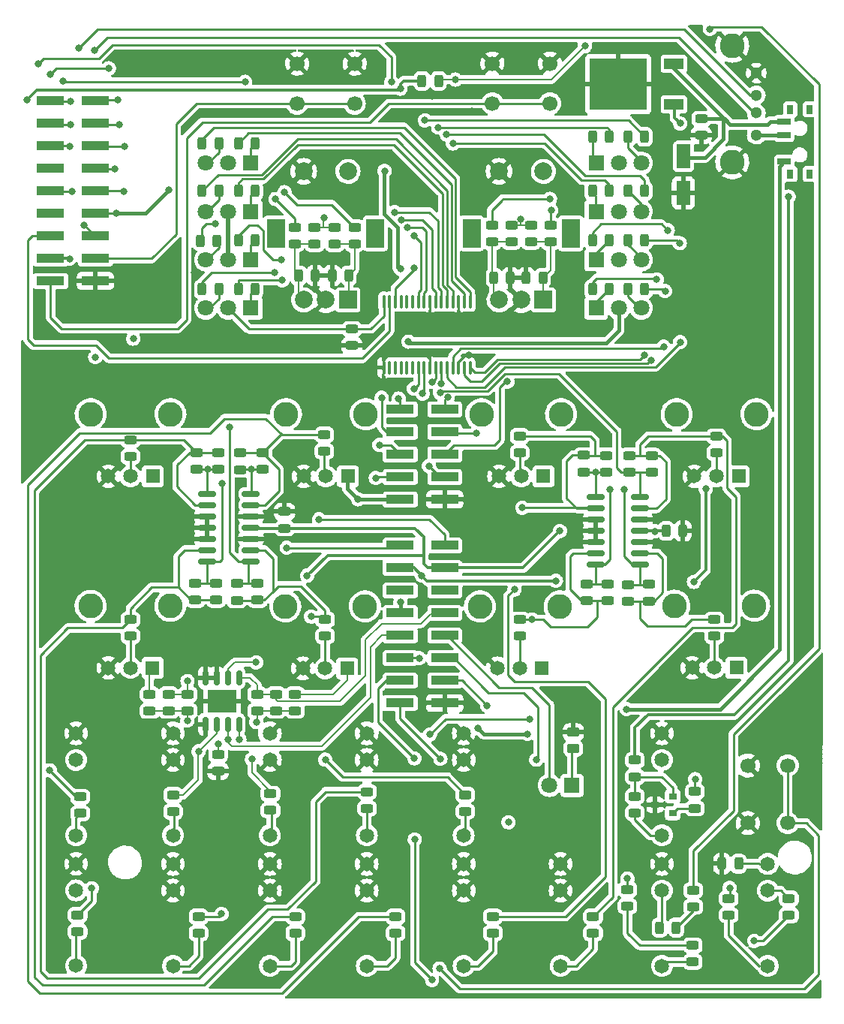
<source format=gbr>
%TF.GenerationSoftware,KiCad,Pcbnew,6.0.7-1.fc36*%
%TF.CreationDate,2022-09-03T22:34:53+00:00*%
%TF.ProjectId,fjol-top,666a6f6c-2d74-46f7-902e-6b696361645f,rev?*%
%TF.SameCoordinates,Original*%
%TF.FileFunction,Copper,L1,Top*%
%TF.FilePolarity,Positive*%
%FSLAX46Y46*%
G04 Gerber Fmt 4.6, Leading zero omitted, Abs format (unit mm)*
G04 Created by KiCad (PCBNEW 6.0.7-1.fc36) date 2022-09-03 22:34:53*
%MOMM*%
%LPD*%
G01*
G04 APERTURE LIST*
G04 Aperture macros list*
%AMRoundRect*
0 Rectangle with rounded corners*
0 $1 Rounding radius*
0 $2 $3 $4 $5 $6 $7 $8 $9 X,Y pos of 4 corners*
0 Add a 4 corners polygon primitive as box body*
4,1,4,$2,$3,$4,$5,$6,$7,$8,$9,$2,$3,0*
0 Add four circle primitives for the rounded corners*
1,1,$1+$1,$2,$3*
1,1,$1+$1,$4,$5*
1,1,$1+$1,$6,$7*
1,1,$1+$1,$8,$9*
0 Add four rect primitives between the rounded corners*
20,1,$1+$1,$2,$3,$4,$5,0*
20,1,$1+$1,$4,$5,$6,$7,0*
20,1,$1+$1,$6,$7,$8,$9,0*
20,1,$1+$1,$8,$9,$2,$3,0*%
G04 Aperture macros list end*
%TA.AperFunction,SMDPad,CuDef*%
%ADD10RoundRect,0.150000X0.825000X0.150000X-0.825000X0.150000X-0.825000X-0.150000X0.825000X-0.150000X0*%
%TD*%
%TA.AperFunction,SMDPad,CuDef*%
%ADD11RoundRect,0.243750X-0.456250X0.243750X-0.456250X-0.243750X0.456250X-0.243750X0.456250X0.243750X0*%
%TD*%
%TA.AperFunction,SMDPad,CuDef*%
%ADD12RoundRect,0.250000X-0.550000X1.137500X-0.550000X-1.137500X0.550000X-1.137500X0.550000X1.137500X0*%
%TD*%
%TA.AperFunction,SMDPad,CuDef*%
%ADD13RoundRect,0.243750X0.456250X-0.243750X0.456250X0.243750X-0.456250X0.243750X-0.456250X-0.243750X0*%
%TD*%
%TA.AperFunction,SMDPad,CuDef*%
%ADD14RoundRect,0.243750X0.243750X0.456250X-0.243750X0.456250X-0.243750X-0.456250X0.243750X-0.456250X0*%
%TD*%
%TA.AperFunction,SMDPad,CuDef*%
%ADD15RoundRect,0.243750X-0.243750X-0.456250X0.243750X-0.456250X0.243750X0.456250X-0.243750X0.456250X0*%
%TD*%
%TA.AperFunction,SMDPad,CuDef*%
%ADD16R,3.150000X1.000000*%
%TD*%
%TA.AperFunction,SMDPad,CuDef*%
%ADD17R,0.900000X0.800000*%
%TD*%
%TA.AperFunction,SMDPad,CuDef*%
%ADD18R,2.200000X1.200000*%
%TD*%
%TA.AperFunction,SMDPad,CuDef*%
%ADD19R,6.400000X5.800000*%
%TD*%
%TA.AperFunction,SMDPad,CuDef*%
%ADD20R,0.800000X1.000000*%
%TD*%
%TA.AperFunction,SMDPad,CuDef*%
%ADD21R,1.500000X0.700000*%
%TD*%
%TA.AperFunction,SMDPad,CuDef*%
%ADD22RoundRect,0.100000X0.100000X-0.637500X0.100000X0.637500X-0.100000X0.637500X-0.100000X-0.637500X0*%
%TD*%
%TA.AperFunction,SMDPad,CuDef*%
%ADD23RoundRect,0.150000X-0.150000X0.662500X-0.150000X-0.662500X0.150000X-0.662500X0.150000X0.662500X0*%
%TD*%
%TA.AperFunction,SMDPad,CuDef*%
%ADD24R,3.200000X2.514000*%
%TD*%
%TA.AperFunction,SMDPad,CuDef*%
%ADD25RoundRect,0.250000X-0.450000X0.262500X-0.450000X-0.262500X0.450000X-0.262500X0.450000X0.262500X0*%
%TD*%
%TA.AperFunction,ComponentPad*%
%ADD26C,1.650000*%
%TD*%
%TA.AperFunction,ComponentPad*%
%ADD27C,1.300000*%
%TD*%
%TA.AperFunction,ComponentPad*%
%ADD28C,2.800000*%
%TD*%
%TA.AperFunction,ComponentPad*%
%ADD29R,1.650000X1.650000*%
%TD*%
%TA.AperFunction,ComponentPad*%
%ADD30C,2.794000*%
%TD*%
%TA.AperFunction,ComponentPad*%
%ADD31C,1.700000*%
%TD*%
%TA.AperFunction,ComponentPad*%
%ADD32R,2.000000X2.000000*%
%TD*%
%TA.AperFunction,ComponentPad*%
%ADD33C,2.000000*%
%TD*%
%TA.AperFunction,ComponentPad*%
%ADD34R,2.000000X3.200000*%
%TD*%
%TA.AperFunction,ComponentPad*%
%ADD35R,1.800000X1.800000*%
%TD*%
%TA.AperFunction,ComponentPad*%
%ADD36C,1.800000*%
%TD*%
%TA.AperFunction,ViaPad*%
%ADD37C,0.800000*%
%TD*%
%TA.AperFunction,Conductor*%
%ADD38C,0.254000*%
%TD*%
%TA.AperFunction,Conductor*%
%ADD39C,0.250000*%
%TD*%
%TA.AperFunction,Conductor*%
%ADD40C,0.304800*%
%TD*%
%TA.AperFunction,Conductor*%
%ADD41C,0.406400*%
%TD*%
%TA.AperFunction,Conductor*%
%ADD42C,0.203200*%
%TD*%
%TA.AperFunction,Conductor*%
%ADD43C,0.508000*%
%TD*%
G04 APERTURE END LIST*
D10*
%TO.P,U10,1*%
%TO.N,ATTACK_F*%
X161776838Y-112111780D03*
%TO.P,U10,2,-*%
%TO.N,Net-(C40-Pad2)*%
X161776838Y-110841780D03*
%TO.P,U10,3,+*%
%TO.N,GND*%
X161776838Y-109571780D03*
%TO.P,U10,4,V+*%
%TO.N,+3.3VA_F*%
X161776838Y-108301780D03*
%TO.P,U10,5,+*%
%TO.N,GND*%
X161776838Y-107031780D03*
%TO.P,U10,6,-*%
%TO.N,Net-(C41-Pad2)*%
X161776838Y-105761780D03*
%TO.P,U10,7*%
%TO.N,PM1_F*%
X161776838Y-104491780D03*
%TO.P,U10,8*%
%TO.N,RATIO1_F*%
X156826838Y-104491780D03*
%TO.P,U10,9,-*%
%TO.N,Net-(C42-Pad2)*%
X156826838Y-105761780D03*
%TO.P,U10,10,+*%
%TO.N,GND*%
X156826838Y-107031780D03*
%TO.P,U10,11,V-*%
X156826838Y-108301780D03*
%TO.P,U10,12,+*%
X156826838Y-109571780D03*
%TO.P,U10,13,-*%
%TO.N,Net-(C38-Pad2)*%
X156826838Y-110841780D03*
%TO.P,U10,14*%
%TO.N,RELEASE_F*%
X156826838Y-112111780D03*
%TD*%
D11*
%TO.P,C8,1*%
%TO.N,CONTROL2_CV_F*%
X108613438Y-126721180D03*
%TO.P,C8,2*%
%TO.N,Net-(C8-Pad2)*%
X108613438Y-128596180D03*
%TD*%
%TO.P,C9,1*%
%TO.N,CONTROL1_CV_F*%
X120725938Y-126708680D03*
%TO.P,C9,2*%
%TO.N,Net-(C9-Pad2)*%
X120725938Y-128583680D03*
%TD*%
D12*
%TO.P,C14,1*%
%TO.N,Net-(C14-Pad1)*%
X166705938Y-66056480D03*
%TO.P,C14,2*%
%TO.N,GND*%
X166705938Y-70181480D03*
%TD*%
D11*
%TO.P,C18,1*%
%TO.N,Net-(C14-Pad1)*%
X168713438Y-61821180D03*
%TO.P,C18,2*%
%TO.N,GND*%
X168713438Y-63696180D03*
%TD*%
%TO.P,C32,1*%
%TO.N,cutoff_f*%
X116299638Y-114245379D03*
%TO.P,C32,2*%
%TO.N,Net-(C32-Pad2)*%
X116299638Y-116120379D03*
%TD*%
%TO.P,C33,1*%
%TO.N,CONTROL3_F*%
X113962838Y-114194580D03*
%TO.P,C33,2*%
%TO.N,Net-(C33-Pad2)*%
X113962838Y-116069580D03*
%TD*%
D13*
%TO.P,C42,1*%
%TO.N,RATIO1_F*%
X158023372Y-101659313D03*
%TO.P,C42,2*%
%TO.N,Net-(C42-Pad2)*%
X158023372Y-99784313D03*
%TD*%
%TO.P,C35,1*%
%TO.N,RATIO2_F*%
X114216838Y-101356046D03*
%TO.P,C35,2*%
%TO.N,Net-(C35-Pad2)*%
X114216838Y-99481046D03*
%TD*%
D11*
%TO.P,C36,1*%
%TO.N,GND*%
X121688438Y-106121180D03*
%TO.P,C36,2*%
%TO.N,+3.3VA_F*%
X121688438Y-107996180D03*
%TD*%
D14*
%TO.P,C37,1*%
%TO.N,GND*%
X166663438Y-108296180D03*
%TO.P,C37,2*%
%TO.N,+3.3VA_F*%
X164788438Y-108296180D03*
%TD*%
D11*
%TO.P,C38,1*%
%TO.N,RELEASE_F*%
X158124972Y-114296180D03*
%TO.P,C38,2*%
%TO.N,Net-(C38-Pad2)*%
X158124972Y-116171180D03*
%TD*%
%TO.P,C40,1*%
%TO.N,ATTACK_F*%
X160478705Y-114351578D03*
%TO.P,C40,2*%
%TO.N,Net-(C40-Pad2)*%
X160478705Y-116226578D03*
%TD*%
D13*
%TO.P,C41,1*%
%TO.N,PM1_F*%
X160580305Y-101676246D03*
%TO.P,C41,2*%
%TO.N,Net-(C41-Pad2)*%
X160580305Y-99801246D03*
%TD*%
%TO.P,C34,1*%
%TO.N,PM2_F*%
X119195238Y-101374512D03*
%TO.P,C34,2*%
%TO.N,Net-(C34-Pad2)*%
X119195238Y-99499512D03*
%TD*%
D15*
%TO.P,C46,1*%
%TO.N,GND*%
X171064338Y-145830280D03*
%TO.P,C46,2*%
%TO.N,Net-(C46-Pad2)*%
X172939338Y-145830280D03*
%TD*%
D11*
%TO.P,C45,1*%
%TO.N,+3.3VP_F*%
X129286000Y-85524100D03*
%TO.P,C45,2*%
%TO.N,GND*%
X129286000Y-87399100D03*
%TD*%
D16*
%TO.P,J6,1,Pin_1*%
%TO.N,RATIO2_F*%
X134730589Y-94591180D03*
%TO.P,J6,2,Pin_2*%
%TO.N,RATIO1_F*%
X139780589Y-94591180D03*
%TO.P,J6,3,Pin_3*%
%TO.N,cutoff_f*%
X134730589Y-97131180D03*
%TO.P,J6,4,Pin_4*%
%TO.N,RELEASE_F*%
X139780589Y-97131180D03*
%TO.P,J6,5,Pin_5*%
%TO.N,CONTROL3_F*%
X134730589Y-99671180D03*
%TO.P,J6,6,Pin_6*%
%TO.N,ATTACK_F*%
X139780589Y-99671180D03*
%TO.P,J6,7,Pin_7*%
%TO.N,PM2_F*%
X134730589Y-102211180D03*
%TO.P,J6,8,Pin_8*%
%TO.N,PM1_F*%
X139780589Y-102211180D03*
%TO.P,J6,9,Pin_9*%
%TO.N,-10V_F*%
X134730589Y-104751180D03*
%TO.P,J6,10,Pin_10*%
%TO.N,GND*%
X139780589Y-104751180D03*
%TD*%
D15*
%TO.P,L7,1,1*%
%TO.N,+3.3V_F*%
X137200938Y-57546180D03*
%TO.P,L7,2,2*%
%TO.N,+3.3V_F1*%
X139075938Y-57546180D03*
%TD*%
D11*
%TO.P,L8,1,1*%
%TO.N,MIDI-IN-L-F*%
X171811338Y-149733780D03*
%TO.P,L8,2,2*%
%TO.N,Net-(L8-Pad2)*%
X171811338Y-151608780D03*
%TD*%
D13*
%TO.P,L9,1,1*%
%TO.N,MIDI-IN-R-F*%
X178605838Y-151642280D03*
%TO.P,L9,2,2*%
%TO.N,Net-(L9-Pad2)*%
X178605838Y-149767280D03*
%TD*%
D11*
%TO.P,L10,1,1*%
%TO.N,Net-(L10-Pad1)*%
X167760038Y-155037780D03*
%TO.P,L10,2,2*%
%TO.N,Net-(L10-Pad2)*%
X167760038Y-156912780D03*
%TD*%
D14*
%TO.P,L11,1,1*%
%TO.N,Net-(L11-Pad1)*%
X165905000Y-153030000D03*
%TO.P,L11,2,2*%
%TO.N,Net-(L11-Pad2)*%
X164030000Y-153030000D03*
%TD*%
D17*
%TO.P,Q1,1,B*%
%TO.N,Net-(Q1-Pad1)*%
X165488438Y-140121180D03*
%TO.P,Q1,2,C*%
%TO.N,Net-(Q1-Pad2)*%
X165488438Y-138221180D03*
%TO.P,Q1,3,E*%
%TO.N,GND*%
X163488438Y-139171180D03*
%TD*%
D11*
%TO.P,R11,1*%
%TO.N,Net-(C32-Pad2)*%
X126273372Y-118286280D03*
%TO.P,R11,2*%
%TO.N,Net-(R11-Pad2)*%
X126273372Y-120161280D03*
%TD*%
%TO.P,R12,1*%
%TO.N,Net-(C33-Pad2)*%
X130988438Y-137708680D03*
%TO.P,R12,2*%
%TO.N,Net-(CV-CTL2-PadP$1_TIP)*%
X130988438Y-139583680D03*
%TD*%
%TO.P,R13,1*%
%TO.N,Net-(C33-Pad2)*%
X104310838Y-118286280D03*
%TO.P,R13,2*%
%TO.N,Net-(CTL2-Pad2)*%
X104310838Y-120161280D03*
%TD*%
%TO.P,R14,1*%
%TO.N,Net-(C32-Pad2)*%
X142088438Y-138046180D03*
%TO.P,R14,2*%
%TO.N,Net-(R14-Pad2)*%
X142088438Y-139921180D03*
%TD*%
%TO.P,R28,1*%
%TO.N,Net-(C42-Pad2)*%
X148238438Y-97596180D03*
%TO.P,R28,2*%
%TO.N,Net-(R28-Pad2)*%
X148238438Y-99471180D03*
%TD*%
%TO.P,R29,1*%
%TO.N,Net-(C42-Pad2)*%
X145204838Y-151799280D03*
%TO.P,R29,2*%
%TO.N,Net-(CV-RAT1-PadP$1_TIP)*%
X145204838Y-153674280D03*
%TD*%
%TO.P,R17,1*%
%TO.N,Net-(C35-Pad2)*%
X104310838Y-98046180D03*
%TO.P,R17,2*%
%TO.N,Net-(R17-Pad2)*%
X104310838Y-99921180D03*
%TD*%
%TO.P,R18,1*%
%TO.N,Net-(C35-Pad2)*%
X122916338Y-151799280D03*
%TO.P,R18,2*%
%TO.N,Net-(CV-RAT2-PadP$1_TIP)*%
X122916338Y-153674280D03*
%TD*%
%TO.P,R19,1*%
%TO.N,cutoff_f*%
X118636438Y-114228446D03*
%TO.P,R19,2*%
%TO.N,Net-(C32-Pad2)*%
X118636438Y-116103446D03*
%TD*%
%TO.P,R20,1*%
%TO.N,CONTROL3_F*%
X111626038Y-114211513D03*
%TO.P,R20,2*%
%TO.N,Net-(C33-Pad2)*%
X111626038Y-116086513D03*
%TD*%
D13*
%TO.P,R34,1*%
%TO.N,RATIO1_F*%
X155466438Y-101642380D03*
%TO.P,R34,2*%
%TO.N,Net-(C42-Pad2)*%
X155466438Y-99767380D03*
%TD*%
%TO.P,R22,1*%
%TO.N,RATIO2_F*%
X111727638Y-101337580D03*
%TO.P,R22,2*%
%TO.N,Net-(C35-Pad2)*%
X111727638Y-99462580D03*
%TD*%
D11*
%TO.P,R23,1*%
%TO.N,Net-(C38-Pad2)*%
X148235905Y-118286280D03*
%TO.P,R23,2*%
%TO.N,Net-(R23-Pad2)*%
X148235905Y-120161280D03*
%TD*%
%TO.P,R24,1*%
%TO.N,Net-(C38-Pad2)*%
X111994338Y-151799280D03*
%TO.P,R24,2*%
%TO.N,Net-(CV-REL1-PadP$1_TIP)*%
X111994338Y-153674280D03*
%TD*%
%TO.P,R25,1*%
%TO.N,Net-(C40-Pad2)*%
X170198438Y-118286280D03*
%TO.P,R25,2*%
%TO.N,Net-(ATTACK1-Pad2)*%
X170198438Y-120161280D03*
%TD*%
%TO.P,R26,1*%
%TO.N,Net-(C41-Pad2)*%
X170413438Y-97621180D03*
%TO.P,R26,2*%
%TO.N,Net-(PM1-Pad2)*%
X170413438Y-99496180D03*
%TD*%
%TO.P,R27,1*%
%TO.N,Net-(C41-Pad2)*%
X156507838Y-151799280D03*
%TO.P,R27,2*%
%TO.N,Net-(CV-PM1-PadP$1_TIP)*%
X156507838Y-153674280D03*
%TD*%
%TO.P,R15,1*%
%TO.N,Net-(C34-Pad2)*%
X126188438Y-97446180D03*
%TO.P,R15,2*%
%TO.N,Net-(PM2-Pad2)*%
X126188438Y-99321180D03*
%TD*%
%TO.P,R16,1*%
%TO.N,Net-(C34-Pad2)*%
X134219338Y-151799280D03*
%TO.P,R16,2*%
%TO.N,Net-(CV-PM2-PadP$1_TIP)*%
X134219338Y-153674280D03*
%TD*%
%TO.P,R31,1*%
%TO.N,RELEASE_F*%
X155771238Y-114314646D03*
%TO.P,R31,2*%
%TO.N,Net-(C38-Pad2)*%
X155771238Y-116189646D03*
%TD*%
%TO.P,R32,1*%
%TO.N,ATTACK_F*%
X162832438Y-114333112D03*
%TO.P,R32,2*%
%TO.N,Net-(C40-Pad2)*%
X162832438Y-116208112D03*
%TD*%
D13*
%TO.P,R33,1*%
%TO.N,PM1_F*%
X163137238Y-101693179D03*
%TO.P,R33,2*%
%TO.N,Net-(C41-Pad2)*%
X163137238Y-99818179D03*
%TD*%
%TO.P,R21,1*%
%TO.N,PM2_F*%
X116706038Y-101392978D03*
%TO.P,R21,2*%
%TO.N,Net-(C34-Pad2)*%
X116706038Y-99517978D03*
%TD*%
D15*
%TO.P,R30,1*%
%TO.N,Net-(D5-Pad3)*%
X160463438Y-63846180D03*
%TO.P,R30,2*%
%TO.N,led1_g*%
X162338438Y-63846180D03*
%TD*%
%TO.P,R35,1*%
%TO.N,Net-(D5-Pad1)*%
X156438438Y-63846180D03*
%TO.P,R35,2*%
%TO.N,led1_r*%
X158313438Y-63846180D03*
%TD*%
D13*
%TO.P,R50,1*%
%TO.N,Net-(L11-Pad1)*%
X167810838Y-150689780D03*
%TO.P,R50,2*%
%TO.N,+3.3V_F1*%
X167810838Y-148814780D03*
%TD*%
%TO.P,R54,1*%
%TO.N,Net-(LEFT-OUT1-PadP$1_TIP)*%
X98638438Y-140146180D03*
%TO.P,R54,2*%
%TO.N,LEFT-OUT-F*%
X98638438Y-138271180D03*
%TD*%
%TO.P,R55,1*%
%TO.N,Net-(R55-Pad1)*%
X98338438Y-153496180D03*
%TO.P,R55,2*%
%TO.N,RIGHT-OUT-F*%
X98338438Y-151621180D03*
%TD*%
D15*
%TO.P,R36,1*%
%TO.N,Net-(D6-Pad3)*%
X160463438Y-69946180D03*
%TO.P,R36,2*%
%TO.N,led2_g*%
X162338438Y-69946180D03*
%TD*%
%TO.P,R37,1*%
%TO.N,Net-(D6-Pad1)*%
X156438438Y-69946180D03*
%TO.P,R37,2*%
%TO.N,led2_r*%
X158313438Y-69946180D03*
%TD*%
D13*
%TO.P,R38,1*%
%TO.N,Net-(Q1-Pad1)*%
X167988438Y-139571180D03*
%TO.P,R38,2*%
%TO.N,GATE-F*%
X167988438Y-137696180D03*
%TD*%
%TO.P,R40,1*%
%TO.N,Net-(Q1-Pad2)*%
X161238438Y-136021180D03*
%TO.P,R40,2*%
%TO.N,5V_USB*%
X161238438Y-134146180D03*
%TD*%
D10*
%TO.P,U9,1*%
%TO.N,cutoff_f*%
X117898338Y-111730780D03*
%TO.P,U9,2,-*%
%TO.N,Net-(C32-Pad2)*%
X117898338Y-110460780D03*
%TO.P,U9,3,+*%
%TO.N,GND*%
X117898338Y-109190780D03*
%TO.P,U9,4,V+*%
%TO.N,+3.3VA_F*%
X117898338Y-107920780D03*
%TO.P,U9,5,+*%
%TO.N,GND*%
X117898338Y-106650780D03*
%TO.P,U9,6,-*%
%TO.N,Net-(C34-Pad2)*%
X117898338Y-105380780D03*
%TO.P,U9,7*%
%TO.N,PM2_F*%
X117898338Y-104110780D03*
%TO.P,U9,8*%
%TO.N,RATIO2_F*%
X112948338Y-104110780D03*
%TO.P,U9,9,-*%
%TO.N,Net-(C35-Pad2)*%
X112948338Y-105380780D03*
%TO.P,U9,10,+*%
%TO.N,GND*%
X112948338Y-106650780D03*
%TO.P,U9,11,V-*%
X112948338Y-107920780D03*
%TO.P,U9,12,+*%
X112948338Y-109190780D03*
%TO.P,U9,13,-*%
%TO.N,Net-(C33-Pad2)*%
X112948338Y-110460780D03*
%TO.P,U9,14*%
%TO.N,CONTROL3_F*%
X112948338Y-111730780D03*
%TD*%
D18*
%TO.P,U5,1,IN*%
%TO.N,+12V-F*%
X165635438Y-60188180D03*
D19*
%TO.P,U5,2,GND*%
%TO.N,GND*%
X159335438Y-57908180D03*
D18*
%TO.P,U5,3,OUT*%
%TO.N,Net-(C14-Pad1)*%
X165635438Y-55628180D03*
%TD*%
D15*
%TO.P,R52,1*%
%TO.N,Net-(D7-Pad3)*%
X160463438Y-75521180D03*
%TO.P,R52,2*%
%TO.N,led3_g*%
X162338438Y-75521180D03*
%TD*%
D14*
%TO.P,R53,1*%
%TO.N,Net-(D7-Pad1)*%
X158313438Y-75521180D03*
%TO.P,R53,2*%
%TO.N,led3_r*%
X156438438Y-75521180D03*
%TD*%
D20*
%TO.P,SW2,*%
%TO.N,*%
X180957838Y-60745780D03*
X178747838Y-68045780D03*
X180957838Y-68045780D03*
X178747838Y-60745780D03*
D21*
%TO.P,SW2,1,A*%
%TO.N,euro-5V_f*%
X178097838Y-66645780D03*
%TO.P,SW2,2,B*%
%TO.N,5V_USB*%
X178097838Y-63645780D03*
%TO.P,SW2,3,C*%
%TO.N,Net-(C14-Pad1)*%
X178097838Y-62145780D03*
%TD*%
D16*
%TO.P,J7,1,Pin_1*%
%TO.N,LEFT-OUT-F*%
X134730589Y-109931180D03*
%TO.P,J7,2,Pin_2*%
%TO.N,RIGHT-OUT-F*%
X139780589Y-109931180D03*
%TO.P,J7,3,Pin_3*%
%TO.N,+12V-F*%
X134730589Y-112471180D03*
%TO.P,J7,4,Pin_4*%
%TO.N,+3.3VA_F*%
X139780589Y-112471180D03*
%TO.P,J7,5,Pin_5*%
%TO.N,unconnected-(J7-Pad5)*%
X134730589Y-115011180D03*
%TO.P,J7,6,Pin_6*%
%TO.N,unconnected-(J7-Pad6)*%
X139780589Y-115011180D03*
%TO.P,J7,7,Pin_7*%
%TO.N,euro-5V_f*%
X134730589Y-117551180D03*
%TO.P,J7,8,Pin_8*%
%TO.N,CONTROL1_CV_F*%
X139780589Y-117551180D03*
%TO.P,J7,9,Pin_9*%
%TO.N,CONTROL2_CV_F*%
X134730589Y-120091180D03*
%TO.P,J7,10,Pin_10*%
%TO.N,led_gate_f*%
X139780589Y-120091180D03*
%TO.P,J7,11,Pin_11*%
%TO.N,GATE-F*%
X134730589Y-122631180D03*
%TO.P,J7,12,Pin_12*%
%TO.N,MIDI-THRU-L-F*%
X139780589Y-122631180D03*
%TO.P,J7,13,Pin_13*%
%TO.N,MIDI-IN-L-F*%
X134730589Y-125171180D03*
%TO.P,J7,14,Pin_14*%
%TO.N,MIDI-IN-R-F*%
X139780589Y-125171180D03*
%TO.P,J7,15,Pin_15*%
%TO.N,midi_sw-F*%
X134730589Y-127711180D03*
%TO.P,J7,16,Pin_16*%
%TO.N,GND*%
X139780589Y-127711180D03*
%TD*%
%TO.P,J5,1,Pin_1*%
%TO.N,GND*%
X100338838Y-80107780D03*
%TO.P,J5,2,Pin_2*%
%TO.N,switch1_sw-F*%
X95288838Y-80107780D03*
%TO.P,J5,3,Pin_3*%
%TO.N,switch2_sw-F*%
X100338838Y-77567780D03*
%TO.P,J5,4,Pin_4*%
%TO.N,+3.3V_F*%
X95288838Y-77567780D03*
%TO.P,J5,5,Pin_5*%
%TO.N,SCL_F*%
X100338838Y-75027780D03*
%TO.P,J5,6,Pin_6*%
%TO.N,SDA_F*%
X95288838Y-75027780D03*
%TO.P,J5,7,Pin_7*%
%TO.N,+3.3VP_F*%
X100338838Y-72487780D03*
%TO.P,J5,8,Pin_8*%
%TO.N,unconnected-(J5-Pad8)*%
X95288838Y-72487780D03*
%TO.P,J5,9,Pin_9*%
%TO.N,unconnected-(J5-Pad9)*%
X100338838Y-69947780D03*
%TO.P,J5,10,Pin_10*%
%TO.N,D+_F*%
X95288838Y-69947780D03*
%TO.P,J5,11,Pin_11*%
%TO.N,D-_F*%
X100338838Y-67407780D03*
%TO.P,J5,12,Pin_12*%
%TO.N,sin-f*%
X95288838Y-67407780D03*
%TO.P,J5,13,Pin_13*%
%TO.N,ctl1_sw_F*%
X100338838Y-64867780D03*
%TO.P,J5,14,Pin_14*%
%TO.N,ctl2_sw_F*%
X95288838Y-64867780D03*
%TO.P,J5,15,Pin_15*%
%TO.N,ctl1_enc_A_F*%
X100338838Y-62327780D03*
%TO.P,J5,16,Pin_16*%
%TO.N,ctl1_enc_B_F*%
X95288838Y-62327780D03*
%TO.P,J5,17,Pin_17*%
%TO.N,ctl2_enc_A_F*%
X100338838Y-59787780D03*
%TO.P,J5,18,Pin_18*%
%TO.N,ctl2_enc_B_F*%
X95288838Y-59787780D03*
%TD*%
D13*
%TO.P,R41,1*%
%TO.N,Net-(GATE-OUT1-PadP$1_TIP)*%
X161213438Y-140096180D03*
%TO.P,R41,2*%
%TO.N,Net-(Q1-Pad2)*%
X161213438Y-138221180D03*
%TD*%
%TO.P,R51,1*%
%TO.N,Net-(L10-Pad1)*%
X160394038Y-150613580D03*
%TO.P,R51,2*%
%TO.N,MIDI-THRU-L-F*%
X160394038Y-148738580D03*
%TD*%
D15*
%TO.P,C39,1*%
%TO.N,GND*%
X148963438Y-79746180D03*
%TO.P,C39,2*%
%TO.N,Net-(C39-Pad2)*%
X150838438Y-79746180D03*
%TD*%
D14*
%TO.P,C43,1*%
%TO.N,GND*%
X147188438Y-79746180D03*
%TO.P,C43,2*%
%TO.N,Net-(C43-Pad2)*%
X145313438Y-79746180D03*
%TD*%
D15*
%TO.P,C51,1*%
%TO.N,GND*%
X127063438Y-79496180D03*
%TO.P,C51,2*%
%TO.N,Net-(C51-Pad2)*%
X128938438Y-79496180D03*
%TD*%
D14*
%TO.P,C52,1*%
%TO.N,GND*%
X125163438Y-79496180D03*
%TO.P,C52,2*%
%TO.N,Net-(C52-Pad2)*%
X123288438Y-79496180D03*
%TD*%
D13*
%TO.P,R82,1*%
%TO.N,Net-(C39-Pad2)*%
X151688438Y-75696180D03*
%TO.P,R82,2*%
%TO.N,ctl1_enc_A_F*%
X151688438Y-73821180D03*
%TD*%
%TO.P,R83,1*%
%TO.N,Net-(C39-Pad2)*%
X149488438Y-75696180D03*
%TO.P,R83,2*%
%TO.N,+3.3V_F1*%
X149488438Y-73821180D03*
%TD*%
%TO.P,R84,1*%
%TO.N,Net-(C43-Pad2)*%
X147288438Y-75696180D03*
%TO.P,R84,2*%
%TO.N,+3.3V_F1*%
X147288438Y-73821180D03*
%TD*%
D11*
%TO.P,R85,1*%
%TO.N,ctl1_enc_B_F*%
X145088438Y-73821180D03*
%TO.P,R85,2*%
%TO.N,Net-(C43-Pad2)*%
X145088438Y-75696180D03*
%TD*%
D13*
%TO.P,R86,1*%
%TO.N,Net-(C51-Pad2)*%
X129588438Y-75946180D03*
%TO.P,R86,2*%
%TO.N,ctl2_enc_A_F*%
X129588438Y-74071180D03*
%TD*%
%TO.P,R87,1*%
%TO.N,Net-(C51-Pad2)*%
X127338438Y-75946180D03*
%TO.P,R87,2*%
%TO.N,+3.3V_F1*%
X127338438Y-74071180D03*
%TD*%
%TO.P,R88,1*%
%TO.N,Net-(C52-Pad2)*%
X125088438Y-75946180D03*
%TO.P,R88,2*%
%TO.N,+3.3V_F1*%
X125088438Y-74071180D03*
%TD*%
D11*
%TO.P,R89,1*%
%TO.N,ctl2_enc_B_F*%
X122838438Y-74071180D03*
%TO.P,R89,2*%
%TO.N,Net-(C52-Pad2)*%
X122838438Y-75946180D03*
%TD*%
D15*
%TO.P,R64,1*%
%TO.N,Net-(D8-Pad3)*%
X160463438Y-81046180D03*
%TO.P,R64,2*%
%TO.N,led4_g*%
X162338438Y-81046180D03*
%TD*%
D14*
%TO.P,R65,1*%
%TO.N,Net-(D8-Pad1)*%
X158313438Y-81046180D03*
%TO.P,R65,2*%
%TO.N,led4_r*%
X156438438Y-81046180D03*
%TD*%
D13*
%TO.P,R66,1*%
%TO.N,Net-(C8-Pad2)*%
X106463438Y-128596180D03*
%TO.P,R66,2*%
%TO.N,-10V_F*%
X106463438Y-126721180D03*
%TD*%
D11*
%TO.P,R67,1*%
%TO.N,Net-(C8-Pad2)*%
X109113438Y-138083680D03*
%TO.P,R67,2*%
%TO.N,Net-(CV-CTL4-PadP$1_TIP)*%
X109113438Y-139958680D03*
%TD*%
D13*
%TO.P,R68,1*%
%TO.N,Net-(C9-Pad2)*%
X122863438Y-128583680D03*
%TO.P,R68,2*%
%TO.N,-10V_F*%
X122863438Y-126708680D03*
%TD*%
D11*
%TO.P,R69,1*%
%TO.N,Net-(C9-Pad2)*%
X120100938Y-137933680D03*
%TO.P,R69,2*%
%TO.N,Net-(CV-CTL3-PadP$1_TIP)*%
X120100938Y-139808680D03*
%TD*%
%TO.P,R70,1*%
%TO.N,CONTROL2_CV_F*%
X110763438Y-126721180D03*
%TO.P,R70,2*%
%TO.N,Net-(C8-Pad2)*%
X110763438Y-128596180D03*
%TD*%
%TO.P,R71,1*%
%TO.N,CONTROL1_CV_F*%
X118588438Y-126708680D03*
%TO.P,R71,2*%
%TO.N,Net-(C9-Pad2)*%
X118588438Y-128583680D03*
%TD*%
D14*
%TO.P,R72,1*%
%TO.N,Net-(D9-Pad3)*%
X114263438Y-64571180D03*
%TO.P,R72,2*%
%TO.N,led5_g*%
X112388438Y-64571180D03*
%TD*%
%TO.P,R73,1*%
%TO.N,Net-(D9-Pad1)*%
X118363438Y-64571180D03*
%TO.P,R73,2*%
%TO.N,led5_r*%
X116488438Y-64571180D03*
%TD*%
%TO.P,R74,1*%
%TO.N,Net-(D10-Pad3)*%
X114263438Y-69946180D03*
%TO.P,R74,2*%
%TO.N,led6_g*%
X112388438Y-69946180D03*
%TD*%
%TO.P,R75,1*%
%TO.N,Net-(D10-Pad1)*%
X118363438Y-69946180D03*
%TO.P,R75,2*%
%TO.N,led6_r*%
X116488438Y-69946180D03*
%TD*%
%TO.P,R76,1*%
%TO.N,Net-(D11-Pad3)*%
X114069100Y-75590400D03*
%TO.P,R76,2*%
%TO.N,led7_g*%
X112194100Y-75590400D03*
%TD*%
%TO.P,R77,1*%
%TO.N,Net-(D11-Pad1)*%
X118363438Y-75521180D03*
%TO.P,R77,2*%
%TO.N,led7_r*%
X116488438Y-75521180D03*
%TD*%
%TO.P,R78,1*%
%TO.N,Net-(D12-Pad3)*%
X114263438Y-81046180D03*
%TO.P,R78,2*%
%TO.N,led8_g*%
X112388438Y-81046180D03*
%TD*%
%TO.P,R79,1*%
%TO.N,Net-(D12-Pad1)*%
X118363438Y-81046180D03*
%TO.P,R79,2*%
%TO.N,led8_r*%
X116488438Y-81046180D03*
%TD*%
D22*
%TO.P,U12,1,VSS*%
%TO.N,GND*%
X132894600Y-89869300D03*
%TO.P,U12,2,A0*%
%TO.N,unconnected-(U12-Pad2)*%
X133544600Y-89869300D03*
%TO.P,U12,3,A1*%
%TO.N,unconnected-(U12-Pad3)*%
X134194600Y-89869300D03*
%TO.P,U12,4,A3*%
%TO.N,unconnected-(U12-Pad4)*%
X134844600Y-89869300D03*
%TO.P,U12,5,A4*%
%TO.N,unconnected-(U12-Pad5)*%
X135494600Y-89869300D03*
%TO.P,U12,6*%
%TO.N,N/C*%
X136144600Y-89869300D03*
%TO.P,U12,7,LED0*%
%TO.N,led1_g*%
X136794600Y-89869300D03*
%TO.P,U12,8,LED1*%
%TO.N,led1_r*%
X137444600Y-89869300D03*
%TO.P,U12,9,VSS*%
%TO.N,GND*%
X138094600Y-89869300D03*
%TO.P,U12,10,LED2*%
%TO.N,led2_g*%
X138744600Y-89869300D03*
%TO.P,U12,11,LED3*%
%TO.N,led2_r*%
X139394600Y-89869300D03*
%TO.P,U12,12,LED4*%
%TO.N,led3_g*%
X140044600Y-89869300D03*
%TO.P,U12,13,LED5*%
%TO.N,led3_r*%
X140694600Y-89869300D03*
%TO.P,U12,14,VSS*%
%TO.N,GND*%
X141344600Y-89869300D03*
%TO.P,U12,15,LED6*%
%TO.N,led4_g*%
X141994600Y-89869300D03*
%TO.P,U12,16,LED7*%
%TO.N,led4_r*%
X142644600Y-89869300D03*
%TO.P,U12,17,LED8*%
%TO.N,led5_g*%
X142644600Y-82444300D03*
%TO.P,U12,18,LED9*%
%TO.N,led5_r*%
X141994600Y-82444300D03*
%TO.P,U12,19,VSS*%
%TO.N,GND*%
X141344600Y-82444300D03*
%TO.P,U12,20,LED10*%
%TO.N,led6_g*%
X140694600Y-82444300D03*
%TO.P,U12,21,LED11*%
%TO.N,led6_r*%
X140044600Y-82444300D03*
%TO.P,U12,22,LED12*%
%TO.N,led7_g*%
X139394600Y-82444300D03*
%TO.P,U12,23,LED13*%
%TO.N,led7_r*%
X138744600Y-82444300D03*
%TO.P,U12,24,VSS*%
%TO.N,GND*%
X138094600Y-82444300D03*
%TO.P,U12,25,LED14*%
%TO.N,led8_g*%
X137444600Y-82444300D03*
%TO.P,U12,26,LED15*%
%TO.N,led8_r*%
X136794600Y-82444300D03*
%TO.P,U12,27,!OE*%
%TO.N,unconnected-(U12-Pad27)*%
X136144600Y-82444300D03*
%TO.P,U12,28*%
%TO.N,N/C*%
X135494600Y-82444300D03*
%TO.P,U12,29*%
X134844600Y-82444300D03*
%TO.P,U12,30,SCL*%
%TO.N,SCL_F*%
X134194600Y-82444300D03*
%TO.P,U12,31,SDA*%
%TO.N,SDA_F*%
X133544600Y-82444300D03*
%TO.P,U12,32,VDD*%
%TO.N,+3.3VP_F*%
X132894600Y-82444300D03*
%TD*%
D13*
%TO.P,C11,1*%
%TO.N,GND*%
X114188438Y-135396180D03*
%TO.P,C11,2*%
%TO.N,+3.3VA_F*%
X114188438Y-133521180D03*
%TD*%
D23*
%TO.P,U13,1*%
%TO.N,CONTROL1_CV_F*%
X116568438Y-124858680D03*
%TO.P,U13,2,-*%
%TO.N,Net-(C9-Pad2)*%
X115298438Y-124858680D03*
%TO.P,U13,3,+*%
%TO.N,GND*%
X114028438Y-124858680D03*
%TO.P,U13,4,V-*%
X112758438Y-124858680D03*
%TO.P,U13,5,+*%
X112758438Y-130133680D03*
%TO.P,U13,6,-*%
%TO.N,Net-(C8-Pad2)*%
X114028438Y-130133680D03*
%TO.P,U13,7*%
%TO.N,CONTROL2_CV_F*%
X115298438Y-130133680D03*
%TO.P,U13,8,V+*%
%TO.N,+3.3VA_F*%
X116568438Y-130133680D03*
D24*
%TO.P,U13,9,V-*%
%TO.N,GND*%
X114663438Y-127496180D03*
%TD*%
D25*
%TO.P,R5,1*%
%TO.N,GND*%
X154275000Y-131012500D03*
%TO.P,R5,2*%
%TO.N,Net-(R5-Pad2)*%
X154275000Y-132837500D03*
%TD*%
D26*
%TO.P,CV-RAT1,P$1_TIP,TIP*%
%TO.N,Net-(CV-RAT1-PadP$1_TIP)*%
X141912082Y-157358929D03*
%TO.P,CV-RAT1,P$2_SWITCH,SWITCH*%
%TO.N,GND*%
X141912082Y-148858929D03*
%TO.P,CV-RAT1,P$3_SLEEVE,SLEEVE*%
X141912082Y-145858929D03*
%TD*%
%TO.P,CV-REL1,P$1_TIP,TIP*%
%TO.N,Net-(CV-REL1-PadP$1_TIP)*%
X109100602Y-157358929D03*
%TO.P,CV-REL1,P$2_SWITCH,SWITCH*%
%TO.N,GND*%
X109100602Y-148858929D03*
%TO.P,CV-REL1,P$3_SLEEVE,SLEEVE*%
X109100602Y-145858929D03*
%TD*%
%TO.P,CV-PM1,P$1_TIP,TIP*%
%TO.N,Net-(CV-PM1-PadP$1_TIP)*%
X152849242Y-157358929D03*
%TO.P,CV-PM1,P$2_SWITCH,SWITCH*%
%TO.N,GND*%
X152849242Y-148858929D03*
%TO.P,CV-PM1,P$3_SLEEVE,SLEEVE*%
X152849242Y-145858929D03*
%TD*%
%TO.P,CV-RAT2,P$1_TIP,TIP*%
%TO.N,Net-(CV-RAT2-PadP$1_TIP)*%
X120037762Y-157358929D03*
%TO.P,CV-RAT2,P$2_SWITCH,SWITCH*%
%TO.N,GND*%
X120037762Y-148858929D03*
%TO.P,CV-RAT2,P$3_SLEEVE,SLEEVE*%
X120037762Y-145858929D03*
%TD*%
%TO.P,CV-PM2,P$1_TIP,TIP*%
%TO.N,Net-(CV-PM2-PadP$1_TIP)*%
X130974922Y-157358929D03*
%TO.P,CV-PM2,P$2_SWITCH,SWITCH*%
%TO.N,GND*%
X130974922Y-148858929D03*
%TO.P,CV-PM2,P$3_SLEEVE,SLEEVE*%
X130974922Y-145858929D03*
%TD*%
%TO.P,LEFT-OUT1,P$1_TIP,TIP*%
%TO.N,Net-(LEFT-OUT1-PadP$1_TIP)*%
X98163438Y-142626929D03*
%TO.P,LEFT-OUT1,P$2_SWITCH,SWITCH*%
%TO.N,unconnected-(LEFT-OUT1-PadP$2_SWITCH)*%
X98163438Y-134126929D03*
%TO.P,LEFT-OUT1,P$3_SLEEVE,SLEEVE*%
%TO.N,GND*%
X98163438Y-131126929D03*
%TD*%
%TO.P,GATE-OUT1,P$1_TIP,TIP*%
%TO.N,Net-(GATE-OUT1-PadP$1_TIP)*%
X164286402Y-142626929D03*
%TO.P,GATE-OUT1,P$2_SWITCH,SWITCH*%
%TO.N,unconnected-(GATE-OUT1-PadP$2_SWITCH)*%
X164286402Y-134126929D03*
%TO.P,GATE-OUT1,P$3_SLEEVE,SLEEVE*%
%TO.N,GND*%
X164286402Y-131126929D03*
%TD*%
%TO.P,RIGHT-OUT1,P$1_TIP,TIP*%
%TO.N,Net-(R55-Pad1)*%
X98163438Y-157346180D03*
%TO.P,RIGHT-OUT1,P$2_SWITCH,SWITCH*%
%TO.N,unconnected-(RIGHT-OUT1-PadP$2_SWITCH)*%
X98163438Y-148846180D03*
%TO.P,RIGHT-OUT1,P$3_SLEEVE,SLEEVE*%
%TO.N,GND*%
X98163438Y-145846180D03*
%TD*%
D27*
%TO.P,X1,1,1*%
%TO.N,5V_USB*%
X174922838Y-63652780D03*
%TO.P,X1,2,2*%
%TO.N,D-_F*%
X174922838Y-61152780D03*
%TO.P,X1,3,3*%
%TO.N,D+_F*%
X174922838Y-59152780D03*
%TO.P,X1,4,4*%
%TO.N,GND*%
X174922838Y-56652780D03*
D28*
%TO.P,X1,M1,S1*%
X172212838Y-53582780D03*
%TO.P,X1,M2,S2*%
X172212838Y-66722780D03*
%TD*%
D26*
%TO.P,CV-CTL2,P$1_TIP,TIP*%
%TO.N,Net-(CV-CTL2-PadP$1_TIP)*%
X130974922Y-142626929D03*
%TO.P,CV-CTL2,P$2_SWITCH,SWITCH*%
%TO.N,GND*%
X130974922Y-134126929D03*
%TO.P,CV-CTL2,P$3_SLEEVE,SLEEVE*%
X130974922Y-131126929D03*
%TD*%
%TO.P,cv-cutoff1,P$1_TIP,TIP*%
%TO.N,Net-(R14-Pad2)*%
X141912082Y-142626929D03*
%TO.P,cv-cutoff1,P$2_SWITCH,SWITCH*%
%TO.N,GND*%
X141912082Y-134126929D03*
%TO.P,cv-cutoff1,P$3_SLEEVE,SLEEVE*%
X141912082Y-131126929D03*
%TD*%
D29*
%TO.P,ATTACK1,1,1*%
%TO.N,-10V_F*%
X172700338Y-123732280D03*
D26*
%TO.P,ATTACK1,2,2*%
%TO.N,Net-(ATTACK1-Pad2)*%
X170200338Y-123732280D03*
%TO.P,ATTACK1,3,3*%
%TO.N,GND*%
X167700338Y-123732280D03*
D30*
%TO.P,ATTACK1,CHASSIS1*%
%TO.N,N/C*%
X174700338Y-116732280D03*
%TO.P,ATTACK1,CHASSIS2*%
X165700338Y-116732280D03*
%TD*%
D29*
%TO.P,cutoff1,1,1*%
%TO.N,-10V_F*%
X128768338Y-123795780D03*
D26*
%TO.P,cutoff1,2,2*%
%TO.N,Net-(R11-Pad2)*%
X126268338Y-123795780D03*
%TO.P,cutoff1,3,3*%
%TO.N,GND*%
X123768338Y-123795780D03*
D30*
%TO.P,cutoff1,CHASSIS1*%
%TO.N,N/C*%
X130768338Y-116795780D03*
%TO.P,cutoff1,CHASSIS2*%
X121768338Y-116795780D03*
%TD*%
D29*
%TO.P,RELEASE1,1,1*%
%TO.N,-10V_F*%
X150734338Y-123795780D03*
D26*
%TO.P,RELEASE1,2,2*%
%TO.N,Net-(R23-Pad2)*%
X148234338Y-123795780D03*
%TO.P,RELEASE1,3,3*%
%TO.N,GND*%
X145734338Y-123795780D03*
D30*
%TO.P,RELEASE1,CHASSIS1*%
%TO.N,N/C*%
X152734338Y-116795780D03*
%TO.P,RELEASE1,CHASSIS2*%
X143734338Y-116795780D03*
%TD*%
D31*
%TO.P,sw-midi1,1,A*%
%TO.N,midi_sw-F*%
X178473562Y-141246180D03*
%TO.P,sw-midi1,2,A*%
X178473562Y-134746180D03*
%TO.P,sw-midi1,3,B*%
%TO.N,GND*%
X173973562Y-141246180D03*
%TO.P,sw-midi1,4,B*%
X173973562Y-134746180D03*
%TD*%
D29*
%TO.P,CTL2,1,1*%
%TO.N,-10V_F*%
X106802338Y-123747280D03*
D26*
%TO.P,CTL2,2,2*%
%TO.N,Net-(CTL2-Pad2)*%
X104302338Y-123747280D03*
%TO.P,CTL2,3,3*%
%TO.N,GND*%
X101802338Y-123747280D03*
D30*
%TO.P,CTL2,CHASSIS1*%
%TO.N,N/C*%
X108802338Y-116747280D03*
%TO.P,CTL2,CHASSIS2*%
X99802338Y-116747280D03*
%TD*%
D26*
%TO.P,MIDI-IN1,P$1_TIP,LEFT*%
%TO.N,Net-(L8-Pad2)*%
X176223562Y-157358929D03*
%TO.P,MIDI-IN1,P$2_SWITCH,RIGHT*%
%TO.N,Net-(L9-Pad2)*%
X176223562Y-148858929D03*
%TO.P,MIDI-IN1,P$3_SLEEVE,SLEEVE*%
%TO.N,Net-(C46-Pad2)*%
X176223562Y-145858929D03*
%TD*%
%TO.P,MIDI-THRU1,P$1_TIP,LEFT*%
%TO.N,Net-(L10-Pad2)*%
X164286402Y-157358929D03*
%TO.P,MIDI-THRU1,P$2_SWITCH,RIGHT*%
%TO.N,Net-(L11-Pad2)*%
X164286402Y-148858929D03*
%TO.P,MIDI-THRU1,P$3_SLEEVE,SLEEVE*%
%TO.N,GND*%
X164286402Y-145858929D03*
%TD*%
D31*
%TO.P,sw-sel2,1,A*%
%TO.N,switch2_sw-F*%
X123103372Y-60096180D03*
%TO.P,sw-sel2,2,A*%
X129603372Y-60096180D03*
%TO.P,sw-sel2,3,B*%
%TO.N,GND*%
X123103372Y-55596180D03*
%TO.P,sw-sel2,4,B*%
X129603372Y-55596180D03*
%TD*%
D32*
%TO.P,SW3,A,A*%
%TO.N,Net-(C39-Pad2)*%
X150895905Y-82246180D03*
D33*
%TO.P,SW3,B,B*%
%TO.N,Net-(C43-Pad2)*%
X145895905Y-82246180D03*
%TO.P,SW3,C,C*%
%TO.N,GND*%
X148395905Y-82246180D03*
D34*
%TO.P,SW3,MP*%
%TO.N,N/C*%
X153995905Y-74746180D03*
X142795905Y-74746180D03*
D33*
%TO.P,SW3,S1,S1*%
%TO.N,GND*%
X145895905Y-67746180D03*
%TO.P,SW3,S2,S2*%
%TO.N,ctl1_sw_F*%
X150895905Y-67746180D03*
%TD*%
D32*
%TO.P,SW4,A,A*%
%TO.N,Net-(C51-Pad2)*%
X128853372Y-82246180D03*
D33*
%TO.P,SW4,B,B*%
%TO.N,Net-(C52-Pad2)*%
X123853372Y-82246180D03*
%TO.P,SW4,C,C*%
%TO.N,GND*%
X126353372Y-82246180D03*
D34*
%TO.P,SW4,MP*%
%TO.N,N/C*%
X120753372Y-74746180D03*
X131953372Y-74746180D03*
D33*
%TO.P,SW4,S1,S1*%
%TO.N,GND*%
X123853372Y-67746180D03*
%TO.P,SW4,S2,S2*%
%TO.N,ctl2_sw_F*%
X128853372Y-67746180D03*
%TD*%
D26*
%TO.P,CV-CTL3,P$1_TIP,TIP*%
%TO.N,Net-(CV-CTL3-PadP$1_TIP)*%
X120037762Y-142626929D03*
%TO.P,CV-CTL3,P$2_SWITCH,SWITCH*%
%TO.N,GND*%
X120037762Y-134126929D03*
%TO.P,CV-CTL3,P$3_SLEEVE,SLEEVE*%
X120037762Y-131126929D03*
%TD*%
%TO.P,CV-CTL4,P$1_TIP,TIP*%
%TO.N,Net-(CV-CTL4-PadP$1_TIP)*%
X109100602Y-142626929D03*
%TO.P,CV-CTL4,P$2_SWITCH,SWITCH*%
%TO.N,GND*%
X109100602Y-134126929D03*
%TO.P,CV-CTL4,P$3_SLEEVE,SLEEVE*%
X109100602Y-131126929D03*
%TD*%
D35*
%TO.P,D5,1,K1*%
%TO.N,Net-(D5-Pad1)*%
X156867172Y-66821180D03*
D36*
%TO.P,D5,2,A*%
%TO.N,+3.3VP_F*%
X159407172Y-66821180D03*
%TO.P,D5,3,K2*%
%TO.N,Net-(D5-Pad3)*%
X161947172Y-66821180D03*
%TD*%
D35*
%TO.P,D6,1,K1*%
%TO.N,Net-(D6-Pad1)*%
X156867172Y-72271180D03*
D36*
%TO.P,D6,2,A*%
%TO.N,+3.3VP_F*%
X159407172Y-72271180D03*
%TO.P,D6,3,K2*%
%TO.N,Net-(D6-Pad3)*%
X161947172Y-72271180D03*
%TD*%
D35*
%TO.P,D7,1,K1*%
%TO.N,Net-(D7-Pad1)*%
X156867172Y-77721180D03*
D36*
%TO.P,D7,2,A*%
%TO.N,+3.3VP_F*%
X159407172Y-77721180D03*
%TO.P,D7,3,K2*%
%TO.N,Net-(D7-Pad3)*%
X161947172Y-77721180D03*
%TD*%
D35*
%TO.P,D8,1,K1*%
%TO.N,Net-(D8-Pad1)*%
X156867172Y-83171180D03*
D36*
%TO.P,D8,2,A*%
%TO.N,+3.3VP_F*%
X159407172Y-83171180D03*
%TO.P,D8,3,K2*%
%TO.N,Net-(D8-Pad3)*%
X161947172Y-83171180D03*
%TD*%
D35*
%TO.P,D9,1,K1*%
%TO.N,Net-(D9-Pad1)*%
X117882105Y-66821180D03*
D36*
%TO.P,D9,2,A*%
%TO.N,+3.3VP_F*%
X115342105Y-66821180D03*
%TO.P,D9,3,K2*%
%TO.N,Net-(D9-Pad3)*%
X112802105Y-66821180D03*
%TD*%
D35*
%TO.P,D10,1,K1*%
%TO.N,Net-(D10-Pad1)*%
X117882105Y-72271180D03*
D36*
%TO.P,D10,2,A*%
%TO.N,+3.3VP_F*%
X115342105Y-72271180D03*
%TO.P,D10,3,K2*%
%TO.N,Net-(D10-Pad3)*%
X112802105Y-72271180D03*
%TD*%
D35*
%TO.P,D11,1,K1*%
%TO.N,Net-(D11-Pad1)*%
X117882105Y-77721180D03*
D36*
%TO.P,D11,2,A*%
%TO.N,+3.3VP_F*%
X115342105Y-77721180D03*
%TO.P,D11,3,K2*%
%TO.N,Net-(D11-Pad3)*%
X112802105Y-77721180D03*
%TD*%
D35*
%TO.P,D12,1,K1*%
%TO.N,Net-(D12-Pad1)*%
X117882105Y-83171180D03*
D36*
%TO.P,D12,2,A*%
%TO.N,+3.3VP_F*%
X115342105Y-83171180D03*
%TO.P,D12,3,K2*%
%TO.N,Net-(D12-Pad3)*%
X112802105Y-83171180D03*
%TD*%
D31*
%TO.P,sw-sel1,1,A*%
%TO.N,switch1_sw-F*%
X145145905Y-60096180D03*
%TO.P,sw-sel1,2,A*%
X151645905Y-60096180D03*
%TO.P,sw-sel1,3,B*%
%TO.N,GND*%
X145145905Y-55596180D03*
%TO.P,sw-sel1,4,B*%
X151645905Y-55596180D03*
%TD*%
D29*
%TO.P,PM2,1,1*%
%TO.N,-10V_F*%
X128853373Y-102133480D03*
D26*
%TO.P,PM2,2,2*%
%TO.N,Net-(PM2-Pad2)*%
X126353373Y-102133480D03*
%TO.P,PM2,3,3*%
%TO.N,GND*%
X123853373Y-102133480D03*
D30*
%TO.P,PM2,CHASSIS1*%
%TO.N,N/C*%
X130853373Y-95133480D03*
%TO.P,PM2,CHASSIS2*%
X121853373Y-95133480D03*
%TD*%
D29*
%TO.P,RATIO1,1,1*%
%TO.N,-10V_F*%
X150895905Y-102133480D03*
D26*
%TO.P,RATIO1,2,2*%
%TO.N,Net-(R28-Pad2)*%
X148395905Y-102133480D03*
%TO.P,RATIO1,3,3*%
%TO.N,GND*%
X145895905Y-102133480D03*
D30*
%TO.P,RATIO1,CHASSIS1*%
%TO.N,N/C*%
X152895905Y-95133480D03*
%TO.P,RATIO1,CHASSIS2*%
X143895905Y-95133480D03*
%TD*%
D29*
%TO.P,RATIO2,1,1*%
%TO.N,-10V_F*%
X106810838Y-102133480D03*
D26*
%TO.P,RATIO2,2,2*%
%TO.N,Net-(R17-Pad2)*%
X104310838Y-102133480D03*
%TO.P,RATIO2,3,3*%
%TO.N,GND*%
X101810838Y-102133480D03*
D30*
%TO.P,RATIO2,CHASSIS1*%
%TO.N,N/C*%
X108810838Y-95133480D03*
%TO.P,RATIO2,CHASSIS2*%
X99810838Y-95133480D03*
%TD*%
D29*
%TO.P,PM1,1,1*%
%TO.N,-10V_F*%
X172938438Y-102133480D03*
D26*
%TO.P,PM1,2,2*%
%TO.N,Net-(PM1-Pad2)*%
X170438438Y-102133480D03*
%TO.P,PM1,3,3*%
%TO.N,GND*%
X167938438Y-102133480D03*
D30*
%TO.P,PM1,CHASSIS1*%
%TO.N,N/C*%
X174938438Y-95133480D03*
%TO.P,PM1,CHASSIS2*%
X165938438Y-95133480D03*
%TD*%
D35*
%TO.P,D4,1,K*%
%TO.N,Net-(R5-Pad2)*%
X154124242Y-136996179D03*
D36*
%TO.P,D4,2,A*%
%TO.N,led_gate_f*%
X151584242Y-136996179D03*
%TD*%
D37*
%TO.N,GND*%
X140730000Y-54550000D03*
X106980000Y-83490000D03*
X142870000Y-58980000D03*
X142525000Y-88475000D03*
X111473638Y-79142580D03*
X138310000Y-59260000D03*
X111430000Y-86130000D03*
X141375000Y-85950000D03*
X137051438Y-128901180D03*
X142850000Y-60930000D03*
X142790000Y-55660000D03*
X113988438Y-126796180D03*
X140226438Y-131441180D03*
X115438438Y-126796180D03*
X108832038Y-79142580D03*
%TO.N,D+_F*%
X98443438Y-53844180D03*
X97681438Y-69973180D03*
%TO.N,D-_F*%
X102507438Y-67433180D03*
X100263438Y-54121180D03*
%TO.N,+12V-F*%
X167888438Y-114046180D03*
X152313438Y-113921180D03*
X169213438Y-103571180D03*
X137188438Y-113321180D03*
X146963438Y-141146180D03*
X166338438Y-62346180D03*
%TO.N,5V_USB*%
X178580438Y-70608180D03*
%TO.N,CONTROL2_CV_F*%
X110738438Y-125221180D03*
X115334438Y-131822180D03*
%TO.N,-10V_F*%
X129988438Y-104721180D03*
%TO.N,Net-(C42-Pad2)*%
X148538438Y-105696180D03*
X147638438Y-114896180D03*
%TO.N,LEFT-OUT-F*%
X95188438Y-135296180D03*
X121938438Y-110196180D03*
%TO.N,RIGHT-OUT-F*%
X125588438Y-106996180D03*
X99938438Y-148596180D03*
%TO.N,MIDI-IN-L-F*%
X138338438Y-158946180D03*
X136388438Y-143096180D03*
X171938438Y-148546180D03*
X136338438Y-133946180D03*
%TO.N,MIDI-IN-R-F*%
X144538438Y-127996180D03*
X174688438Y-154546180D03*
%TO.N,+3.3V_F*%
X92601438Y-59686180D03*
X97427438Y-77593180D03*
X134765438Y-78736180D03*
X134765438Y-58416180D03*
X132987438Y-67687180D03*
%TO.N,+3.3V_F1*%
X155593438Y-53590180D03*
X148354438Y-73148180D03*
X140988438Y-57400180D03*
X169690438Y-51685180D03*
X126184938Y-72949680D03*
%TO.N,GATE-F*%
X168038438Y-136296180D03*
X136888438Y-122646180D03*
%TO.N,RATIO1_F*%
X140113438Y-93171180D03*
X156809638Y-101642380D03*
%TO.N,RATIO2_F*%
X134563438Y-93371180D03*
X113028572Y-101356046D03*
%TO.N,RELEASE_F*%
X143313438Y-97271180D03*
X158438438Y-103646180D03*
%TO.N,ATTACK_F*%
X146838438Y-91471180D03*
X159988438Y-103596180D03*
%TO.N,PM1_F*%
X137988438Y-100971180D03*
X139242800Y-92710000D03*
%TO.N,PM2_F*%
X117960106Y-101374512D03*
X131988438Y-102321180D03*
%TO.N,+3.3VA_F*%
X114213438Y-132321180D03*
X163463438Y-108346180D03*
X124238438Y-113346180D03*
X152763438Y-108321180D03*
X116588438Y-131821180D03*
%TO.N,Net-(C32-Pad2)*%
X124688438Y-117946180D03*
X126288438Y-134096180D03*
%TO.N,Net-(C38-Pad2)*%
X138088438Y-131246180D03*
X114588438Y-151496180D03*
X149388438Y-129496180D03*
X149648338Y-118286280D03*
%TO.N,euro-5V_f*%
X134765438Y-116328180D03*
X149116438Y-131187180D03*
X160292438Y-128393180D03*
X143528438Y-130552180D03*
%TO.N,Net-(C8-Pad2)*%
X110738438Y-129671180D03*
X112000938Y-133158680D03*
%TO.N,Net-(C9-Pad2)*%
X118513438Y-129846180D03*
X118488438Y-123121180D03*
X118013438Y-134046180D03*
%TO.N,led1_g*%
X136296400Y-92252800D03*
X137538438Y-61996180D03*
%TO.N,led1_r*%
X137261600Y-92811600D03*
X139038438Y-62796180D03*
%TO.N,led2_g*%
X138379200Y-91490800D03*
X139988438Y-63596180D03*
%TO.N,led2_r*%
X139344400Y-91694000D03*
X140688438Y-64596180D03*
%TO.N,led3_g*%
X166338438Y-86996180D03*
X166288438Y-75846180D03*
%TO.N,led3_r*%
X164938438Y-74396180D03*
X164500000Y-87525000D03*
%TO.N,led4_g*%
X163075000Y-89025000D03*
X164638438Y-81246180D03*
%TO.N,led4_r*%
X162275000Y-88475000D03*
X163688438Y-79946180D03*
%TO.N,led7_g*%
X134138438Y-72346180D03*
X113888438Y-73696180D03*
%TO.N,led7_r*%
X121288438Y-77696180D03*
X134838438Y-73196180D03*
%TO.N,led8_g*%
X135588438Y-74046180D03*
X120538438Y-79146180D03*
%TO.N,led8_r*%
X121438438Y-80046180D03*
X136288438Y-74996180D03*
%TO.N,cutoff_f*%
X132663438Y-93271180D03*
X115513438Y-96571180D03*
%TO.N,MIDI-THRU-L-F*%
X150088438Y-134096180D03*
X160388438Y-147496180D03*
%TO.N,CONTROL3_F*%
X114613438Y-102946180D03*
X132388438Y-98596180D03*
%TO.N,midi_sw-F*%
X139188438Y-157646180D03*
X139288438Y-133996180D03*
%TO.N,ctl2_enc_B_F*%
X117239438Y-57654180D03*
X120668438Y-70862180D03*
X97554438Y-59813180D03*
X96665438Y-57527180D03*
%TO.N,ctl2_enc_A_F*%
X102888438Y-59686180D03*
X121684438Y-70100180D03*
%TO.N,ctl1_enc_B_F*%
X97554438Y-62480180D03*
X95268438Y-56765180D03*
X101872438Y-56130180D03*
X151656438Y-70862180D03*
%TO.N,ctl1_enc_A_F*%
X103015438Y-62480180D03*
X151783438Y-72132180D03*
%TO.N,ctl2_sw_F*%
X93871438Y-55622180D03*
X97427438Y-64893180D03*
X133749438Y-57654180D03*
%TO.N,ctl1_sw_F*%
X103650438Y-64893180D03*
%TO.N,SCL_F*%
X99078438Y-73783180D03*
X136289438Y-78609180D03*
%TO.N,unconnected-(J5-Pad9)*%
X103548838Y-69998580D03*
X104615638Y-86610180D03*
%TO.N,+3.3VP_F*%
X135675000Y-86950000D03*
X102688438Y-72496180D03*
X100338438Y-88696180D03*
X108650000Y-69875000D03*
%TD*%
D38*
%TO.N,GND*%
X141344600Y-82444300D02*
X141344600Y-84130400D01*
X141025000Y-84450000D02*
X138425000Y-84450000D01*
X139925000Y-85950000D02*
X138425000Y-84450000D01*
X141344600Y-89869300D02*
X141344600Y-89245247D01*
X138094600Y-89869300D02*
X138094600Y-88894600D01*
X132850000Y-89025000D02*
X132850000Y-89824700D01*
X142114847Y-88475000D02*
X142525000Y-88475000D01*
X133800000Y-88075000D02*
X132850000Y-89025000D01*
X137275000Y-88075000D02*
X133800000Y-88075000D01*
X138094600Y-88894600D02*
X137275000Y-88075000D01*
X138094600Y-84119600D02*
X138094600Y-82444300D01*
X141375000Y-85950000D02*
X139925000Y-85950000D01*
X141344600Y-89245247D02*
X142114847Y-88475000D01*
X141344600Y-84130400D02*
X141025000Y-84450000D01*
X132850000Y-89824700D02*
X132894600Y-89869300D01*
X138425000Y-84450000D02*
X138094600Y-84119600D01*
D39*
%TO.N,D+_F*%
X95314238Y-69973180D02*
X95288838Y-69947780D01*
X174922838Y-59152780D02*
X174220038Y-59152780D01*
X100566438Y-51721180D02*
X98443438Y-53844180D01*
X97681438Y-69973180D02*
X95314238Y-69973180D01*
X174220038Y-59152780D02*
X166788438Y-51721180D01*
X166788438Y-51721180D02*
X100566438Y-51721180D01*
%TO.N,D-_F*%
X166188438Y-52671180D02*
X101713438Y-52671180D01*
X174922838Y-61152780D02*
X174670038Y-61152780D01*
X100364238Y-67433180D02*
X100338838Y-67407780D01*
X102507438Y-67433180D02*
X100364238Y-67433180D01*
X101713438Y-52671180D02*
X100263438Y-54121180D01*
X174670038Y-61152780D02*
X166188438Y-52671180D01*
D40*
%TO.N,+12V-F*%
X165713438Y-61721180D02*
X166338438Y-62346180D01*
X136338438Y-112471180D02*
X137188438Y-113321180D01*
X152313438Y-113921180D02*
X137788438Y-113921180D01*
X137788438Y-113921180D02*
X137188438Y-113321180D01*
X134730589Y-112471180D02*
X136338438Y-112471180D01*
X165713438Y-61721180D02*
X165713438Y-60266180D01*
X169213438Y-103571180D02*
X169213438Y-112721180D01*
X165713438Y-60266180D02*
X165635438Y-60188180D01*
X169213438Y-112721180D02*
X167888438Y-114046180D01*
%TO.N,5V_USB*%
X161238438Y-130495180D02*
X162705438Y-129028180D01*
X178580438Y-122932180D02*
X178580438Y-70608180D01*
X161238438Y-134146180D02*
X161238438Y-130495180D01*
D41*
X178097838Y-63645780D02*
X174929838Y-63645780D01*
X174929838Y-63645780D02*
X174922838Y-63652780D01*
D40*
X162705438Y-129028180D02*
X172484438Y-129028180D01*
X172484438Y-129028180D02*
X178580438Y-122932180D01*
D42*
%TO.N,CONTROL2_CV_F*%
X115334438Y-131822180D02*
X115334438Y-132167180D01*
X125863438Y-132596180D02*
X131388438Y-127071180D01*
X115763438Y-132596180D02*
X125863438Y-132596180D01*
X110763438Y-125246180D02*
X110738438Y-125221180D01*
X115298438Y-131786180D02*
X115298438Y-130133680D01*
X131388438Y-127071180D02*
X131388438Y-121371180D01*
X131388438Y-121371180D02*
X132668438Y-120091180D01*
X115334438Y-132167180D02*
X115763438Y-132596180D01*
X108613438Y-126721180D02*
X110763438Y-126721180D01*
X132668438Y-120091180D02*
X134730589Y-120091180D01*
X110763438Y-126721180D02*
X110763438Y-125246180D01*
D39*
%TO.N,Net-(C40-Pad2)*%
X161783040Y-118190782D02*
X161783040Y-116226578D01*
X160478705Y-116226578D02*
X161783040Y-116226578D01*
X163784038Y-110841780D02*
X161776838Y-110841780D01*
X170198438Y-118286280D02*
X167623338Y-118286280D01*
X164338438Y-111396180D02*
X163784038Y-110841780D01*
X166863438Y-119046180D02*
X162638438Y-119046180D01*
X163376506Y-116208112D02*
X164338438Y-115246180D01*
X162638438Y-119046180D02*
X161783040Y-118190782D01*
X161783040Y-116226578D02*
X162813972Y-116226578D01*
X167623338Y-118286280D02*
X166863438Y-119046180D01*
X164338438Y-115246180D02*
X164338438Y-111396180D01*
X162832438Y-116208112D02*
X163376506Y-116208112D01*
X162813972Y-116226578D02*
X162832438Y-116208112D01*
%TO.N,Net-(LEFT-OUT1-PadP$1_TIP)*%
X98113438Y-142626929D02*
X98113438Y-140671180D01*
X98113438Y-140671180D02*
X98638438Y-140146180D01*
%TO.N,Net-(GATE-OUT1-PadP$1_TIP)*%
X161213438Y-140871180D02*
X162969187Y-142626929D01*
X162969187Y-142626929D02*
X164236400Y-142626929D01*
X161213438Y-140096180D02*
X161213438Y-140871180D01*
D42*
%TO.N,-10V_F*%
X106463438Y-124086180D02*
X106802338Y-123747280D01*
D41*
X128774006Y-102133480D02*
X128774006Y-103506748D01*
D42*
X106463438Y-126721180D02*
X106463438Y-124086180D01*
D41*
X128774006Y-103506748D02*
X129988438Y-104721180D01*
D42*
X122863438Y-126708680D02*
X127200938Y-126708680D01*
X127200938Y-126708680D02*
X128768338Y-125141280D01*
D41*
X129988438Y-104721180D02*
X134700589Y-104721180D01*
D42*
X128768338Y-125141280D02*
X128768338Y-123795780D01*
D41*
X134700589Y-104721180D02*
X134730589Y-104751180D01*
D39*
%TO.N,Net-(C41-Pad2)*%
X164738438Y-100521180D02*
X164738438Y-104696180D01*
X164738438Y-104696180D02*
X163672838Y-105761780D01*
X162738438Y-97621180D02*
X161808372Y-98551246D01*
X156507838Y-151799280D02*
X158738438Y-149568680D01*
X171113438Y-97621180D02*
X170413438Y-97621180D01*
X163672838Y-105761780D02*
X161776838Y-105761780D01*
X171638438Y-98146180D02*
X171113438Y-97621180D01*
X161808372Y-98551246D02*
X161808372Y-99801246D01*
X167738438Y-119196180D02*
X172188438Y-119196180D01*
X163120305Y-99801246D02*
X163137238Y-99818179D01*
X158738438Y-149568680D02*
X158738438Y-128196180D01*
X172638438Y-104446180D02*
X171638438Y-103446180D01*
X172638438Y-118746180D02*
X172638438Y-104446180D01*
X163137238Y-99818179D02*
X164035437Y-99818179D01*
X171638438Y-103446180D02*
X171638438Y-98146180D01*
X158738438Y-128196180D02*
X167738438Y-119196180D01*
X172188438Y-119196180D02*
X172638438Y-118746180D01*
X170413438Y-97621180D02*
X162738438Y-97621180D01*
X160580305Y-99801246D02*
X161808372Y-99801246D01*
X161808372Y-99801246D02*
X163120305Y-99801246D01*
X164035437Y-99818179D02*
X164738438Y-100521180D01*
%TO.N,Net-(C42-Pad2)*%
X156700305Y-98108047D02*
X156700305Y-99784313D01*
X153385338Y-151799280D02*
X157888438Y-147296180D01*
X156826838Y-105761780D02*
X154679038Y-105761780D01*
X154217238Y-99767380D02*
X155466438Y-99767380D01*
X155925438Y-125296180D02*
X147688438Y-125296180D01*
X156700305Y-99784313D02*
X155483371Y-99784313D01*
X157888438Y-147296180D02*
X157888438Y-127259180D01*
X154679038Y-105761780D02*
X153538438Y-104621180D01*
X148538438Y-105696180D02*
X156761238Y-105696180D01*
X153538438Y-100446180D02*
X154217238Y-99767380D01*
X148238438Y-97596180D02*
X156188438Y-97596180D01*
X147688438Y-125296180D02*
X146938438Y-124546180D01*
X158023372Y-99784313D02*
X156700305Y-99784313D01*
X153538438Y-104621180D02*
X153538438Y-100446180D01*
X155483371Y-99784313D02*
X155466438Y-99767380D01*
X146938438Y-115596180D02*
X147638438Y-114896180D01*
X145204838Y-151799280D02*
X153385338Y-151799280D01*
X156188438Y-97596180D02*
X156700305Y-98108047D01*
X156761238Y-105696180D02*
X156826838Y-105761780D01*
X146938438Y-124546180D02*
X146938438Y-115596180D01*
X157888438Y-127259180D02*
X155925438Y-125296180D01*
%TO.N,LEFT-OUT-F*%
X134465589Y-110196180D02*
X121938438Y-110196180D01*
X98163438Y-138271180D02*
X98638438Y-138271180D01*
X134730589Y-109931180D02*
X134465589Y-110196180D01*
X95188438Y-135296180D02*
X98163438Y-138271180D01*
%TO.N,RIGHT-OUT-F*%
X139780589Y-108738331D02*
X138038438Y-106996180D01*
X139780589Y-109931180D02*
X139780589Y-108738331D01*
X138038438Y-106996180D02*
X125588438Y-106996180D01*
X99938438Y-148596180D02*
X99938438Y-150021180D01*
X99938438Y-150021180D02*
X98338438Y-151621180D01*
D38*
%TO.N,switch2_sw-F*%
X100338838Y-77567780D02*
X106723838Y-77567780D01*
X109492438Y-74799180D02*
X109492438Y-62353180D01*
D39*
X123024006Y-60096180D02*
X129524006Y-60096180D01*
D38*
X106723838Y-77567780D02*
X109492438Y-74799180D01*
X111749438Y-60096180D02*
X123103372Y-60096180D01*
X109492438Y-62353180D02*
X111749438Y-60096180D01*
D39*
%TO.N,MIDI-IN-L-F*%
X171938438Y-148546180D02*
X171938438Y-149606680D01*
X132238438Y-129846180D02*
X136338438Y-133946180D01*
X171938438Y-149606680D02*
X171811338Y-149733780D01*
X132238438Y-126096180D02*
X132238438Y-129846180D01*
X134730589Y-125171180D02*
X133163438Y-125171180D01*
X136388438Y-143096180D02*
X136388438Y-156996180D01*
X133163438Y-125171180D02*
X132238438Y-126096180D01*
X136388438Y-156996180D02*
X138338438Y-158946180D01*
%TO.N,MIDI-IN-R-F*%
X175701938Y-154546180D02*
X178605838Y-151642280D01*
X141713438Y-125171180D02*
X144538438Y-127996180D01*
X139780589Y-125171180D02*
X141713438Y-125171180D01*
X174688438Y-154546180D02*
X175701938Y-154546180D01*
D40*
%TO.N,+3.3V_F*%
X134638438Y-58543180D02*
X134765438Y-58416180D01*
X97402038Y-77567780D02*
X95288838Y-77567780D01*
X92601438Y-59686180D02*
X93744438Y-58543180D01*
D41*
X134449639Y-74089639D02*
X132930000Y-72570000D01*
D40*
X134765438Y-57908180D02*
X135127438Y-57546180D01*
X134765438Y-58416180D02*
X134765438Y-57908180D01*
D41*
X134765438Y-78736180D02*
X134573237Y-78543979D01*
X134449639Y-78543979D02*
X134449639Y-74089639D01*
D40*
X93744438Y-58543180D02*
X134638438Y-58543180D01*
D41*
X132930000Y-72570000D02*
X132930000Y-67744618D01*
X134573237Y-78543979D02*
X134449639Y-78543979D01*
X132930000Y-67744618D02*
X132987438Y-67687180D01*
D40*
X135127438Y-57546180D02*
X137200938Y-57546180D01*
X97427438Y-77593180D02*
X97402038Y-77567780D01*
D38*
%TO.N,+3.3V_F1*%
X169944438Y-51431180D02*
X169690438Y-51685180D01*
X182009438Y-121535180D02*
X182009438Y-57908180D01*
X167810838Y-144369780D02*
X172357438Y-139823180D01*
D42*
X148338438Y-73821180D02*
X147288438Y-73821180D01*
D38*
X175532438Y-51431180D02*
X169944438Y-51431180D01*
X172357438Y-139823180D02*
X172357438Y-131187180D01*
D42*
X126184938Y-72949680D02*
X126088438Y-73046180D01*
X148338438Y-73132180D02*
X148354438Y-73148180D01*
X127338438Y-74071180D02*
X126088438Y-74071180D01*
X148338438Y-73121180D02*
X148338438Y-73132180D01*
D38*
X172357438Y-131187180D02*
X182009438Y-121535180D01*
D42*
X126088438Y-74071180D02*
X125088438Y-74071180D01*
X140988438Y-57400180D02*
X151783438Y-57400180D01*
X126088438Y-73046180D02*
X126088438Y-74071180D01*
D38*
X167810838Y-148814780D02*
X167810838Y-144369780D01*
D42*
X140988438Y-57400180D02*
X139221938Y-57400180D01*
D38*
X182009438Y-57908180D02*
X175532438Y-51431180D01*
D42*
X148338438Y-73821180D02*
X148338438Y-73121180D01*
X151783438Y-57400180D02*
X155593438Y-53590180D01*
X149488438Y-73821180D02*
X148338438Y-73821180D01*
X139221938Y-57400180D02*
X139075938Y-57546180D01*
%TO.N,Net-(L8-Pad2)*%
X175260000Y-157358929D02*
X176223562Y-157358929D01*
D38*
X171811338Y-153910267D02*
X175260000Y-157358929D01*
X171811338Y-151608780D02*
X171811338Y-153910267D01*
%TO.N,Net-(L9-Pad2)*%
X177697487Y-148858929D02*
X178605838Y-149767280D01*
X176223562Y-148858929D02*
X177697487Y-148858929D01*
D39*
%TO.N,GATE-F*%
X136873438Y-122631180D02*
X136888438Y-122646180D01*
X168038438Y-136296180D02*
X167988438Y-136346180D01*
X134730589Y-122631180D02*
X136873438Y-122631180D01*
X167988438Y-136346180D02*
X167988438Y-137696180D01*
%TO.N,Net-(ATTACK1-Pad2)*%
X170198438Y-120161280D02*
X170198438Y-123730380D01*
X170198438Y-123730380D02*
X170200338Y-123732280D01*
D42*
%TO.N,CONTROL1_CV_F*%
X120725938Y-127358680D02*
X120725938Y-126708680D01*
X130838438Y-124621180D02*
X127938438Y-127521180D01*
X117768938Y-124858680D02*
X116568438Y-124858680D01*
X118588438Y-125678180D02*
X117768938Y-124858680D01*
X137088438Y-118746180D02*
X132638438Y-118746180D01*
X120888438Y-127521180D02*
X120725938Y-127358680D01*
X139780589Y-117551180D02*
X139635589Y-117696180D01*
X139635589Y-117696180D02*
X138138438Y-117696180D01*
X118588438Y-126708680D02*
X120725938Y-126708680D01*
X127938438Y-127521180D02*
X120888438Y-127521180D01*
X132638438Y-118746180D02*
X130838438Y-120546180D01*
X138138438Y-117696180D02*
X137088438Y-118746180D01*
X118588438Y-126708680D02*
X118588438Y-125678180D01*
X130838438Y-120546180D02*
X130838438Y-124621180D01*
D39*
%TO.N,RATIO1_F*%
X156826838Y-101659580D02*
X156809638Y-101642380D01*
X139780589Y-93504029D02*
X139780589Y-94591180D01*
X156826838Y-104491780D02*
X156826838Y-101784580D01*
X156809638Y-101642380D02*
X158006439Y-101642380D01*
X158006439Y-101642380D02*
X158023372Y-101659313D01*
X156684638Y-101642380D02*
X156809638Y-101642380D01*
X156826838Y-101784580D02*
X156684638Y-101642380D01*
X140113438Y-93171180D02*
X139780589Y-93504029D01*
X156826838Y-101784580D02*
X156826838Y-101659580D01*
X155466438Y-101642380D02*
X156684638Y-101642380D01*
%TO.N,RATIO2_F*%
X113028572Y-101356046D02*
X111746104Y-101356046D01*
X114216838Y-101356046D02*
X113028572Y-101356046D01*
X111746104Y-101356046D02*
X111727638Y-101337580D01*
X134563438Y-93371180D02*
X134730589Y-93538331D01*
X134730589Y-93538331D02*
X134730589Y-94591180D01*
X112948338Y-104110780D02*
X112948338Y-101436280D01*
X112948338Y-101436280D02*
X113028572Y-101356046D01*
%TO.N,RELEASE_F*%
X156863438Y-114296180D02*
X155789704Y-114296180D01*
X143313438Y-97271180D02*
X139920589Y-97271180D01*
X156826838Y-112111780D02*
X157847838Y-112111780D01*
X156826838Y-114259580D02*
X156863438Y-114296180D01*
X156826838Y-112111780D02*
X156826838Y-114259580D01*
X157847838Y-112111780D02*
X158438438Y-111521180D01*
X139920589Y-97271180D02*
X139780589Y-97131180D01*
X155789704Y-114296180D02*
X155771238Y-114314646D01*
X158438438Y-111521180D02*
X158438438Y-103646180D01*
X158124972Y-114296180D02*
X156863438Y-114296180D01*
%TO.N,ATTACK_F*%
X145988438Y-98046180D02*
X145388438Y-98646180D01*
X140805589Y-98646180D02*
X139780589Y-99671180D01*
X145388438Y-98646180D02*
X143338438Y-98646180D01*
X146838438Y-91471180D02*
X146638438Y-91471180D01*
X160478705Y-114351578D02*
X161743836Y-114351578D01*
X162813972Y-114351578D02*
X162832438Y-114333112D01*
X143338438Y-98646180D02*
X140805589Y-98646180D01*
X160954038Y-112111780D02*
X159988438Y-111146180D01*
X161776838Y-112111780D02*
X161776838Y-114318576D01*
X159988438Y-111146180D02*
X159988438Y-103596180D01*
X161743836Y-114351578D02*
X162813972Y-114351578D01*
X161776838Y-114318576D02*
X161743836Y-114351578D01*
X146638438Y-91471180D02*
X145988438Y-92121180D01*
X161776838Y-112111780D02*
X160954038Y-112111780D01*
X145988438Y-92121180D02*
X145988438Y-98046180D01*
%TO.N,PM1_F*%
X159693504Y-101676246D02*
X160580305Y-101676246D01*
X162143504Y-101676246D02*
X163120305Y-101676246D01*
X160580305Y-101676246D02*
X162143504Y-101676246D01*
X161776838Y-104491780D02*
X161776838Y-101759580D01*
X146588220Y-90546180D02*
X152663438Y-90546180D01*
X139242800Y-92710000D02*
X139458531Y-92494269D01*
X163120305Y-101676246D02*
X163137238Y-101693179D01*
X152663438Y-90546180D02*
X159188438Y-97071180D01*
X144640131Y-92494269D02*
X146588220Y-90546180D01*
X161738438Y-101721180D02*
X161783372Y-101676246D01*
X159188438Y-101171180D02*
X159693504Y-101676246D01*
X139228438Y-102211180D02*
X139780589Y-102211180D01*
X161776838Y-101759580D02*
X161738438Y-101721180D01*
X139458531Y-92494269D02*
X144640131Y-92494269D01*
X161783372Y-101676246D02*
X162143504Y-101676246D01*
X137988438Y-100971180D02*
X139228438Y-102211180D01*
X159188438Y-97071180D02*
X159188438Y-101171180D01*
%TO.N,PM2_F*%
X131988438Y-102321180D02*
X132098438Y-102211180D01*
X117960106Y-104049012D02*
X117898338Y-104110780D01*
X117960106Y-101374512D02*
X117960106Y-104049012D01*
X116724504Y-101374512D02*
X116706038Y-101392978D01*
X117960106Y-101374512D02*
X116724504Y-101374512D01*
X132098438Y-102211180D02*
X134730589Y-102211180D01*
X119195238Y-101374512D02*
X117960106Y-101374512D01*
D40*
%TO.N,+3.3VA_F*%
X163513438Y-108296180D02*
X161782438Y-108296180D01*
X137388438Y-111996180D02*
X137388438Y-111046180D01*
X164788438Y-108296180D02*
X163513438Y-108296180D01*
X137863438Y-112471180D02*
X137388438Y-111996180D01*
X136388438Y-107996180D02*
X121688438Y-107996180D01*
X148613438Y-112471180D02*
X139780589Y-112471180D01*
X152763438Y-108321180D02*
X148613438Y-112471180D01*
D42*
X114188438Y-132346180D02*
X114213438Y-132321180D01*
D40*
X163513438Y-108296180D02*
X163463438Y-108346180D01*
X117973738Y-107996180D02*
X117898338Y-107920780D01*
X137388438Y-108996180D02*
X136388438Y-107996180D01*
X137388438Y-111046180D02*
X126538438Y-111046180D01*
X121688438Y-107996180D02*
X117973738Y-107996180D01*
D42*
X116568438Y-131801180D02*
X116568438Y-130133680D01*
X114188438Y-133521180D02*
X114188438Y-132346180D01*
D40*
X137388438Y-111046180D02*
X137388438Y-108996180D01*
X161782438Y-108296180D02*
X161776838Y-108301780D01*
X126538438Y-111046180D02*
X124238438Y-113346180D01*
X139780589Y-112471180D02*
X137863438Y-112471180D01*
D42*
X116588438Y-131821180D02*
X116568438Y-131801180D01*
D39*
%TO.N,Net-(CTL2-Pad2)*%
X104310838Y-123738780D02*
X104302338Y-123747280D01*
X104310838Y-120161280D02*
X104310838Y-123738780D01*
%TO.N,Net-(CV-CTL2-PadP$1_TIP)*%
X130988438Y-139583680D02*
X130988438Y-142398967D01*
D38*
%TO.N,Net-(CV-RAT1-PadP$1_TIP)*%
X145204838Y-155706280D02*
X145204838Y-153674280D01*
X142240000Y-157358929D02*
X143552189Y-157358929D01*
X143552189Y-157358929D02*
X145204838Y-155706280D01*
%TO.N,Net-(CV-RAT2-PadP$1_TIP)*%
X122916338Y-155721280D02*
X122916338Y-153674280D01*
X120192800Y-157358929D02*
X122411289Y-157358929D01*
X122916338Y-156853880D02*
X122916338Y-155721280D01*
X122411289Y-157358929D02*
X122916338Y-156853880D01*
D39*
%TO.N,Net-(C32-Pad2)*%
X128988438Y-136046180D02*
X128238438Y-136046180D01*
X120363438Y-115121180D02*
X120363438Y-111396180D01*
X120363438Y-111396180D02*
X119428038Y-110460780D01*
X118619505Y-116120379D02*
X118636438Y-116103446D01*
X123513438Y-114521180D02*
X120963438Y-114521180D01*
X128238438Y-136046180D02*
X126288438Y-134096180D01*
X118636438Y-116103446D02*
X119381172Y-116103446D01*
X119381172Y-116103446D02*
X120363438Y-115121180D01*
X116299638Y-116120379D02*
X118619505Y-116120379D01*
X140088438Y-136046180D02*
X128988438Y-136046180D01*
X119428038Y-110460780D02*
X117898338Y-110460780D01*
X124688438Y-117946180D02*
X125933272Y-117946180D01*
X125933272Y-117946180D02*
X126273372Y-118286280D01*
X142088438Y-138046180D02*
X140088438Y-136046180D01*
X126273372Y-117281114D02*
X123513438Y-114521180D01*
X126273372Y-118286280D02*
X126273372Y-117281114D01*
X120963438Y-114521180D02*
X120363438Y-115121180D01*
%TO.N,Net-(C33-Pad2)*%
X122038438Y-150996180D02*
X119788438Y-150996180D01*
X106688438Y-114671180D02*
X109688438Y-114671180D01*
X112038438Y-158746180D02*
X94938438Y-158746180D01*
X125188438Y-147846180D02*
X122038438Y-150996180D01*
X109688438Y-111196180D02*
X110423838Y-110460780D01*
X125188438Y-138859180D02*
X125188438Y-147846180D01*
X126338938Y-137708680D02*
X125188438Y-138859180D01*
X104310838Y-117048780D02*
X106688438Y-114671180D01*
X97238438Y-119246180D02*
X103350938Y-119246180D01*
X111642971Y-116069580D02*
X111626038Y-116086513D01*
X119788438Y-150996180D02*
X112038438Y-158746180D01*
X113962838Y-116069580D02*
X111642971Y-116069580D01*
X94188438Y-122296180D02*
X97238438Y-119246180D01*
X94188438Y-157996180D02*
X94188438Y-122296180D01*
X94938438Y-158746180D02*
X94188438Y-157996180D01*
X109688438Y-114671180D02*
X109688438Y-111196180D01*
X130988438Y-137708680D02*
X126338938Y-137708680D01*
X103350938Y-119246180D02*
X104310838Y-118286280D01*
X111626038Y-116086513D02*
X111103771Y-116086513D01*
X110423838Y-110460780D02*
X112948338Y-110460780D01*
X104310838Y-118286280D02*
X104310838Y-117048780D01*
X111103771Y-116086513D02*
X109688438Y-114671180D01*
%TO.N,Net-(C38-Pad2)*%
X155771238Y-116189646D02*
X155231904Y-116189646D01*
X158124972Y-116171180D02*
X155789704Y-116171180D01*
X155863438Y-119146180D02*
X156963438Y-118046180D01*
X156963438Y-118046180D02*
X156963438Y-116321180D01*
X149648338Y-118286280D02*
X150878538Y-118286280D01*
X150878538Y-118286280D02*
X151738438Y-119146180D01*
X155231904Y-116189646D02*
X153913438Y-114871180D01*
X138088438Y-131246180D02*
X139838438Y-129496180D01*
X153913438Y-114871180D02*
X153913438Y-111196180D01*
X153913438Y-111196180D02*
X154267838Y-110841780D01*
X111994338Y-151799280D02*
X114285338Y-151799280D01*
X151738438Y-119146180D02*
X155863438Y-119146180D01*
X114285338Y-151799280D02*
X114588438Y-151496180D01*
X155789704Y-116171180D02*
X155771238Y-116189646D01*
X154267838Y-110841780D02*
X156826838Y-110841780D01*
X148235905Y-118286280D02*
X149648338Y-118286280D01*
X139838438Y-129496180D02*
X149388438Y-129496180D01*
D38*
%TO.N,Net-(C46-Pad2)*%
X176199406Y-145834773D02*
X176223562Y-145858929D01*
X175231352Y-145830280D02*
X172939338Y-145830280D01*
X175235845Y-145834773D02*
X175231352Y-145830280D01*
X175235845Y-145834773D02*
X176199406Y-145834773D01*
%TO.N,Net-(CV-REL1-PadP$1_TIP)*%
X109220000Y-157358929D02*
X110879689Y-157358929D01*
X110879689Y-157358929D02*
X111994338Y-156244280D01*
X111994338Y-156244280D02*
X111994338Y-154593280D01*
X111994338Y-154593280D02*
X111994338Y-153674280D01*
D39*
%TO.N,Net-(PM1-Pad2)*%
X170413438Y-99496180D02*
X170413438Y-102108480D01*
X170413438Y-102108480D02*
X170438438Y-102133480D01*
%TO.N,Net-(PM2-Pad2)*%
X126188438Y-102047912D02*
X126274006Y-102133480D01*
X126188438Y-99321180D02*
X126188438Y-102047912D01*
%TO.N,Net-(Q1-Pad1)*%
X167988438Y-139571180D02*
X166038438Y-139571180D01*
X166038438Y-139571180D02*
X165488438Y-140121180D01*
D38*
%TO.N,Net-(CV-PM1-PadP$1_TIP)*%
X154567689Y-157358929D02*
X156507838Y-155418780D01*
X153238200Y-157358929D02*
X154567689Y-157358929D01*
X156507838Y-155418780D02*
X156507838Y-153674280D01*
%TO.N,Net-(CV-PM2-PadP$1_TIP)*%
X131216400Y-157358929D02*
X133295189Y-157358929D01*
X134219338Y-156434780D02*
X134219338Y-153674280D01*
X133295189Y-157358929D02*
X134219338Y-156434780D01*
D41*
%TO.N,euro-5V_f*%
X149116438Y-131187180D02*
X144163438Y-131187180D01*
X144163438Y-131187180D02*
X143528438Y-130552180D01*
X178097838Y-66645780D02*
X177564438Y-67179180D01*
X134765438Y-117516331D02*
X134730589Y-117551180D01*
X177564438Y-117598180D02*
X177564438Y-121662180D01*
X177564438Y-121662180D02*
X170833438Y-128393180D01*
X177564438Y-67179180D02*
X177564438Y-117598180D01*
X170833438Y-128393180D02*
X160292438Y-128393180D01*
X134765438Y-116328180D02*
X134765438Y-117516331D01*
%TO.N,Net-(C14-Pad1)*%
X176513838Y-62145780D02*
X176188438Y-62471180D01*
X171200938Y-61683680D02*
X165635438Y-56118180D01*
X166617038Y-66163180D02*
X169146438Y-66163180D01*
X176188438Y-62471180D02*
X171988438Y-62471180D01*
X165635438Y-56118180D02*
X165635438Y-55628180D01*
X168713438Y-61821180D02*
X171338438Y-61821180D01*
X169146438Y-66163180D02*
X171200938Y-64108680D01*
X171988438Y-62471180D02*
X171200938Y-61683680D01*
X178097838Y-62145780D02*
X176513838Y-62145780D01*
X171200938Y-64108680D02*
X171200938Y-61683680D01*
X171338438Y-61821180D02*
X171988438Y-62471180D01*
D39*
%TO.N,Net-(C34-Pad2)*%
X130035338Y-151799280D02*
X121388438Y-160446180D01*
X92688438Y-159046180D02*
X92688438Y-103146180D01*
X119588438Y-95646180D02*
X121388438Y-97446180D01*
X126188438Y-97446180D02*
X121388438Y-97446180D01*
X121388438Y-160446180D02*
X94088438Y-160446180D01*
X119453838Y-105380780D02*
X121063438Y-103771180D01*
X121388438Y-97446180D02*
X121248570Y-97446180D01*
X121063438Y-103771180D02*
X121063438Y-101367712D01*
X116706038Y-99517978D02*
X119176772Y-99517978D01*
X121063438Y-101367712D02*
X119195238Y-99499512D01*
X121248570Y-97446180D02*
X119195238Y-99499512D01*
X98588438Y-97246180D02*
X113288438Y-97246180D01*
X134219338Y-151799280D02*
X130035338Y-151799280D01*
X117898338Y-105380780D02*
X119453838Y-105380780D01*
X113288438Y-97246180D02*
X114888438Y-95646180D01*
X94088438Y-160446180D02*
X92688438Y-159046180D01*
X92688438Y-103146180D02*
X98588438Y-97246180D01*
X119176772Y-99517978D02*
X119195238Y-99499512D01*
X114888438Y-95646180D02*
X119588438Y-95646180D01*
%TO.N,Net-(C35-Pad2)*%
X109563438Y-100871180D02*
X110972038Y-99462580D01*
X120335338Y-151799280D02*
X112588438Y-159546180D01*
X114198372Y-99462580D02*
X114216838Y-99481046D01*
X112588438Y-159546180D02*
X94388438Y-159546180D01*
X94388438Y-159546180D02*
X93488438Y-158646180D01*
X93488438Y-158646180D02*
X93488438Y-103746180D01*
X111623038Y-105380780D02*
X109563438Y-103321180D01*
X109563438Y-103321180D02*
X109563438Y-100871180D01*
X104310838Y-98046180D02*
X110311238Y-98046180D01*
X110311238Y-98046180D02*
X111727638Y-99462580D01*
X110972038Y-99462580D02*
X111727638Y-99462580D01*
X111727638Y-99462580D02*
X114198372Y-99462580D01*
X93488438Y-103746180D02*
X99188438Y-98046180D01*
X122916338Y-151799280D02*
X120335338Y-151799280D01*
X99188438Y-98046180D02*
X104310838Y-98046180D01*
X112948338Y-105380780D02*
X111623038Y-105380780D01*
D38*
%TO.N,Net-(L10-Pad2)*%
X164682549Y-156912780D02*
X164236400Y-157358929D01*
D42*
X164286402Y-157358929D02*
X164483889Y-157358929D01*
D38*
X167760038Y-156912780D02*
X164930038Y-156912780D01*
X164930038Y-156912780D02*
X164682549Y-156912780D01*
D42*
X164483889Y-157358929D02*
X164930038Y-156912780D01*
D38*
%TO.N,Net-(L10-Pad1)*%
X161777780Y-155037780D02*
X167760038Y-155037780D01*
D39*
X160394038Y-153654038D02*
X160394038Y-150613580D01*
X160460000Y-153720000D02*
X160394038Y-153654038D01*
D38*
X160460000Y-153720000D02*
X161777780Y-155037780D01*
D42*
%TO.N,Net-(L11-Pad2)*%
X164250238Y-149757980D02*
X164250238Y-148895093D01*
D38*
X163947500Y-152990000D02*
X164250238Y-152687262D01*
D42*
X164250238Y-148895093D02*
X164286402Y-148858929D01*
D38*
X164250238Y-149757980D02*
X164250238Y-148872767D01*
X164250238Y-152687262D02*
X164250238Y-149757980D01*
D39*
%TO.N,Net-(L11-Pad1)*%
X167810838Y-151124162D02*
X167810838Y-150689780D01*
X165905000Y-153030000D02*
X167810838Y-151124162D01*
%TO.N,Net-(Q1-Pad2)*%
X164238438Y-136021180D02*
X165488438Y-137271180D01*
X161238438Y-136021180D02*
X161238438Y-138196180D01*
X161238438Y-138196180D02*
X161213438Y-138221180D01*
X165488438Y-137271180D02*
X165488438Y-138221180D01*
X161238438Y-136021180D02*
X164238438Y-136021180D01*
%TO.N,Net-(R17-Pad2)*%
X104310838Y-99921180D02*
X104310838Y-102133480D01*
%TO.N,Net-(R23-Pad2)*%
X148235905Y-123794213D02*
X148234338Y-123795780D01*
X148235905Y-120161280D02*
X148235905Y-123794213D01*
%TO.N,Net-(R28-Pad2)*%
X148237172Y-99472446D02*
X148238438Y-99471180D01*
X148237172Y-102133480D02*
X148237172Y-99472446D01*
%TO.N,Net-(R55-Pad1)*%
X98163438Y-153671180D02*
X98338438Y-153496180D01*
X98163438Y-157346180D02*
X98163438Y-153671180D01*
D42*
%TO.N,Net-(C8-Pad2)*%
X111913438Y-136421180D02*
X111913438Y-133246180D01*
X109113438Y-138083680D02*
X110250938Y-138083680D01*
X110763438Y-128596180D02*
X110763438Y-129646180D01*
X112000938Y-133158680D02*
X114028438Y-131131180D01*
X108613438Y-128596180D02*
X106463438Y-128596180D01*
X110763438Y-129646180D02*
X110738438Y-129671180D01*
X110763438Y-128596180D02*
X108613438Y-128596180D01*
X111913438Y-133246180D02*
X112000938Y-133158680D01*
X110250938Y-138083680D02*
X111913438Y-136421180D01*
X114028438Y-131131180D02*
X114028438Y-130133680D01*
%TO.N,Net-(C9-Pad2)*%
X118013438Y-135571180D02*
X118013438Y-134046180D01*
X120100938Y-137658680D02*
X118013438Y-135571180D01*
X115298438Y-124858680D02*
X115298438Y-123886180D01*
X118513438Y-129846180D02*
X118588438Y-129771180D01*
X122863438Y-128583680D02*
X120725938Y-128583680D01*
X118588438Y-129771180D02*
X118588438Y-128583680D01*
X115298438Y-123886180D02*
X116063438Y-123121180D01*
X116063438Y-123121180D02*
X118488438Y-123121180D01*
X120725938Y-128583680D02*
X118588438Y-128583680D01*
X120100938Y-137933680D02*
X120100938Y-137658680D01*
D39*
%TO.N,Net-(CV-CTL3-PadP$1_TIP)*%
X120192800Y-139900542D02*
X120100938Y-139808680D01*
X120192800Y-142626929D02*
X120192800Y-139900542D01*
%TO.N,Net-(CV-CTL4-PadP$1_TIP)*%
X109220000Y-142626929D02*
X109220000Y-140065242D01*
X109220000Y-140065242D02*
X109113438Y-139958680D01*
D38*
%TO.N,led1_g*%
X136794600Y-89869300D02*
X136794600Y-91754600D01*
X136794600Y-91754600D02*
X136296400Y-92252800D01*
D39*
X160488438Y-61996180D02*
X162338438Y-63846180D01*
X137538438Y-61996180D02*
X160488438Y-61996180D01*
D38*
%TO.N,led1_r*%
X137444600Y-89869300D02*
X137444600Y-92628600D01*
X137444600Y-92628600D02*
X137261600Y-92811600D01*
D39*
X158088438Y-62796180D02*
X158313438Y-63021180D01*
X158313438Y-63021180D02*
X158313438Y-63846180D01*
X139038438Y-62796180D02*
X158088438Y-62796180D01*
%TO.N,led2_g*%
X150988438Y-63596180D02*
X155588438Y-68196180D01*
X155588438Y-68196180D02*
X161788438Y-68196180D01*
X139988438Y-63596180D02*
X150988438Y-63596180D01*
D38*
X138744600Y-91125400D02*
X138744600Y-89869300D01*
D39*
X161788438Y-68196180D02*
X162338438Y-68746180D01*
X162338438Y-68746180D02*
X162338438Y-69946180D01*
D38*
X138379200Y-91490800D02*
X138744600Y-91125400D01*
D39*
%TO.N,led2_r*%
X157838438Y-68746180D02*
X158313438Y-69221180D01*
D38*
X139344400Y-89919500D02*
X139394600Y-89869300D01*
D39*
X151088438Y-64596180D02*
X155238438Y-68746180D01*
X158313438Y-69221180D02*
X158313438Y-69946180D01*
X140688438Y-64596180D02*
X151088438Y-64596180D01*
X155238438Y-68746180D02*
X157838438Y-68746180D01*
D38*
X139344400Y-91694000D02*
X139344400Y-89919500D01*
D39*
%TO.N,led3_g*%
X166288438Y-75846180D02*
X165963438Y-75521180D01*
D38*
X163538438Y-89796180D02*
X146578820Y-89796180D01*
D39*
X165963438Y-75521180D02*
X162338438Y-75521180D01*
X166338438Y-86996180D02*
X163538438Y-89796180D01*
D38*
X140044600Y-91044600D02*
X140044600Y-89869300D01*
X141089869Y-92089869D02*
X140044600Y-91044600D01*
X146578820Y-89796180D02*
X144285131Y-92089869D01*
X144285131Y-92089869D02*
X141089869Y-92089869D01*
D39*
%TO.N,led3_r*%
X156438438Y-75521180D02*
X156438438Y-74646180D01*
D38*
X164275000Y-87750000D02*
X141575000Y-87750000D01*
X141575000Y-87750000D02*
X140694600Y-88630400D01*
X164500000Y-87525000D02*
X164275000Y-87750000D01*
D39*
X157388438Y-73696180D02*
X164238438Y-73696180D01*
X156438438Y-74646180D02*
X157388438Y-73696180D01*
D38*
X140694600Y-88630400D02*
X140694600Y-89869300D01*
D39*
X164238438Y-73696180D02*
X164938438Y-74396180D01*
%TO.N,led4_g*%
X162800000Y-89225000D02*
X162875000Y-89225000D01*
D38*
X143918600Y-91475000D02*
X142675000Y-91475000D01*
D39*
X162338438Y-81046180D02*
X164438438Y-81046180D01*
D38*
X162800000Y-89225000D02*
X162635220Y-89389780D01*
D39*
X164438438Y-81046180D02*
X164638438Y-81246180D01*
D38*
X141994600Y-90794600D02*
X141994600Y-89869300D01*
D39*
X162875000Y-89225000D02*
X163075000Y-89025000D01*
D38*
X142675000Y-91475000D02*
X141994600Y-90794600D01*
X162635220Y-89389780D02*
X146003820Y-89389780D01*
X146003820Y-89389780D02*
X143918600Y-91475000D01*
%TO.N,led4_r*%
X145750000Y-88975000D02*
X144300000Y-90425000D01*
D39*
X161775000Y-88975000D02*
X147075000Y-88975000D01*
X156438438Y-80296180D02*
X156888438Y-79846180D01*
X156938438Y-79796180D02*
X163538438Y-79796180D01*
D38*
X144300000Y-90425000D02*
X143200300Y-90425000D01*
D39*
X163538438Y-79796180D02*
X163688438Y-79946180D01*
X162275000Y-88475000D02*
X161775000Y-88975000D01*
X156888438Y-79846180D02*
X156938438Y-79796180D01*
X156438438Y-81046180D02*
X156438438Y-80296180D01*
D38*
X147075000Y-88975000D02*
X145750000Y-88975000D01*
X143200300Y-90425000D02*
X142644600Y-89869300D01*
D39*
%TO.N,led5_g*%
X135188438Y-62796180D02*
X140950000Y-68557742D01*
X112388438Y-64146180D02*
X113738438Y-62796180D01*
X140950000Y-68557742D02*
X140950000Y-79625000D01*
X113738438Y-62796180D02*
X135188438Y-62796180D01*
X112388438Y-64571180D02*
X112388438Y-64146180D01*
X140950000Y-79625000D02*
X142644600Y-81319600D01*
X142644600Y-81319600D02*
X142644600Y-82444300D01*
%TO.N,led5_r*%
X134738438Y-63446180D02*
X140525000Y-69232742D01*
X141994600Y-81544600D02*
X141994600Y-82444300D01*
X140525000Y-80075000D02*
X141994600Y-81544600D01*
X116488438Y-64571180D02*
X117613438Y-63446180D01*
X117613438Y-63446180D02*
X134738438Y-63446180D01*
X140525000Y-69232742D02*
X140525000Y-80075000D01*
%TO.N,led6_g*%
X112388438Y-69946180D02*
X114188438Y-68146180D01*
X114188438Y-68146180D02*
X119113820Y-68146180D01*
X134246180Y-64096180D02*
X140075000Y-69925000D01*
X140725000Y-82413900D02*
X140694600Y-82444300D01*
X140075000Y-80575000D02*
X140725000Y-81225000D01*
X140075000Y-69925000D02*
X140075000Y-80575000D01*
X140725000Y-81225000D02*
X140725000Y-82413900D01*
X119113820Y-68146180D02*
X123163820Y-64096180D01*
X123163820Y-64096180D02*
X134246180Y-64096180D01*
%TO.N,led6_r*%
X116938438Y-68596180D02*
X119338438Y-68596180D01*
X140044600Y-81119600D02*
X140044600Y-82444300D01*
X116488438Y-69046180D02*
X116938438Y-68596180D01*
X134038438Y-64746180D02*
X139521129Y-70228871D01*
X139521129Y-80596129D02*
X140044600Y-81119600D01*
X119338438Y-68596180D02*
X123188438Y-64746180D01*
X123188438Y-64746180D02*
X134038438Y-64746180D01*
X116488438Y-69946180D02*
X116488438Y-69046180D01*
X139521129Y-70228871D02*
X139521129Y-80596129D01*
%TO.N,led7_g*%
X138999639Y-80824639D02*
X139394600Y-81219600D01*
X138999639Y-73307381D02*
X138999639Y-80824639D01*
X138038438Y-72346180D02*
X138999639Y-73307381D01*
X112388438Y-75521180D02*
X112388438Y-74146180D01*
X139394600Y-81219600D02*
X139394600Y-82444300D01*
X112888438Y-73646180D02*
X113838438Y-73646180D01*
X113838438Y-73646180D02*
X113888438Y-73696180D01*
X134138438Y-72346180D02*
X138038438Y-72346180D01*
X112388438Y-74146180D02*
X112888438Y-73646180D01*
%TO.N,led7_r*%
X119288438Y-76596180D02*
X120388438Y-77696180D01*
X134838438Y-73196180D02*
X137238438Y-73196180D01*
X116488438Y-75521180D02*
X116488438Y-74996180D01*
X116488438Y-74996180D02*
X117688438Y-73796180D01*
X117688438Y-73796180D02*
X118638438Y-73796180D01*
X138349639Y-80924639D02*
X138744600Y-81319600D01*
X119288438Y-74446180D02*
X119288438Y-76596180D01*
X137238438Y-73196180D02*
X138349639Y-74307381D01*
X118638438Y-73796180D02*
X119288438Y-74446180D01*
X120388438Y-77696180D02*
X121288438Y-77696180D01*
X138349639Y-74307381D02*
X138349639Y-80924639D01*
X138744600Y-81319600D02*
X138744600Y-82444300D01*
%TO.N,led8_g*%
X112388438Y-81046180D02*
X112388438Y-80246180D01*
X113488438Y-79146180D02*
X120538438Y-79146180D01*
X137444600Y-81405400D02*
X137444600Y-82444300D01*
X112388438Y-80246180D02*
X113488438Y-79146180D01*
X137699639Y-74507381D02*
X137699639Y-81150361D01*
X135588438Y-74046180D02*
X137238438Y-74046180D01*
X137238438Y-74046180D02*
X137699639Y-74507381D01*
X137699639Y-81150361D02*
X137444600Y-81405400D01*
%TO.N,led8_r*%
X116488438Y-81046180D02*
X116488438Y-80046180D01*
X137049639Y-81075361D02*
X136794600Y-81330400D01*
X116488438Y-80046180D02*
X121138438Y-80046180D01*
X121138438Y-80046180D02*
X121438438Y-80046180D01*
X136794600Y-81330400D02*
X136794600Y-82444300D01*
X136288438Y-74996180D02*
X137049639Y-75757381D01*
X137049639Y-75757381D02*
X137049639Y-81075361D01*
%TO.N,cutoff_f*%
X117898338Y-111730780D02*
X116473038Y-111730780D01*
X118636438Y-114228446D02*
X117570704Y-114228446D01*
X116316571Y-114228446D02*
X116299638Y-114245379D01*
X117898338Y-111730780D02*
X117878838Y-111730780D01*
X116473038Y-111730780D02*
X115513438Y-110771180D01*
X132663438Y-96571180D02*
X133223438Y-97131180D01*
X132663438Y-93271180D02*
X132663438Y-96571180D01*
X117878838Y-111730780D02*
X117570704Y-112038914D01*
X133223438Y-97131180D02*
X134730589Y-97131180D01*
X117570704Y-112038914D02*
X117570704Y-114228446D01*
X115513438Y-110771180D02*
X115513438Y-96571180D01*
X117570704Y-114228446D02*
X116316571Y-114228446D01*
%TO.N,Net-(R14-Pad2)*%
X142088438Y-139921180D02*
X142088438Y-142475367D01*
%TO.N,MIDI-THRU-L-F*%
X140473438Y-122631180D02*
X140573438Y-122631180D01*
X139780589Y-122631180D02*
X140473438Y-122631180D01*
X148688438Y-126546180D02*
X150288438Y-128146180D01*
X150288438Y-133896180D02*
X150088438Y-134096180D01*
X140773438Y-122631180D02*
X144388438Y-126246180D01*
X144388438Y-126246180D02*
X144688438Y-126546180D01*
X150288438Y-128146180D02*
X150288438Y-133896180D01*
X160388438Y-147496180D02*
X160388438Y-148732980D01*
X144688438Y-126546180D02*
X148688438Y-126546180D01*
X160388438Y-148732980D02*
X160394038Y-148738580D01*
X140573438Y-122631180D02*
X140773438Y-122631180D01*
D38*
%TO.N,switch1_sw-F*%
X110635438Y-84451180D02*
X109619438Y-85467180D01*
D39*
X151487172Y-60096180D02*
X144987172Y-60096180D01*
D38*
X133466438Y-60096180D02*
X131336438Y-62226180D01*
X96538438Y-85467180D02*
X95288838Y-84217580D01*
X112413438Y-62226180D02*
X110635438Y-64004180D01*
X95288838Y-84217580D02*
X95288838Y-80107780D01*
X145145905Y-60096180D02*
X133466438Y-60096180D01*
X109619438Y-85467180D02*
X96538438Y-85467180D01*
X131336438Y-62226180D02*
X112413438Y-62226180D01*
X110635438Y-64004180D02*
X110635438Y-84451180D01*
D39*
%TO.N,Net-(R11-Pad2)*%
X126273372Y-120161280D02*
X126273372Y-123790746D01*
X126273372Y-123790746D02*
X126268338Y-123795780D01*
D42*
%TO.N,Net-(C39-Pad2)*%
X150838438Y-79746180D02*
X150838438Y-82188713D01*
X150838438Y-82188713D02*
X150895905Y-82246180D01*
X151688438Y-75696180D02*
X151688438Y-78896180D01*
X151688438Y-78896180D02*
X150838438Y-79746180D01*
X151688438Y-75696180D02*
X149488438Y-75696180D01*
%TO.N,Net-(C43-Pad2)*%
X145838438Y-82246180D02*
X145313438Y-81721180D01*
X145088438Y-75696180D02*
X145088438Y-79521180D01*
X145895905Y-82246180D02*
X145838438Y-82246180D01*
X147288438Y-75696180D02*
X145088438Y-75696180D01*
X145088438Y-79521180D02*
X145313438Y-79746180D01*
X145313438Y-81721180D02*
X145313438Y-79746180D01*
%TO.N,Net-(C51-Pad2)*%
X128938438Y-82161114D02*
X128853372Y-82246180D01*
X129588438Y-75946180D02*
X129588438Y-78846180D01*
X127338438Y-75946180D02*
X129588438Y-75946180D01*
X129588438Y-78846180D02*
X128938438Y-79496180D01*
X128938438Y-79496180D02*
X128938438Y-82161114D01*
%TO.N,Net-(C52-Pad2)*%
X123288438Y-79496180D02*
X123288438Y-81681246D01*
X125088438Y-75946180D02*
X122838438Y-75946180D01*
X123288438Y-81681246D02*
X123853372Y-82246180D01*
X122838438Y-75946180D02*
X122838438Y-79046180D01*
X122838438Y-79046180D02*
X123288438Y-79496180D01*
D39*
%TO.N,CONTROL3_F*%
X112741638Y-114196180D02*
X112740038Y-114194580D01*
X112948338Y-114136280D02*
X112888438Y-114196180D01*
X113962838Y-114194580D02*
X112740038Y-114194580D01*
X111642971Y-114194580D02*
X111626038Y-114211513D01*
X112948338Y-111730780D02*
X112948338Y-114136280D01*
X132388438Y-98596180D02*
X133655589Y-98596180D01*
X112948338Y-111730780D02*
X114403838Y-111730780D01*
X133655589Y-98596180D02*
X134730589Y-99671180D01*
X112740038Y-114194580D02*
X111642971Y-114194580D01*
X114613438Y-111521180D02*
X114613438Y-102946180D01*
X112741638Y-114196180D02*
X112888438Y-114196180D01*
X114403838Y-111730780D02*
X114613438Y-111521180D01*
%TO.N,midi_sw-F*%
X181988438Y-158296180D02*
X181988438Y-142646180D01*
X141488438Y-159946180D02*
X180338438Y-159946180D01*
X178473562Y-141246180D02*
X178473562Y-134746180D01*
X134730589Y-127711180D02*
X134730589Y-129438331D01*
X180338438Y-159946180D02*
X181988438Y-158296180D01*
X180588438Y-141246180D02*
X178473562Y-141246180D01*
X139188438Y-157646180D02*
X141488438Y-159946180D01*
X134730589Y-129438331D02*
X139288438Y-133996180D01*
X181988438Y-142646180D02*
X180588438Y-141246180D01*
D38*
%TO.N,ctl2_enc_B_F*%
X95314238Y-59813180D02*
X95288838Y-59787780D01*
X97554438Y-59813180D02*
X95314238Y-59813180D01*
X117239438Y-57654180D02*
X96792438Y-57654180D01*
X122838438Y-73032180D02*
X120668438Y-70862180D01*
X122838438Y-74071180D02*
X122838438Y-73032180D01*
X96792438Y-57654180D02*
X96665438Y-57527180D01*
%TO.N,ctl2_enc_A_F*%
X127014438Y-71497180D02*
X123208438Y-71497180D01*
X129558438Y-74041180D02*
X127014438Y-71497180D01*
X100440438Y-59686180D02*
X100338838Y-59787780D01*
X123081438Y-71497180D02*
X121684438Y-70100180D01*
X129588438Y-74071180D02*
X129558438Y-74041180D01*
X102888438Y-59686180D02*
X100440438Y-59686180D01*
X123208438Y-71497180D02*
X123081438Y-71497180D01*
%TO.N,ctl1_enc_B_F*%
X101872438Y-56130180D02*
X95903438Y-56130180D01*
X146322438Y-70862180D02*
X151656438Y-70862180D01*
X95903438Y-56130180D02*
X95268438Y-56765180D01*
X145088438Y-73821180D02*
X145088438Y-72096180D01*
X146195438Y-70989180D02*
X146322438Y-70862180D01*
X145088438Y-72096180D02*
X146195438Y-70989180D01*
X95441238Y-62480180D02*
X95288838Y-62327780D01*
X97554438Y-62480180D02*
X95441238Y-62480180D01*
%TO.N,led_gate_f*%
X139780589Y-120091180D02*
X140066180Y-120091180D01*
X140066180Y-120091180D02*
X145925000Y-125950000D01*
X151584242Y-127909242D02*
X151584242Y-136996179D01*
X145925000Y-125950000D02*
X149625000Y-125950000D01*
X149625000Y-125950000D02*
X151584242Y-127909242D01*
%TO.N,ctl1_enc_A_F*%
X151688438Y-72227180D02*
X151783438Y-72132180D01*
X151688438Y-73821180D02*
X151688438Y-72227180D01*
X103015438Y-62480180D02*
X100491238Y-62480180D01*
X100491238Y-62480180D02*
X100338838Y-62327780D01*
%TO.N,ctl2_sw_F*%
X132352438Y-53463180D02*
X102253438Y-53463180D01*
X97402038Y-64867780D02*
X95288838Y-64867780D01*
X102253438Y-53463180D02*
X100729438Y-54987180D01*
X133749438Y-54860180D02*
X132352438Y-53463180D01*
X94506438Y-54987180D02*
X93871438Y-55622180D01*
X133749438Y-57654180D02*
X133749438Y-54860180D01*
X97427438Y-64893180D02*
X97402038Y-64867780D01*
X100729438Y-54987180D02*
X94506438Y-54987180D01*
%TO.N,ctl1_sw_F*%
X100364238Y-64893180D02*
X100338838Y-64867780D01*
X103650438Y-64893180D02*
X100364238Y-64893180D01*
%TO.N,Net-(R5-Pad2)*%
X154124242Y-132988258D02*
X154124242Y-136996179D01*
X154275000Y-132837500D02*
X154124242Y-132988258D01*
D39*
%TO.N,Net-(D5-Pad1)*%
X156438438Y-63846180D02*
X156438438Y-66471813D01*
X156438438Y-66471813D02*
X156787805Y-66821180D01*
%TO.N,Net-(D5-Pad3)*%
X160463438Y-65113438D02*
X162020000Y-66670000D01*
X160463438Y-63846180D02*
X160463438Y-65113438D01*
%TO.N,Net-(D6-Pad1)*%
X156438438Y-70196180D02*
X156438438Y-69946180D01*
X156787805Y-72271180D02*
X156787805Y-70545547D01*
X156787805Y-70545547D02*
X156438438Y-70196180D01*
%TO.N,Net-(D6-Pad3)*%
X161947172Y-71429914D02*
X160463438Y-69946180D01*
X161947172Y-72271180D02*
X161947172Y-71429914D01*
%TO.N,Net-(D7-Pad1)*%
X156787805Y-77721180D02*
X156787805Y-77046813D01*
X156787805Y-77046813D02*
X158313438Y-75521180D01*
%TO.N,Net-(D7-Pad3)*%
X162030000Y-77560000D02*
X160463438Y-75993438D01*
X160463438Y-75993438D02*
X160463438Y-75521180D01*
%TO.N,Net-(D8-Pad1)*%
X156787805Y-82571813D02*
X158313438Y-81046180D01*
X156787805Y-83171180D02*
X156787805Y-82571813D01*
%TO.N,Net-(D8-Pad3)*%
X160463438Y-81863438D02*
X160463438Y-81046180D01*
X161890000Y-83290000D02*
X160463438Y-81863438D01*
%TO.N,Net-(D9-Pad1)*%
X117842422Y-66821180D02*
X117842422Y-65092196D01*
X117842422Y-65092196D02*
X118363438Y-64571180D01*
%TO.N,Net-(D9-Pad3)*%
X114263438Y-65606562D02*
X114263438Y-64571180D01*
X112790000Y-67080000D02*
X114263438Y-65606562D01*
%TO.N,Net-(D10-Pad1)*%
X117842422Y-72271180D02*
X117842422Y-70467196D01*
X117842422Y-70467196D02*
X118363438Y-69946180D01*
%TO.N,Net-(D10-Pad3)*%
X114263438Y-70936562D02*
X114263438Y-69946180D01*
X112670000Y-72530000D02*
X114263438Y-70936562D01*
%TO.N,Net-(D11-Pad1)*%
X117842422Y-77721180D02*
X117842422Y-76042196D01*
X117842422Y-76042196D02*
X118363438Y-75521180D01*
%TO.N,Net-(D11-Pad3)*%
X112650000Y-77980000D02*
X114263438Y-76366562D01*
X114263438Y-76366562D02*
X114263438Y-75521180D01*
%TO.N,Net-(D12-Pad1)*%
X117842422Y-81567196D02*
X118363438Y-81046180D01*
X117842422Y-83171180D02*
X117842422Y-81567196D01*
%TO.N,Net-(D12-Pad3)*%
X114263438Y-82116562D02*
X114263438Y-81046180D01*
X113140000Y-83240000D02*
X114263438Y-82116562D01*
D38*
%TO.N,SCL_F*%
X99078438Y-73783180D02*
X100323038Y-75027780D01*
X136289438Y-78835562D02*
X136289438Y-78609180D01*
X134194600Y-82444300D02*
X134194600Y-80930400D01*
X100323038Y-75027780D02*
X100338838Y-75027780D01*
X134194600Y-80930400D02*
X136289438Y-78835562D01*
D39*
%TO.N,SDA_F*%
X100388438Y-87346180D02*
X93388438Y-87346180D01*
X130458629Y-88841371D02*
X133544600Y-85755400D01*
X92738438Y-86696180D02*
X92738438Y-75496180D01*
X93388438Y-87346180D02*
X92738438Y-86696180D01*
X92738438Y-75496180D02*
X93206838Y-75027780D01*
X101883629Y-88841371D02*
X130458629Y-88841371D01*
X101883629Y-88841371D02*
X100388438Y-87346180D01*
X133544600Y-85755400D02*
X133544600Y-82444300D01*
X93206838Y-75027780D02*
X95288838Y-75027780D01*
%TO.N,unconnected-(J5-Pad9)*%
X103498038Y-69947780D02*
X100338838Y-69947780D01*
X103548838Y-69998580D02*
X103498038Y-69947780D01*
D41*
%TO.N,+3.3VP_F*%
X135675000Y-86950000D02*
X135800000Y-87075000D01*
X102688438Y-72496180D02*
X106028820Y-72496180D01*
X106028820Y-72496180D02*
X108650000Y-69875000D01*
D39*
X129286000Y-85524100D02*
X129286900Y-85525000D01*
D41*
X158025000Y-87075000D02*
X159407172Y-85692828D01*
D39*
X100347238Y-72496180D02*
X100338838Y-72487780D01*
X129286900Y-85525000D02*
X131425000Y-85525000D01*
D43*
X115342105Y-77721180D02*
X115342105Y-72271180D01*
D39*
X131425000Y-85525000D02*
X132894600Y-84055400D01*
D38*
X115342105Y-83171180D02*
X117695025Y-85524100D01*
D41*
X135800000Y-87075000D02*
X158025000Y-87075000D01*
X159407172Y-85692828D02*
X159407172Y-83171180D01*
D39*
X102688438Y-72496180D02*
X100347238Y-72496180D01*
D38*
X117695025Y-85524100D02*
X129286000Y-85524100D01*
D39*
X132894600Y-84055400D02*
X132894600Y-82444300D01*
%TD*%
%TA.AperFunction,Conductor*%
%TO.N,GND*%
G36*
X168881173Y-51262031D02*
G01*
X168927666Y-51315687D01*
X168937770Y-51385961D01*
X168931453Y-51411124D01*
X168901200Y-51494243D01*
X168878511Y-51673843D01*
X168896176Y-51854006D01*
X168953317Y-52025778D01*
X168956964Y-52031800D01*
X168956965Y-52031802D01*
X169022451Y-52139932D01*
X169047094Y-52180622D01*
X169172846Y-52310841D01*
X169248585Y-52360403D01*
X169304529Y-52397012D01*
X169324323Y-52409965D01*
X169330927Y-52412421D01*
X169330929Y-52412422D01*
X169401301Y-52438593D01*
X169493996Y-52473066D01*
X169673433Y-52497008D01*
X169680444Y-52496370D01*
X169680448Y-52496370D01*
X169846693Y-52481240D01*
X169853714Y-52480601D01*
X169860414Y-52478424D01*
X169860419Y-52478423D01*
X170019182Y-52426838D01*
X170019185Y-52426837D01*
X170025881Y-52424661D01*
X170181376Y-52331967D01*
X170186470Y-52327116D01*
X170186474Y-52327113D01*
X170261192Y-52255959D01*
X170312471Y-52207127D01*
X170412649Y-52056346D01*
X170416450Y-52046339D01*
X170417874Y-52044461D01*
X170418371Y-52043494D01*
X170418541Y-52043581D01*
X170459336Y-51989761D01*
X170526003Y-51965349D01*
X170534239Y-51965080D01*
X170931794Y-51965080D01*
X170999915Y-51985082D01*
X171043042Y-52031921D01*
X171067861Y-52078593D01*
X172200026Y-53210758D01*
X172213970Y-53218372D01*
X172215803Y-53218241D01*
X172222418Y-53213990D01*
X173357642Y-52078766D01*
X173382175Y-52033839D01*
X173382851Y-52030727D01*
X173433038Y-51980510D01*
X173493456Y-51965080D01*
X175259099Y-51965080D01*
X175327220Y-51985082D01*
X175348194Y-52001985D01*
X181438633Y-58092423D01*
X181472659Y-58154735D01*
X181475538Y-58181518D01*
X181475538Y-59712880D01*
X181455536Y-59781001D01*
X181401880Y-59827494D01*
X181349538Y-59838880D01*
X180525814Y-59838880D01*
X180468710Y-59847924D01*
X180440323Y-59852420D01*
X180440321Y-59852421D01*
X180430532Y-59853971D01*
X180315687Y-59912488D01*
X180224546Y-60003629D01*
X180166029Y-60118474D01*
X180150938Y-60213756D01*
X180150938Y-61277804D01*
X180159982Y-61334908D01*
X180163890Y-61359578D01*
X180166029Y-61373086D01*
X180224546Y-61487931D01*
X180315687Y-61579072D01*
X180430532Y-61637589D01*
X180440321Y-61639139D01*
X180440323Y-61639140D01*
X180456835Y-61641755D01*
X180525814Y-61652680D01*
X181349538Y-61652680D01*
X181417659Y-61672682D01*
X181464152Y-61726338D01*
X181475538Y-61778680D01*
X181475538Y-67012880D01*
X181455536Y-67081001D01*
X181401880Y-67127494D01*
X181349538Y-67138880D01*
X180525814Y-67138880D01*
X180477943Y-67146462D01*
X180440323Y-67152420D01*
X180440321Y-67152421D01*
X180430532Y-67153971D01*
X180315687Y-67212488D01*
X180224546Y-67303629D01*
X180166029Y-67418474D01*
X180164479Y-67428263D01*
X180164478Y-67428265D01*
X180163700Y-67433180D01*
X180150938Y-67513756D01*
X180150938Y-68577804D01*
X180156086Y-68610307D01*
X180164138Y-68661145D01*
X180166029Y-68673086D01*
X180224546Y-68787931D01*
X180315687Y-68879072D01*
X180430532Y-68937589D01*
X180440321Y-68939139D01*
X180440323Y-68939140D01*
X180468710Y-68943636D01*
X180525814Y-68952680D01*
X181349538Y-68952680D01*
X181417659Y-68972682D01*
X181464152Y-69026338D01*
X181475538Y-69078680D01*
X181475538Y-121261841D01*
X181455536Y-121329962D01*
X181438633Y-121350936D01*
X171990276Y-130799294D01*
X171986467Y-130802947D01*
X171942193Y-130843659D01*
X171937667Y-130850959D01*
X171937666Y-130850960D01*
X171920050Y-130879371D01*
X171913327Y-130889154D01*
X171887923Y-130922622D01*
X171884763Y-130930604D01*
X171884762Y-130930605D01*
X171882679Y-130935867D01*
X171872617Y-130955873D01*
X171865110Y-130967981D01*
X171862713Y-130976230D01*
X171862713Y-130976231D01*
X171853388Y-131008328D01*
X171849543Y-131019557D01*
X171837236Y-131050641D01*
X171837235Y-131050645D01*
X171834074Y-131058629D01*
X171833177Y-131067167D01*
X171833176Y-131067170D01*
X171832585Y-131072796D01*
X171828273Y-131094774D01*
X171824299Y-131108453D01*
X171823538Y-131118816D01*
X171823538Y-131152270D01*
X171822848Y-131165440D01*
X171818784Y-131204108D01*
X171820217Y-131212580D01*
X171820217Y-131212582D01*
X171821773Y-131221780D01*
X171823538Y-131242793D01*
X171823538Y-139549841D01*
X171803536Y-139617962D01*
X171786633Y-139638936D01*
X167443675Y-143981895D01*
X167439866Y-143985548D01*
X167395593Y-144026259D01*
X167391067Y-144033559D01*
X167391066Y-144033560D01*
X167373450Y-144061971D01*
X167366727Y-144071754D01*
X167341323Y-144105222D01*
X167338163Y-144113204D01*
X167338162Y-144113205D01*
X167336079Y-144118467D01*
X167326017Y-144138473D01*
X167318510Y-144150581D01*
X167316113Y-144158830D01*
X167316113Y-144158831D01*
X167306788Y-144190928D01*
X167302943Y-144202157D01*
X167290636Y-144233241D01*
X167290635Y-144233245D01*
X167287474Y-144241229D01*
X167286577Y-144249767D01*
X167286576Y-144249770D01*
X167285985Y-144255396D01*
X167281673Y-144277374D01*
X167277699Y-144291053D01*
X167276938Y-144301416D01*
X167276938Y-144334870D01*
X167276248Y-144348040D01*
X167272184Y-144386708D01*
X167273617Y-144395180D01*
X167273617Y-144395182D01*
X167275173Y-144404380D01*
X167276938Y-144425393D01*
X167276938Y-147821433D01*
X167256936Y-147889554D01*
X167203280Y-147936047D01*
X167186091Y-147942430D01*
X167101743Y-147966935D01*
X167101741Y-147966936D01*
X167094130Y-147969147D01*
X167042596Y-147999624D01*
X166959458Y-148048792D01*
X166959455Y-148048794D01*
X166952631Y-148052830D01*
X166836388Y-148169073D01*
X166832352Y-148175897D01*
X166832350Y-148175900D01*
X166791293Y-148245324D01*
X166752705Y-148310572D01*
X166750494Y-148318183D01*
X166750493Y-148318185D01*
X166708635Y-148462260D01*
X166708634Y-148462265D01*
X166706841Y-148468437D01*
X166705305Y-148487957D01*
X166704799Y-148494390D01*
X166703938Y-148505324D01*
X166703938Y-149124236D01*
X166704131Y-149126684D01*
X166704131Y-149126693D01*
X166705101Y-149139011D01*
X166706841Y-149161123D01*
X166708634Y-149167295D01*
X166708635Y-149167300D01*
X166750493Y-149311375D01*
X166752705Y-149318988D01*
X166756741Y-149325812D01*
X166810877Y-149417350D01*
X166836388Y-149460487D01*
X166952631Y-149576730D01*
X166959455Y-149580766D01*
X166959458Y-149580768D01*
X167066085Y-149643827D01*
X167114537Y-149695720D01*
X167127242Y-149765570D01*
X167100166Y-149831201D01*
X167066085Y-149860733D01*
X166959458Y-149923792D01*
X166959455Y-149923794D01*
X166952631Y-149927830D01*
X166836388Y-150044073D01*
X166832352Y-150050897D01*
X166832350Y-150050900D01*
X166792817Y-150117747D01*
X166752705Y-150185572D01*
X166750494Y-150193183D01*
X166750493Y-150193185D01*
X166708635Y-150337260D01*
X166708634Y-150337265D01*
X166706841Y-150343437D01*
X166703938Y-150380324D01*
X166703938Y-150999236D01*
X166704131Y-151001684D01*
X166704131Y-151001693D01*
X166705101Y-151014011D01*
X166706841Y-151036123D01*
X166708634Y-151042295D01*
X166708635Y-151042300D01*
X166739333Y-151147962D01*
X166752705Y-151193988D01*
X166790689Y-151258216D01*
X166808149Y-151327030D01*
X166785633Y-151394361D01*
X166771331Y-151411450D01*
X166296584Y-151886196D01*
X166234272Y-151920221D01*
X166207489Y-151923100D01*
X165595544Y-151923100D01*
X165593096Y-151923293D01*
X165593087Y-151923293D01*
X165580769Y-151924263D01*
X165558657Y-151926003D01*
X165552485Y-151927796D01*
X165552480Y-151927797D01*
X165408405Y-151969655D01*
X165408403Y-151969656D01*
X165400792Y-151971867D01*
X165365339Y-151992834D01*
X165266120Y-152051512D01*
X165266117Y-152051514D01*
X165259293Y-152055550D01*
X165143050Y-152171793D01*
X165139014Y-152178617D01*
X165139012Y-152178620D01*
X165075953Y-152285247D01*
X165024060Y-152333699D01*
X164954210Y-152346404D01*
X164888579Y-152319328D01*
X164859047Y-152285247D01*
X164843244Y-152258526D01*
X164801685Y-152188254D01*
X164784138Y-152124114D01*
X164784138Y-150066354D01*
X164804140Y-149998233D01*
X164856887Y-149952160D01*
X164899712Y-149932190D01*
X164899718Y-149932186D01*
X164904705Y-149929861D01*
X164910195Y-149926017D01*
X165076766Y-149809383D01*
X165076769Y-149809381D01*
X165081277Y-149806224D01*
X165233697Y-149653804D01*
X165239896Y-149644952D01*
X165354177Y-149481741D01*
X165354178Y-149481739D01*
X165357334Y-149477232D01*
X165359657Y-149472250D01*
X165359660Y-149472245D01*
X165446109Y-149286855D01*
X165446110Y-149286853D01*
X165448432Y-149281873D01*
X165462077Y-149230951D01*
X165502797Y-149078978D01*
X165502797Y-149078977D01*
X165504221Y-149073663D01*
X165523008Y-148858929D01*
X165504221Y-148644195D01*
X165491356Y-148596180D01*
X165449855Y-148441295D01*
X165449854Y-148441293D01*
X165448432Y-148435985D01*
X165436141Y-148409627D01*
X165359660Y-148245613D01*
X165359657Y-148245608D01*
X165357334Y-148240626D01*
X165325613Y-148195324D01*
X165236856Y-148068565D01*
X165236854Y-148068562D01*
X165233697Y-148064054D01*
X165081277Y-147911634D01*
X165076769Y-147908477D01*
X165076766Y-147908475D01*
X164909214Y-147791154D01*
X164909212Y-147791153D01*
X164904705Y-147787997D01*
X164899723Y-147785674D01*
X164899718Y-147785671D01*
X164714328Y-147699222D01*
X164714326Y-147699221D01*
X164709346Y-147696899D01*
X164704038Y-147695477D01*
X164704036Y-147695476D01*
X164506451Y-147642534D01*
X164506450Y-147642534D01*
X164501136Y-147641110D01*
X164286402Y-147622323D01*
X164071668Y-147641110D01*
X164066354Y-147642534D01*
X164066353Y-147642534D01*
X163868768Y-147695476D01*
X163868766Y-147695477D01*
X163863458Y-147696899D01*
X163858478Y-147699221D01*
X163858476Y-147699222D01*
X163673086Y-147785671D01*
X163673081Y-147785674D01*
X163668099Y-147787997D01*
X163663592Y-147791153D01*
X163663590Y-147791154D01*
X163496038Y-147908475D01*
X163496035Y-147908477D01*
X163491527Y-147911634D01*
X163339107Y-148064054D01*
X163335950Y-148068562D01*
X163335948Y-148068565D01*
X163247191Y-148195324D01*
X163215470Y-148240626D01*
X163213147Y-148245608D01*
X163213144Y-148245613D01*
X163136663Y-148409627D01*
X163124372Y-148435985D01*
X163122950Y-148441293D01*
X163122949Y-148441295D01*
X163081448Y-148596180D01*
X163068583Y-148644195D01*
X163049796Y-148858929D01*
X163068583Y-149073663D01*
X163070007Y-149078977D01*
X163070007Y-149078978D01*
X163110728Y-149230951D01*
X163124372Y-149281873D01*
X163126694Y-149286853D01*
X163126695Y-149286855D01*
X163213144Y-149472245D01*
X163213147Y-149472250D01*
X163215470Y-149477232D01*
X163218626Y-149481739D01*
X163218627Y-149481741D01*
X163332909Y-149644952D01*
X163339107Y-149653804D01*
X163491527Y-149806224D01*
X163496035Y-149809381D01*
X163496038Y-149809383D01*
X163662609Y-149926017D01*
X163706937Y-149981474D01*
X163716338Y-150029230D01*
X163716338Y-151821905D01*
X163696336Y-151890026D01*
X163642680Y-151936519D01*
X163625494Y-151942901D01*
X163586626Y-151954193D01*
X163533405Y-151969655D01*
X163533403Y-151969656D01*
X163525792Y-151971867D01*
X163490339Y-151992834D01*
X163391120Y-152051512D01*
X163391117Y-152051514D01*
X163384293Y-152055550D01*
X163268050Y-152171793D01*
X163264014Y-152178617D01*
X163264012Y-152178620D01*
X163235992Y-152226000D01*
X163184367Y-152313292D01*
X163182156Y-152320903D01*
X163182155Y-152320905D01*
X163140297Y-152464980D01*
X163140296Y-152464985D01*
X163138503Y-152471157D01*
X163135600Y-152508044D01*
X163135600Y-153551956D01*
X163138503Y-153588843D01*
X163140296Y-153595015D01*
X163140297Y-153595020D01*
X163182155Y-153739095D01*
X163184367Y-153746708D01*
X163191039Y-153757990D01*
X163235208Y-153832674D01*
X163268050Y-153888207D01*
X163384293Y-154004450D01*
X163391117Y-154008486D01*
X163391120Y-154008488D01*
X163442287Y-154038748D01*
X163525792Y-154088133D01*
X163533403Y-154090344D01*
X163533405Y-154090345D01*
X163677480Y-154132203D01*
X163677485Y-154132204D01*
X163683657Y-154133997D01*
X163705769Y-154135737D01*
X163718087Y-154136707D01*
X163718096Y-154136707D01*
X163720544Y-154136900D01*
X164339456Y-154136900D01*
X164341904Y-154136707D01*
X164341913Y-154136707D01*
X164354231Y-154135737D01*
X164376343Y-154133997D01*
X164382515Y-154132204D01*
X164382520Y-154132203D01*
X164526595Y-154090345D01*
X164526597Y-154090344D01*
X164534208Y-154088133D01*
X164617713Y-154038748D01*
X164668880Y-154008488D01*
X164668883Y-154008486D01*
X164675707Y-154004450D01*
X164791950Y-153888207D01*
X164824793Y-153832674D01*
X164859047Y-153774753D01*
X164910940Y-153726301D01*
X164980790Y-153713596D01*
X165046421Y-153740672D01*
X165075953Y-153774753D01*
X165110208Y-153832674D01*
X165143050Y-153888207D01*
X165259293Y-154004450D01*
X165266117Y-154008486D01*
X165266120Y-154008488D01*
X165317287Y-154038748D01*
X165400792Y-154088133D01*
X165408403Y-154090344D01*
X165408405Y-154090345D01*
X165552480Y-154132203D01*
X165552485Y-154132204D01*
X165558657Y-154133997D01*
X165580769Y-154135737D01*
X165593087Y-154136707D01*
X165593096Y-154136707D01*
X165595544Y-154136900D01*
X166214456Y-154136900D01*
X166216904Y-154136707D01*
X166216913Y-154136707D01*
X166229231Y-154135737D01*
X166251343Y-154133997D01*
X166257515Y-154132204D01*
X166257520Y-154132203D01*
X166401595Y-154090345D01*
X166401597Y-154090344D01*
X166409208Y-154088133D01*
X166492713Y-154038748D01*
X166543880Y-154008488D01*
X166543883Y-154008486D01*
X166550707Y-154004450D01*
X166666950Y-153888207D01*
X166699793Y-153832674D01*
X166743961Y-153757990D01*
X166750633Y-153746708D01*
X166752845Y-153739095D01*
X166794703Y-153595020D01*
X166794704Y-153595015D01*
X166796497Y-153588843D01*
X166799400Y-153551956D01*
X166799400Y-152940010D01*
X166819402Y-152871889D01*
X166836305Y-152850915D01*
X167768984Y-151918236D01*
X170704438Y-151918236D01*
X170704631Y-151920684D01*
X170704631Y-151920693D01*
X170705414Y-151930636D01*
X170707341Y-151955123D01*
X170709134Y-151961295D01*
X170709135Y-151961300D01*
X170738148Y-152061161D01*
X170753205Y-152112988D01*
X170773017Y-152146488D01*
X170827042Y-152237838D01*
X170836888Y-152254487D01*
X170953131Y-152370730D01*
X170959955Y-152374766D01*
X170959958Y-152374768D01*
X171043096Y-152423936D01*
X171094630Y-152454413D01*
X171102241Y-152456624D01*
X171102243Y-152456625D01*
X171186591Y-152481130D01*
X171246426Y-152519343D01*
X171276104Y-152583839D01*
X171277438Y-152602127D01*
X171277438Y-153895633D01*
X171277327Y-153900910D01*
X171274809Y-153960984D01*
X171284406Y-154001899D01*
X171286569Y-154013573D01*
X171290932Y-154045422D01*
X171292270Y-154055193D01*
X171295681Y-154063076D01*
X171295682Y-154063078D01*
X171297925Y-154068262D01*
X171304957Y-154089525D01*
X171306248Y-154095028D01*
X171306251Y-154095035D01*
X171308212Y-154103398D01*
X171312349Y-154110924D01*
X171312352Y-154110931D01*
X171328460Y-154140232D01*
X171333681Y-154150889D01*
X171345625Y-154178488D01*
X171350365Y-154189442D01*
X171359334Y-154200518D01*
X171371819Y-154219100D01*
X171378683Y-154231585D01*
X171385473Y-154239451D01*
X171409131Y-154263109D01*
X171417956Y-154272910D01*
X171442422Y-154303123D01*
X171449424Y-154308099D01*
X171449426Y-154308101D01*
X171457037Y-154313510D01*
X171473143Y-154327121D01*
X174908390Y-157762368D01*
X174995442Y-157828444D01*
X175003423Y-157831604D01*
X175003425Y-157831605D01*
X175056511Y-157852623D01*
X175112485Y-157896298D01*
X175124320Y-157916523D01*
X175152630Y-157977232D01*
X175276267Y-158153804D01*
X175428687Y-158306224D01*
X175433195Y-158309381D01*
X175433198Y-158309383D01*
X175463975Y-158330933D01*
X175605259Y-158429861D01*
X175610241Y-158432184D01*
X175610246Y-158432187D01*
X175754955Y-158499666D01*
X175800618Y-158520959D01*
X175805926Y-158522381D01*
X175805928Y-158522382D01*
X176003513Y-158575324D01*
X176008828Y-158576748D01*
X176223562Y-158595535D01*
X176438296Y-158576748D01*
X176443611Y-158575324D01*
X176641196Y-158522382D01*
X176641198Y-158522381D01*
X176646506Y-158520959D01*
X176692169Y-158499666D01*
X176836878Y-158432187D01*
X176836883Y-158432184D01*
X176841865Y-158429861D01*
X176983149Y-158330933D01*
X177013926Y-158309383D01*
X177013929Y-158309381D01*
X177018437Y-158306224D01*
X177170857Y-158153804D01*
X177213700Y-158092619D01*
X177291337Y-157981741D01*
X177291338Y-157981739D01*
X177294494Y-157977232D01*
X177296817Y-157972250D01*
X177296820Y-157972245D01*
X177383269Y-157786855D01*
X177383270Y-157786853D01*
X177385592Y-157781873D01*
X177391149Y-157761136D01*
X177439957Y-157578978D01*
X177439957Y-157578977D01*
X177441381Y-157573663D01*
X177460168Y-157358929D01*
X177441381Y-157144195D01*
X177408506Y-157021503D01*
X177387015Y-156941295D01*
X177387014Y-156941293D01*
X177385592Y-156935985D01*
X177379647Y-156923236D01*
X177296820Y-156745613D01*
X177296817Y-156745608D01*
X177294494Y-156740626D01*
X177289059Y-156732864D01*
X177174016Y-156568565D01*
X177174014Y-156568562D01*
X177170857Y-156564054D01*
X177018437Y-156411634D01*
X177013929Y-156408477D01*
X177013926Y-156408475D01*
X176846374Y-156291154D01*
X176846372Y-156291153D01*
X176841865Y-156287997D01*
X176836883Y-156285674D01*
X176836878Y-156285671D01*
X176651488Y-156199222D01*
X176651486Y-156199221D01*
X176646506Y-156196899D01*
X176641198Y-156195477D01*
X176641196Y-156195476D01*
X176443611Y-156142534D01*
X176443610Y-156142534D01*
X176438296Y-156141110D01*
X176223562Y-156122323D01*
X176008828Y-156141110D01*
X176003514Y-156142534D01*
X176003513Y-156142534D01*
X175805928Y-156195476D01*
X175805926Y-156195477D01*
X175800618Y-156196899D01*
X175795638Y-156199221D01*
X175795636Y-156199222D01*
X175610246Y-156285671D01*
X175610241Y-156285674D01*
X175605259Y-156287997D01*
X175600752Y-156291153D01*
X175600750Y-156291154D01*
X175433198Y-156408475D01*
X175433195Y-156408477D01*
X175428687Y-156411634D01*
X175337315Y-156503006D01*
X175275003Y-156537032D01*
X175204188Y-156531967D01*
X175159125Y-156503006D01*
X174040908Y-155384789D01*
X174006882Y-155322477D01*
X174011947Y-155251662D01*
X174054494Y-155194826D01*
X174121014Y-155170015D01*
X174190388Y-155185106D01*
X174198996Y-155190262D01*
X174285663Y-155246975D01*
X174322323Y-155270965D01*
X174328927Y-155273421D01*
X174328929Y-155273422D01*
X174352143Y-155282055D01*
X174491996Y-155334066D01*
X174671433Y-155358008D01*
X174678444Y-155357370D01*
X174678448Y-155357370D01*
X174844693Y-155342240D01*
X174851714Y-155341601D01*
X174858414Y-155339424D01*
X174858419Y-155339423D01*
X175017182Y-155287838D01*
X175017185Y-155287837D01*
X175023881Y-155285661D01*
X175179376Y-155192967D01*
X175184470Y-155188116D01*
X175184474Y-155188113D01*
X175263524Y-155112834D01*
X175326649Y-155080342D01*
X175350416Y-155078080D01*
X175687368Y-155078080D01*
X175692643Y-155078191D01*
X175752464Y-155080698D01*
X175793204Y-155071143D01*
X175804865Y-155068982D01*
X175846321Y-155063303D01*
X175854204Y-155059892D01*
X175854210Y-155059890D01*
X175859307Y-155057684D01*
X175880572Y-155050651D01*
X175894346Y-155047420D01*
X175904893Y-155041622D01*
X175931011Y-155027264D01*
X175941670Y-155022042D01*
X175972185Y-155008837D01*
X175972186Y-155008837D01*
X175980067Y-155005426D01*
X175986740Y-155000023D01*
X175986744Y-155000020D01*
X175991065Y-154996521D01*
X176009654Y-154984029D01*
X176016268Y-154980393D01*
X176016270Y-154980392D01*
X176022052Y-154977213D01*
X176027046Y-154972902D01*
X176027049Y-154972900D01*
X176028149Y-154971950D01*
X176029896Y-154970442D01*
X176053435Y-154946903D01*
X176063236Y-154938077D01*
X176086648Y-154919119D01*
X176086650Y-154919117D01*
X176093322Y-154913714D01*
X176103648Y-154899184D01*
X176117259Y-154883079D01*
X178426753Y-152573585D01*
X178489065Y-152539559D01*
X178515848Y-152536680D01*
X179127794Y-152536680D01*
X179130242Y-152536487D01*
X179130251Y-152536487D01*
X179142569Y-152535517D01*
X179164681Y-152533777D01*
X179170853Y-152531984D01*
X179170858Y-152531983D01*
X179314933Y-152490125D01*
X179314935Y-152490124D01*
X179322546Y-152487913D01*
X179406675Y-152438159D01*
X179457218Y-152408268D01*
X179457221Y-152408266D01*
X179464045Y-152404230D01*
X179580288Y-152287987D01*
X179584797Y-152280364D01*
X179644968Y-152178620D01*
X179663971Y-152146488D01*
X179670101Y-152125388D01*
X179708041Y-151994800D01*
X179708042Y-151994795D01*
X179709835Y-151988623D01*
X179712000Y-151961113D01*
X179712545Y-151954193D01*
X179712545Y-151954184D01*
X179712738Y-151951736D01*
X179712738Y-151332824D01*
X179712411Y-151328660D01*
X179710339Y-151302347D01*
X179709835Y-151295937D01*
X179708042Y-151289765D01*
X179708041Y-151289760D01*
X179666183Y-151145685D01*
X179666182Y-151145683D01*
X179663971Y-151138072D01*
X179580288Y-150996573D01*
X179464045Y-150880330D01*
X179457221Y-150876294D01*
X179457218Y-150876292D01*
X179350591Y-150813233D01*
X179302139Y-150761340D01*
X179289434Y-150691490D01*
X179316510Y-150625859D01*
X179350591Y-150596327D01*
X179457218Y-150533268D01*
X179457221Y-150533266D01*
X179464045Y-150529230D01*
X179580288Y-150412987D01*
X179598145Y-150382794D01*
X179652084Y-150291587D01*
X179663971Y-150271488D01*
X179666183Y-150263875D01*
X179708041Y-150119800D01*
X179708042Y-150119795D01*
X179709835Y-150113623D01*
X179711751Y-150089277D01*
X179712545Y-150079193D01*
X179712545Y-150079184D01*
X179712738Y-150076736D01*
X179712738Y-149457824D01*
X179712411Y-149453660D01*
X179710339Y-149427347D01*
X179709835Y-149420937D01*
X179708042Y-149414765D01*
X179708041Y-149414760D01*
X179666183Y-149270685D01*
X179666182Y-149270683D01*
X179663971Y-149263072D01*
X179607331Y-149167300D01*
X179584326Y-149128400D01*
X179584324Y-149128397D01*
X179580288Y-149121573D01*
X179464045Y-149005330D01*
X179457221Y-149001294D01*
X179457218Y-149001292D01*
X179329370Y-148925683D01*
X179322546Y-148921647D01*
X179314935Y-148919436D01*
X179314933Y-148919435D01*
X179170858Y-148877577D01*
X179170853Y-148877576D01*
X179164681Y-148875783D01*
X179142569Y-148874043D01*
X179130251Y-148873073D01*
X179130242Y-148873073D01*
X179127794Y-148872880D01*
X178518676Y-148872880D01*
X178450555Y-148852878D01*
X178429581Y-148835975D01*
X178085372Y-148491766D01*
X178081719Y-148487957D01*
X178046822Y-148450007D01*
X178041008Y-148443684D01*
X178020556Y-148431003D01*
X178005296Y-148421541D01*
X177995513Y-148414818D01*
X177984666Y-148406585D01*
X177962045Y-148389414D01*
X177954063Y-148386254D01*
X177954062Y-148386253D01*
X177951591Y-148385275D01*
X177948798Y-148384169D01*
X177928792Y-148374107D01*
X177927458Y-148373280D01*
X177916686Y-148366601D01*
X177901652Y-148362233D01*
X177876339Y-148354879D01*
X177865110Y-148351034D01*
X177834026Y-148338727D01*
X177834022Y-148338726D01*
X177826038Y-148335565D01*
X177817500Y-148334668D01*
X177817497Y-148334667D01*
X177811871Y-148334076D01*
X177789892Y-148329764D01*
X177782548Y-148327630D01*
X177782546Y-148327630D01*
X177776214Y-148325790D01*
X177769293Y-148325282D01*
X177768158Y-148325198D01*
X177768147Y-148325198D01*
X177765851Y-148325029D01*
X177732397Y-148325029D01*
X177719227Y-148324339D01*
X177689104Y-148321173D01*
X177689103Y-148321173D01*
X177680559Y-148320275D01*
X177672087Y-148321708D01*
X177672085Y-148321708D01*
X177662887Y-148323264D01*
X177641874Y-148325029D01*
X177414123Y-148325029D01*
X177346002Y-148305027D01*
X177299929Y-148252280D01*
X177296823Y-148245619D01*
X177296819Y-148245613D01*
X177294494Y-148240626D01*
X177262773Y-148195324D01*
X177174016Y-148068565D01*
X177174014Y-148068562D01*
X177170857Y-148064054D01*
X177018437Y-147911634D01*
X177013929Y-147908477D01*
X177013926Y-147908475D01*
X176846374Y-147791154D01*
X176846372Y-147791153D01*
X176841865Y-147787997D01*
X176836883Y-147785674D01*
X176836878Y-147785671D01*
X176651488Y-147699222D01*
X176651486Y-147699221D01*
X176646506Y-147696899D01*
X176641198Y-147695477D01*
X176641196Y-147695476D01*
X176443611Y-147642534D01*
X176443610Y-147642534D01*
X176438296Y-147641110D01*
X176223562Y-147622323D01*
X176008828Y-147641110D01*
X176003514Y-147642534D01*
X176003513Y-147642534D01*
X175805928Y-147695476D01*
X175805926Y-147695477D01*
X175800618Y-147696899D01*
X175795638Y-147699221D01*
X175795636Y-147699222D01*
X175610246Y-147785671D01*
X175610241Y-147785674D01*
X175605259Y-147787997D01*
X175600752Y-147791153D01*
X175600750Y-147791154D01*
X175433198Y-147908475D01*
X175433195Y-147908477D01*
X175428687Y-147911634D01*
X175276267Y-148064054D01*
X175273110Y-148068562D01*
X175273108Y-148068565D01*
X175184351Y-148195324D01*
X175152630Y-148240626D01*
X175150307Y-148245608D01*
X175150304Y-148245613D01*
X175073823Y-148409627D01*
X175061532Y-148435985D01*
X175060110Y-148441293D01*
X175060109Y-148441295D01*
X175018608Y-148596180D01*
X175005743Y-148644195D01*
X174986956Y-148858929D01*
X175005743Y-149073663D01*
X175007167Y-149078977D01*
X175007167Y-149078978D01*
X175047888Y-149230951D01*
X175061532Y-149281873D01*
X175063854Y-149286853D01*
X175063855Y-149286855D01*
X175150304Y-149472245D01*
X175150307Y-149472250D01*
X175152630Y-149477232D01*
X175155786Y-149481739D01*
X175155787Y-149481741D01*
X175270069Y-149644952D01*
X175276267Y-149653804D01*
X175428687Y-149806224D01*
X175433195Y-149809381D01*
X175433198Y-149809383D01*
X175599769Y-149926017D01*
X175605259Y-149929861D01*
X175610241Y-149932184D01*
X175610246Y-149932187D01*
X175776329Y-150009633D01*
X175800618Y-150020959D01*
X175805926Y-150022381D01*
X175805928Y-150022382D01*
X176003513Y-150075324D01*
X176008828Y-150076748D01*
X176223562Y-150095535D01*
X176438296Y-150076748D01*
X176443611Y-150075324D01*
X176641196Y-150022382D01*
X176641198Y-150022381D01*
X176646506Y-150020959D01*
X176670795Y-150009633D01*
X176836878Y-149932187D01*
X176836883Y-149932184D01*
X176841865Y-149929861D01*
X176847355Y-149926017D01*
X177013926Y-149809383D01*
X177013929Y-149809381D01*
X177018437Y-149806224D01*
X177170857Y-149653804D01*
X177177056Y-149644952D01*
X177269725Y-149512606D01*
X177325182Y-149468278D01*
X177395801Y-149460969D01*
X177459162Y-149493000D01*
X177495147Y-149554201D01*
X177498938Y-149584877D01*
X177498938Y-150076736D01*
X177499131Y-150079184D01*
X177499131Y-150079193D01*
X177499925Y-150089277D01*
X177501841Y-150113623D01*
X177503634Y-150119795D01*
X177503635Y-150119800D01*
X177545493Y-150263875D01*
X177547705Y-150271488D01*
X177559592Y-150291587D01*
X177613532Y-150382794D01*
X177631388Y-150412987D01*
X177747631Y-150529230D01*
X177754455Y-150533266D01*
X177754458Y-150533268D01*
X177861085Y-150596327D01*
X177909537Y-150648220D01*
X177922242Y-150718070D01*
X177895166Y-150783701D01*
X177861085Y-150813233D01*
X177754458Y-150876292D01*
X177754455Y-150876294D01*
X177747631Y-150880330D01*
X177631388Y-150996573D01*
X177547705Y-151138072D01*
X177545494Y-151145683D01*
X177545493Y-151145685D01*
X177503635Y-151289760D01*
X177503634Y-151289765D01*
X177501841Y-151295937D01*
X177501337Y-151302347D01*
X177499266Y-151328660D01*
X177498938Y-151332824D01*
X177498938Y-151944770D01*
X177478936Y-152012891D01*
X177462033Y-152033865D01*
X175518523Y-153977375D01*
X175456211Y-154011401D01*
X175429428Y-154014280D01*
X175349918Y-154014280D01*
X175281797Y-153994278D01*
X175260512Y-153977064D01*
X175202207Y-153918350D01*
X175202203Y-153918347D01*
X175197244Y-153913353D01*
X175180332Y-153902620D01*
X175091815Y-153846446D01*
X175044398Y-153816354D01*
X174970129Y-153789908D01*
X174880494Y-153757990D01*
X174880492Y-153757989D01*
X174873860Y-153755628D01*
X174866874Y-153754795D01*
X174866870Y-153754794D01*
X174735208Y-153739095D01*
X174694107Y-153734194D01*
X174687104Y-153734930D01*
X174687103Y-153734930D01*
X174647476Y-153739095D01*
X174514072Y-153753116D01*
X174507404Y-153755386D01*
X174349370Y-153809185D01*
X174349367Y-153809186D01*
X174342703Y-153811455D01*
X174188517Y-153906311D01*
X174183486Y-153911238D01*
X174183483Y-153911240D01*
X174141453Y-153952399D01*
X174059178Y-154032968D01*
X173961115Y-154185134D01*
X173958706Y-154191754D01*
X173958705Y-154191755D01*
X173948752Y-154219100D01*
X173899200Y-154355243D01*
X173876511Y-154534843D01*
X173894176Y-154715006D01*
X173951317Y-154886778D01*
X174039131Y-155031775D01*
X174057309Y-155100403D01*
X174035499Y-155167967D01*
X173980623Y-155213013D01*
X173910105Y-155221240D01*
X173842259Y-155186140D01*
X172382143Y-153726024D01*
X172348117Y-153663712D01*
X172345238Y-153636929D01*
X172345238Y-152602127D01*
X172365240Y-152534006D01*
X172418896Y-152487513D01*
X172436085Y-152481130D01*
X172520433Y-152456625D01*
X172520435Y-152456624D01*
X172528046Y-152454413D01*
X172579580Y-152423936D01*
X172662718Y-152374768D01*
X172662721Y-152374766D01*
X172669545Y-152370730D01*
X172785788Y-152254487D01*
X172795635Y-152237838D01*
X172849659Y-152146488D01*
X172869471Y-152112988D01*
X172884528Y-152061161D01*
X172913541Y-151961300D01*
X172913542Y-151961295D01*
X172915335Y-151955123D01*
X172917262Y-151930636D01*
X172918045Y-151920693D01*
X172918045Y-151920684D01*
X172918238Y-151918236D01*
X172918238Y-151299324D01*
X172917972Y-151295937D01*
X172916440Y-151276479D01*
X172915335Y-151262437D01*
X172913542Y-151256265D01*
X172913541Y-151256260D01*
X172871683Y-151112185D01*
X172871682Y-151112183D01*
X172869471Y-151104572D01*
X172794639Y-150978039D01*
X172789826Y-150969900D01*
X172789824Y-150969897D01*
X172785788Y-150963073D01*
X172669545Y-150846830D01*
X172662721Y-150842794D01*
X172662718Y-150842792D01*
X172556091Y-150779733D01*
X172507639Y-150727840D01*
X172494934Y-150657990D01*
X172522010Y-150592359D01*
X172556091Y-150562827D01*
X172662718Y-150499768D01*
X172662721Y-150499766D01*
X172669545Y-150495730D01*
X172785788Y-150379487D01*
X172803318Y-150349847D01*
X172855826Y-150261060D01*
X172869471Y-150237988D01*
X172871683Y-150230375D01*
X172913541Y-150086300D01*
X172913542Y-150086295D01*
X172915335Y-150080123D01*
X172918238Y-150043236D01*
X172918238Y-149424324D01*
X172917972Y-149420937D01*
X172915839Y-149393847D01*
X172915335Y-149387437D01*
X172913542Y-149381265D01*
X172913541Y-149381260D01*
X172871683Y-149237185D01*
X172871682Y-149237183D01*
X172869471Y-149229572D01*
X172800090Y-149112256D01*
X172789826Y-149094900D01*
X172789824Y-149094897D01*
X172785788Y-149088073D01*
X172705738Y-149008023D01*
X172671712Y-148945711D01*
X172677045Y-148874185D01*
X172722432Y-148754704D01*
X172722434Y-148754698D01*
X172724933Y-148748118D01*
X172726213Y-148739010D01*
X172749576Y-148572777D01*
X172749577Y-148572769D01*
X172750127Y-148568853D01*
X172750444Y-148546180D01*
X172730265Y-148366281D01*
X172726421Y-148355243D01*
X172673050Y-148201982D01*
X172673048Y-148201979D01*
X172670731Y-148195324D01*
X172664364Y-148185134D01*
X172578535Y-148047778D01*
X172574802Y-148041804D01*
X172501859Y-147968350D01*
X172452207Y-147918350D01*
X172452203Y-147918347D01*
X172447244Y-147913353D01*
X172430332Y-147902620D01*
X172385826Y-147874376D01*
X172294398Y-147816354D01*
X172223628Y-147791154D01*
X172130494Y-147757990D01*
X172130492Y-147757989D01*
X172123860Y-147755628D01*
X172116874Y-147754795D01*
X172116870Y-147754794D01*
X171988190Y-147739451D01*
X171944107Y-147734194D01*
X171937104Y-147734930D01*
X171937103Y-147734930D01*
X171890748Y-147739802D01*
X171764072Y-147753116D01*
X171757404Y-147755386D01*
X171599370Y-147809185D01*
X171599367Y-147809186D01*
X171592703Y-147811455D01*
X171438517Y-147906311D01*
X171433486Y-147911238D01*
X171433483Y-147911240D01*
X171401633Y-147942430D01*
X171309178Y-148032968D01*
X171211115Y-148185134D01*
X171208706Y-148191754D01*
X171208705Y-148191755D01*
X171160096Y-148325307D01*
X171149200Y-148355243D01*
X171126511Y-148534843D01*
X171144176Y-148715006D01*
X171146399Y-148721688D01*
X171146399Y-148721689D01*
X171152161Y-148739010D01*
X171154683Y-148809962D01*
X171118445Y-148871014D01*
X171093962Y-148887018D01*
X171094630Y-148888147D01*
X170959958Y-148967792D01*
X170959955Y-148967794D01*
X170953131Y-148971830D01*
X170836888Y-149088073D01*
X170832852Y-149094897D01*
X170832850Y-149094900D01*
X170822586Y-149112256D01*
X170753205Y-149229572D01*
X170750994Y-149237183D01*
X170750993Y-149237185D01*
X170709135Y-149381260D01*
X170709134Y-149381265D01*
X170707341Y-149387437D01*
X170706837Y-149393847D01*
X170704705Y-149420937D01*
X170704438Y-149424324D01*
X170704438Y-150043236D01*
X170707341Y-150080123D01*
X170709134Y-150086295D01*
X170709135Y-150086300D01*
X170750993Y-150230375D01*
X170753205Y-150237988D01*
X170766850Y-150261060D01*
X170819359Y-150349847D01*
X170836888Y-150379487D01*
X170953131Y-150495730D01*
X170959955Y-150499766D01*
X170959958Y-150499768D01*
X171066585Y-150562827D01*
X171115037Y-150614720D01*
X171127742Y-150684570D01*
X171100666Y-150750201D01*
X171066585Y-150779733D01*
X170959958Y-150842792D01*
X170959955Y-150842794D01*
X170953131Y-150846830D01*
X170836888Y-150963073D01*
X170832852Y-150969897D01*
X170832850Y-150969900D01*
X170828037Y-150978039D01*
X170753205Y-151104572D01*
X170750994Y-151112183D01*
X170750993Y-151112185D01*
X170709135Y-151256260D01*
X170709134Y-151256265D01*
X170707341Y-151262437D01*
X170706236Y-151276479D01*
X170704705Y-151295937D01*
X170704438Y-151299324D01*
X170704438Y-151918236D01*
X167768984Y-151918236D01*
X168066135Y-151621085D01*
X168128447Y-151587059D01*
X168155230Y-151584180D01*
X168332794Y-151584180D01*
X168335242Y-151583987D01*
X168335251Y-151583987D01*
X168347569Y-151583017D01*
X168369681Y-151581277D01*
X168375853Y-151579484D01*
X168375858Y-151579483D01*
X168519933Y-151537625D01*
X168519935Y-151537624D01*
X168527546Y-151535413D01*
X168579080Y-151504936D01*
X168662218Y-151455768D01*
X168662221Y-151455766D01*
X168669045Y-151451730D01*
X168785288Y-151335487D01*
X168790290Y-151327030D01*
X168864935Y-151200812D01*
X168868971Y-151193988D01*
X168882343Y-151147962D01*
X168913041Y-151042300D01*
X168913042Y-151042295D01*
X168914835Y-151036123D01*
X168916575Y-151014011D01*
X168917545Y-151001693D01*
X168917545Y-151001684D01*
X168917738Y-150999236D01*
X168917738Y-150380324D01*
X168914835Y-150343437D01*
X168913042Y-150337265D01*
X168913041Y-150337260D01*
X168871183Y-150193185D01*
X168871182Y-150193183D01*
X168868971Y-150185572D01*
X168828859Y-150117747D01*
X168789326Y-150050900D01*
X168789324Y-150050897D01*
X168785288Y-150044073D01*
X168669045Y-149927830D01*
X168662221Y-149923794D01*
X168662218Y-149923792D01*
X168555591Y-149860733D01*
X168507139Y-149808840D01*
X168494434Y-149738990D01*
X168521510Y-149673359D01*
X168555591Y-149643827D01*
X168662218Y-149580768D01*
X168662221Y-149580766D01*
X168669045Y-149576730D01*
X168785288Y-149460487D01*
X168810800Y-149417350D01*
X168864935Y-149325812D01*
X168868971Y-149318988D01*
X168871183Y-149311375D01*
X168913041Y-149167300D01*
X168913042Y-149167295D01*
X168914835Y-149161123D01*
X168916575Y-149139011D01*
X168917545Y-149126693D01*
X168917545Y-149126684D01*
X168917738Y-149124236D01*
X168917738Y-148505324D01*
X168916878Y-148494390D01*
X168916371Y-148487957D01*
X168914835Y-148468437D01*
X168913042Y-148462265D01*
X168913041Y-148462260D01*
X168871183Y-148318185D01*
X168871182Y-148318183D01*
X168868971Y-148310572D01*
X168830383Y-148245324D01*
X168789326Y-148175900D01*
X168789324Y-148175897D01*
X168785288Y-148169073D01*
X168669045Y-148052830D01*
X168662221Y-148048794D01*
X168662218Y-148048792D01*
X168579080Y-147999624D01*
X168527546Y-147969147D01*
X168519935Y-147966936D01*
X168519933Y-147966935D01*
X168435585Y-147942430D01*
X168375750Y-147904217D01*
X168346072Y-147839721D01*
X168344738Y-147821433D01*
X168344738Y-146333213D01*
X170068839Y-146333213D01*
X170069176Y-146339732D01*
X170079004Y-146434450D01*
X170081896Y-146447844D01*
X170132874Y-146600645D01*
X170139048Y-146613823D01*
X170223582Y-146750429D01*
X170232618Y-146761830D01*
X170346317Y-146875331D01*
X170357728Y-146884343D01*
X170494492Y-146968645D01*
X170507670Y-146974789D01*
X170660578Y-147025507D01*
X170673944Y-147028373D01*
X170767439Y-147037952D01*
X170773854Y-147038280D01*
X170792223Y-147038280D01*
X170807462Y-147033805D01*
X170808667Y-147032415D01*
X170810338Y-147024732D01*
X170810338Y-147020164D01*
X171318338Y-147020164D01*
X171322813Y-147035403D01*
X171324203Y-147036608D01*
X171331886Y-147038279D01*
X171354771Y-147038279D01*
X171361290Y-147037942D01*
X171456008Y-147028114D01*
X171469402Y-147025222D01*
X171622203Y-146974244D01*
X171635381Y-146968070D01*
X171771987Y-146883536D01*
X171783388Y-146874500D01*
X171896889Y-146760801D01*
X171905903Y-146749387D01*
X171953343Y-146672424D01*
X172006114Y-146624930D01*
X172076186Y-146613506D01*
X172141310Y-146641779D01*
X172169055Y-146674398D01*
X172173348Y-146681657D01*
X172173350Y-146681660D01*
X172177388Y-146688487D01*
X172293631Y-146804730D01*
X172300455Y-146808766D01*
X172300458Y-146808768D01*
X172374608Y-146852620D01*
X172435130Y-146888413D01*
X172442741Y-146890624D01*
X172442743Y-146890625D01*
X172586818Y-146932483D01*
X172586823Y-146932484D01*
X172592995Y-146934277D01*
X172615107Y-146936017D01*
X172627425Y-146936987D01*
X172627434Y-146936987D01*
X172629882Y-146937180D01*
X173248794Y-146937180D01*
X173251242Y-146936987D01*
X173251251Y-146936987D01*
X173263569Y-146936017D01*
X173285681Y-146934277D01*
X173291853Y-146932484D01*
X173291858Y-146932483D01*
X173435933Y-146890625D01*
X173435935Y-146890624D01*
X173443546Y-146888413D01*
X173504068Y-146852620D01*
X173578218Y-146808768D01*
X173578221Y-146808766D01*
X173585045Y-146804730D01*
X173701288Y-146688487D01*
X173705328Y-146681657D01*
X173759087Y-146590755D01*
X173784971Y-146546988D01*
X173793504Y-146517619D01*
X173811688Y-146455027D01*
X173849901Y-146395192D01*
X173914397Y-146365514D01*
X173932685Y-146364180D01*
X175019642Y-146364180D01*
X175087763Y-146384182D01*
X175133837Y-146436930D01*
X175150304Y-146472245D01*
X175150307Y-146472250D01*
X175152630Y-146477232D01*
X175155786Y-146481739D01*
X175155787Y-146481741D01*
X175258760Y-146628801D01*
X175276267Y-146653804D01*
X175428687Y-146806224D01*
X175433195Y-146809381D01*
X175433198Y-146809383D01*
X175558003Y-146896772D01*
X175605259Y-146929861D01*
X175610241Y-146932184D01*
X175610246Y-146932187D01*
X175754837Y-146999611D01*
X175800618Y-147020959D01*
X175805926Y-147022381D01*
X175805928Y-147022382D01*
X176003513Y-147075324D01*
X176008828Y-147076748D01*
X176223562Y-147095535D01*
X176438296Y-147076748D01*
X176443611Y-147075324D01*
X176641196Y-147022382D01*
X176641198Y-147022381D01*
X176646506Y-147020959D01*
X176692287Y-146999611D01*
X176836878Y-146932187D01*
X176836883Y-146932184D01*
X176841865Y-146929861D01*
X176889121Y-146896772D01*
X177013926Y-146809383D01*
X177013929Y-146809381D01*
X177018437Y-146806224D01*
X177170857Y-146653804D01*
X177188365Y-146628801D01*
X177291337Y-146481741D01*
X177291338Y-146481739D01*
X177294494Y-146477232D01*
X177296817Y-146472250D01*
X177296820Y-146472245D01*
X177383269Y-146286855D01*
X177383270Y-146286853D01*
X177385592Y-146281873D01*
X177399237Y-146230951D01*
X177423189Y-146141558D01*
X177460141Y-146080935D01*
X177524001Y-146049914D01*
X177594496Y-146058342D01*
X177648549Y-146102530D01*
X177796434Y-146316501D01*
X177799450Y-146319763D01*
X177799455Y-146319770D01*
X177976715Y-146511528D01*
X177979741Y-146514801D01*
X178080746Y-146597032D01*
X178185698Y-146682477D01*
X178185703Y-146682480D01*
X178189160Y-146685295D01*
X178323799Y-146766354D01*
X178412724Y-146819891D01*
X178420512Y-146824580D01*
X178486730Y-146852620D01*
X178665079Y-146928142D01*
X178665084Y-146928144D01*
X178669182Y-146929879D01*
X178673479Y-146931018D01*
X178673484Y-146931020D01*
X178788899Y-146961621D01*
X178930208Y-146999088D01*
X179198381Y-147030829D01*
X179468352Y-147024466D01*
X179472746Y-147023735D01*
X179472753Y-147023734D01*
X179730330Y-146980862D01*
X179730334Y-146980861D01*
X179734732Y-146980129D01*
X179903660Y-146926704D01*
X179987962Y-146900043D01*
X179987964Y-146900042D01*
X179992208Y-146898700D01*
X179996219Y-146896774D01*
X179996224Y-146896772D01*
X180231623Y-146783735D01*
X180231624Y-146783734D01*
X180235642Y-146781805D01*
X180350896Y-146704794D01*
X180456468Y-146634253D01*
X180456471Y-146634250D01*
X180460176Y-146631775D01*
X180463493Y-146628804D01*
X180463497Y-146628801D01*
X180658013Y-146454578D01*
X180658014Y-146454577D01*
X180661331Y-146451606D01*
X180673668Y-146436930D01*
X180755371Y-146339732D01*
X180835093Y-146244891D01*
X180845803Y-146227719D01*
X180933466Y-146087156D01*
X180977996Y-146015755D01*
X180997925Y-145970678D01*
X181052992Y-145846117D01*
X181087187Y-145768769D01*
X181106751Y-145699402D01*
X181132385Y-145608508D01*
X181160488Y-145508863D01*
X181164715Y-145477390D01*
X181196010Y-145244402D01*
X181196010Y-145244397D01*
X181196437Y-145241221D01*
X181197292Y-145214020D01*
X181200108Y-145124402D01*
X181200108Y-145124397D01*
X181200209Y-145121180D01*
X181199093Y-145105410D01*
X181181452Y-144856258D01*
X181181137Y-144851809D01*
X181124300Y-144587813D01*
X181119573Y-144574998D01*
X181032373Y-144338636D01*
X181030832Y-144334459D01*
X180993522Y-144265311D01*
X180904713Y-144100718D01*
X180904713Y-144100717D01*
X180902600Y-144096802D01*
X180742160Y-143879584D01*
X180552715Y-143687139D01*
X180530790Y-143670406D01*
X180419665Y-143585599D01*
X180338044Y-143523308D01*
X180276917Y-143489075D01*
X180106317Y-143393534D01*
X180106314Y-143393533D01*
X180102431Y-143391358D01*
X180098292Y-143389757D01*
X180098284Y-143389753D01*
X179861419Y-143298118D01*
X179850576Y-143293923D01*
X179846251Y-143292920D01*
X179846246Y-143292919D01*
X179725820Y-143265006D01*
X179587505Y-143232946D01*
X179318467Y-143209645D01*
X179314032Y-143209889D01*
X179314028Y-143209889D01*
X179053273Y-143224239D01*
X179053266Y-143224240D01*
X179048830Y-143224484D01*
X178969594Y-143240245D01*
X178788345Y-143276297D01*
X178788340Y-143276298D01*
X178783973Y-143277167D01*
X178779770Y-143278643D01*
X178533390Y-143365165D01*
X178533387Y-143365166D01*
X178529182Y-143366643D01*
X178525229Y-143368696D01*
X178525223Y-143368699D01*
X178415490Y-143425701D01*
X178289540Y-143491127D01*
X178285925Y-143493710D01*
X178285919Y-143493714D01*
X178173257Y-143574224D01*
X178069829Y-143648135D01*
X177874433Y-143834534D01*
X177871677Y-143838030D01*
X177871676Y-143838031D01*
X177851948Y-143863056D01*
X177707249Y-144046605D01*
X177659437Y-144128920D01*
X177573849Y-144276270D01*
X177573846Y-144276276D01*
X177571615Y-144280117D01*
X177569945Y-144284240D01*
X177471909Y-144526278D01*
X177471906Y-144526286D01*
X177470236Y-144530410D01*
X177405135Y-144792491D01*
X177399059Y-144851792D01*
X177385139Y-144987645D01*
X177358297Y-145053372D01*
X177300182Y-145094154D01*
X177229244Y-145097042D01*
X177170700Y-145063897D01*
X177018437Y-144911634D01*
X177013929Y-144908477D01*
X177013926Y-144908475D01*
X176846374Y-144791154D01*
X176846372Y-144791153D01*
X176841865Y-144787997D01*
X176836883Y-144785674D01*
X176836878Y-144785671D01*
X176651488Y-144699222D01*
X176651486Y-144699221D01*
X176646506Y-144696899D01*
X176641198Y-144695477D01*
X176641196Y-144695476D01*
X176443611Y-144642534D01*
X176443610Y-144642534D01*
X176438296Y-144641110D01*
X176223562Y-144622323D01*
X176008828Y-144641110D01*
X176003514Y-144642534D01*
X176003513Y-144642534D01*
X175805928Y-144695476D01*
X175805926Y-144695477D01*
X175800618Y-144696899D01*
X175795638Y-144699221D01*
X175795636Y-144699222D01*
X175610246Y-144785671D01*
X175610241Y-144785674D01*
X175605259Y-144787997D01*
X175600752Y-144791153D01*
X175600750Y-144791154D01*
X175433198Y-144908475D01*
X175433195Y-144908477D01*
X175428687Y-144911634D01*
X175276267Y-145064054D01*
X175273110Y-145068562D01*
X175273108Y-145068565D01*
X175161901Y-145227386D01*
X175152630Y-145240626D01*
X175150979Y-145239470D01*
X175105990Y-145282370D01*
X175048248Y-145296380D01*
X173932685Y-145296380D01*
X173864564Y-145276378D01*
X173818071Y-145222722D01*
X173811688Y-145205533D01*
X173798062Y-145158632D01*
X173784971Y-145113572D01*
X173749369Y-145053372D01*
X173705326Y-144978900D01*
X173705324Y-144978897D01*
X173701288Y-144972073D01*
X173585045Y-144855830D01*
X173578221Y-144851794D01*
X173578218Y-144851792D01*
X173485443Y-144796925D01*
X173443546Y-144772147D01*
X173435935Y-144769936D01*
X173435933Y-144769935D01*
X173291858Y-144728077D01*
X173291853Y-144728076D01*
X173285681Y-144726283D01*
X173263569Y-144724543D01*
X173251251Y-144723573D01*
X173251242Y-144723573D01*
X173248794Y-144723380D01*
X172629882Y-144723380D01*
X172627434Y-144723573D01*
X172627425Y-144723573D01*
X172615107Y-144724543D01*
X172592995Y-144726283D01*
X172586823Y-144728076D01*
X172586818Y-144728077D01*
X172442743Y-144769935D01*
X172442741Y-144769936D01*
X172435130Y-144772147D01*
X172393233Y-144796925D01*
X172300458Y-144851792D01*
X172300455Y-144851794D01*
X172293631Y-144855830D01*
X172177388Y-144972073D01*
X172173351Y-144978899D01*
X172173348Y-144978903D01*
X172169067Y-144986142D01*
X172117174Y-145034595D01*
X172047324Y-145047300D01*
X171981693Y-145020225D01*
X171953470Y-144988306D01*
X171905094Y-144910131D01*
X171896058Y-144898730D01*
X171782359Y-144785229D01*
X171770948Y-144776217D01*
X171634184Y-144691915D01*
X171621006Y-144685771D01*
X171468098Y-144635053D01*
X171454732Y-144632187D01*
X171361237Y-144622608D01*
X171354822Y-144622280D01*
X171336453Y-144622280D01*
X171321214Y-144626755D01*
X171320009Y-144628145D01*
X171318338Y-144635828D01*
X171318338Y-147020164D01*
X170810338Y-147020164D01*
X170810338Y-146102395D01*
X170805863Y-146087156D01*
X170804473Y-146085951D01*
X170796790Y-146084280D01*
X170086954Y-146084280D01*
X170071715Y-146088755D01*
X170070510Y-146090145D01*
X170068839Y-146097828D01*
X170068839Y-146333213D01*
X168344738Y-146333213D01*
X168344738Y-145558165D01*
X170068838Y-145558165D01*
X170073313Y-145573404D01*
X170074703Y-145574609D01*
X170082386Y-145576280D01*
X170792223Y-145576280D01*
X170807462Y-145571805D01*
X170808667Y-145570415D01*
X170810338Y-145562732D01*
X170810338Y-144640396D01*
X170805863Y-144625157D01*
X170804473Y-144623952D01*
X170796790Y-144622281D01*
X170773905Y-144622281D01*
X170767386Y-144622618D01*
X170672668Y-144632446D01*
X170659274Y-144635338D01*
X170506473Y-144686316D01*
X170493295Y-144692490D01*
X170356689Y-144777024D01*
X170345288Y-144786060D01*
X170231787Y-144899759D01*
X170222775Y-144911170D01*
X170138473Y-145047934D01*
X170132329Y-145061112D01*
X170081611Y-145214020D01*
X170078745Y-145227386D01*
X170069166Y-145320881D01*
X170068838Y-145327296D01*
X170068838Y-145558165D01*
X168344738Y-145558165D01*
X168344738Y-144643119D01*
X168364740Y-144574998D01*
X168381643Y-144554024D01*
X170564634Y-142371033D01*
X173213539Y-142371033D01*
X173218820Y-142378087D01*
X173380318Y-142472459D01*
X173389604Y-142476909D01*
X173588563Y-142552883D01*
X173598461Y-142555759D01*
X173807157Y-142598218D01*
X173817385Y-142599437D01*
X174030212Y-142607242D01*
X174040498Y-142606775D01*
X174251747Y-142579714D01*
X174261824Y-142577572D01*
X174465817Y-142516371D01*
X174475404Y-142512613D01*
X174666660Y-142418918D01*
X174675506Y-142413645D01*
X174722809Y-142379903D01*
X174731210Y-142369203D01*
X174724222Y-142356050D01*
X173986374Y-141618202D01*
X173972430Y-141610588D01*
X173970597Y-141610719D01*
X173963982Y-141614970D01*
X173220299Y-142358653D01*
X173213539Y-142371033D01*
X170564634Y-142371033D01*
X171717624Y-141218043D01*
X172611612Y-141218043D01*
X172623871Y-141430657D01*
X172625307Y-141440877D01*
X172672127Y-141648626D01*
X172675207Y-141658455D01*
X172755332Y-141855783D01*
X172759975Y-141864974D01*
X172840022Y-141995600D01*
X172850478Y-142005060D01*
X172859256Y-142001276D01*
X173601540Y-141258992D01*
X173607918Y-141247312D01*
X174337970Y-141247312D01*
X174338101Y-141249145D01*
X174342352Y-141255760D01*
X175084036Y-141997444D01*
X175096046Y-142004003D01*
X175107785Y-141995035D01*
X175138566Y-141952199D01*
X175143877Y-141943360D01*
X175238232Y-141752447D01*
X175242031Y-141742852D01*
X175303938Y-141539095D01*
X175306117Y-141529014D01*
X175334152Y-141316067D01*
X175334671Y-141309392D01*
X175336134Y-141249544D01*
X175335940Y-141242826D01*
X175318343Y-141028784D01*
X175316658Y-141018604D01*
X175264776Y-140812055D01*
X175261456Y-140802304D01*
X175176534Y-140606994D01*
X175171667Y-140597919D01*
X175106625Y-140497377D01*
X175095939Y-140488175D01*
X175086374Y-140492578D01*
X174345584Y-141233368D01*
X174337970Y-141247312D01*
X173607918Y-141247312D01*
X173609154Y-141245048D01*
X173609023Y-141243215D01*
X173604772Y-141236600D01*
X172863411Y-140495239D01*
X172851875Y-140488939D01*
X172839593Y-140498562D01*
X172791651Y-140568842D01*
X172786566Y-140577793D01*
X172696900Y-140770963D01*
X172693337Y-140780650D01*
X172636426Y-140985861D01*
X172634495Y-140995980D01*
X172611864Y-141207754D01*
X172611612Y-141218043D01*
X171717624Y-141218043D01*
X172724613Y-140211054D01*
X172728422Y-140207401D01*
X172766356Y-140172519D01*
X172772683Y-140166701D01*
X172794833Y-140130977D01*
X172800586Y-140122607D01*
X173214785Y-140122607D01*
X173221530Y-140134938D01*
X173960750Y-140874158D01*
X173974694Y-140881772D01*
X173976527Y-140881641D01*
X173983142Y-140877390D01*
X174726951Y-140133581D01*
X174733972Y-140120724D01*
X174727173Y-140111393D01*
X174723116Y-140108698D01*
X174536679Y-140005779D01*
X174527267Y-140001549D01*
X174326521Y-139930460D01*
X174316551Y-139927826D01*
X174106889Y-139890481D01*
X174096635Y-139889511D01*
X173883678Y-139886908D01*
X173873394Y-139887628D01*
X173662883Y-139919841D01*
X173652855Y-139922230D01*
X173450430Y-139988392D01*
X173440921Y-139992389D01*
X173252028Y-140090720D01*
X173243296Y-140096219D01*
X173223239Y-140111279D01*
X173214785Y-140122607D01*
X172800586Y-140122607D01*
X172801549Y-140121206D01*
X172802015Y-140120593D01*
X172815308Y-140103080D01*
X172821760Y-140094580D01*
X172821762Y-140094577D01*
X172826952Y-140087739D01*
X172830341Y-140079180D01*
X172832197Y-140074494D01*
X172842258Y-140054490D01*
X172845236Y-140049686D01*
X172845237Y-140049683D01*
X172849766Y-140042379D01*
X172861490Y-140002025D01*
X172865334Y-139990798D01*
X172877638Y-139959720D01*
X172877638Y-139959719D01*
X172880801Y-139951731D01*
X172882290Y-139937566D01*
X172886603Y-139915586D01*
X172888735Y-139908247D01*
X172890577Y-139901907D01*
X172891338Y-139891544D01*
X172891338Y-139858088D01*
X172892028Y-139844917D01*
X172895194Y-139814796D01*
X172896092Y-139806252D01*
X172893103Y-139788580D01*
X172891338Y-139767567D01*
X172891338Y-135881178D01*
X172911340Y-135813057D01*
X172964996Y-135766564D01*
X173035270Y-135756460D01*
X173097823Y-135784233D01*
X173188003Y-135859102D01*
X173196443Y-135865011D01*
X173380318Y-135972459D01*
X173389604Y-135976909D01*
X173588563Y-136052883D01*
X173598461Y-136055759D01*
X173807157Y-136098218D01*
X173817385Y-136099437D01*
X174030212Y-136107242D01*
X174040498Y-136106775D01*
X174251747Y-136079714D01*
X174261824Y-136077572D01*
X174465817Y-136016371D01*
X174475404Y-136012613D01*
X174666660Y-135918918D01*
X174675506Y-135913645D01*
X174722809Y-135879903D01*
X174731210Y-135869203D01*
X174724222Y-135856050D01*
X173703447Y-134835275D01*
X173669421Y-134772963D01*
X173671256Y-134747312D01*
X174337970Y-134747312D01*
X174338101Y-134749145D01*
X174342352Y-134755760D01*
X175084036Y-135497444D01*
X175096046Y-135504003D01*
X175107785Y-135495035D01*
X175138566Y-135452199D01*
X175143877Y-135443360D01*
X175238232Y-135252447D01*
X175242031Y-135242852D01*
X175303938Y-135039095D01*
X175306117Y-135029014D01*
X175334152Y-134816067D01*
X175334671Y-134809392D01*
X175336134Y-134749544D01*
X175335940Y-134742826D01*
X175318343Y-134528784D01*
X175316658Y-134518604D01*
X175264776Y-134312055D01*
X175261456Y-134302304D01*
X175176534Y-134106994D01*
X175171667Y-134097919D01*
X175106625Y-133997377D01*
X175095939Y-133988175D01*
X175086374Y-133992578D01*
X174345584Y-134733368D01*
X174337970Y-134747312D01*
X173671256Y-134747312D01*
X173674486Y-134702148D01*
X173703447Y-134657085D01*
X174726951Y-133633581D01*
X174733972Y-133620724D01*
X174727173Y-133611393D01*
X174723116Y-133608698D01*
X174536679Y-133505779D01*
X174527267Y-133501549D01*
X174326521Y-133430460D01*
X174316551Y-133427826D01*
X174106889Y-133390481D01*
X174096635Y-133389511D01*
X173883678Y-133386908D01*
X173873394Y-133387628D01*
X173662883Y-133419841D01*
X173652855Y-133422230D01*
X173450430Y-133488392D01*
X173440921Y-133492389D01*
X173252025Y-133590722D01*
X173243300Y-133596216D01*
X173092991Y-133709072D01*
X173026506Y-133733978D01*
X172957111Y-133718986D01*
X172906837Y-133668855D01*
X172891338Y-133608312D01*
X172891338Y-131460519D01*
X172911340Y-131392398D01*
X172928243Y-131371424D01*
X177592012Y-126707655D01*
X182258005Y-122041661D01*
X182320317Y-122007635D01*
X182391132Y-122012700D01*
X182447968Y-122055247D01*
X182472779Y-122121767D01*
X182473100Y-122130756D01*
X182473100Y-124760300D01*
X182473098Y-124760976D01*
X182429025Y-132385747D01*
X182428933Y-132401601D01*
X182419345Y-132449089D01*
X182393121Y-132512398D01*
X182372315Y-132670438D01*
X182382718Y-132749458D01*
X182390516Y-132808687D01*
X182393121Y-132828478D01*
X182396281Y-132836106D01*
X182396282Y-132836111D01*
X182416005Y-132883727D01*
X182423594Y-132954317D01*
X182416005Y-132980161D01*
X182396282Y-133027777D01*
X182396281Y-133027782D01*
X182393121Y-133035410D01*
X182372315Y-133193450D01*
X182373808Y-133204794D01*
X182389964Y-133327506D01*
X182393121Y-133351490D01*
X182396280Y-133359117D01*
X182396281Y-133359120D01*
X182413289Y-133400180D01*
X182422878Y-133449122D01*
X182422854Y-133453375D01*
X182422819Y-133459370D01*
X182413230Y-133506862D01*
X182393121Y-133555410D01*
X182372315Y-133713450D01*
X182393121Y-133871490D01*
X182396283Y-133879123D01*
X182410324Y-133913023D01*
X182419913Y-133961968D01*
X182419770Y-133986733D01*
X182410181Y-134034223D01*
X182393121Y-134075410D01*
X182392043Y-134083598D01*
X182386189Y-134128061D01*
X182372315Y-134233450D01*
X182373393Y-134241638D01*
X182386783Y-134343344D01*
X182393121Y-134391490D01*
X182396281Y-134399119D01*
X182407360Y-134425867D01*
X182416949Y-134474812D01*
X182416487Y-134554662D01*
X182406899Y-134602148D01*
X182393121Y-134635410D01*
X182372315Y-134793450D01*
X182393121Y-134951490D01*
X182404168Y-134978159D01*
X182413756Y-135027100D01*
X182392138Y-138767166D01*
X182373591Y-141975653D01*
X182353195Y-142043657D01*
X182299272Y-142089839D01*
X182228941Y-142099537D01*
X182164531Y-142069671D01*
X182158498Y-142064020D01*
X180974879Y-140880401D01*
X180971226Y-140876593D01*
X180968489Y-140873617D01*
X180930672Y-140832491D01*
X180895104Y-140810439D01*
X180885343Y-140803731D01*
X180852005Y-140778425D01*
X180844021Y-140775264D01*
X180844016Y-140775261D01*
X180838854Y-140773218D01*
X180818838Y-140763152D01*
X180806815Y-140755697D01*
X180798569Y-140753301D01*
X180798566Y-140753300D01*
X180766646Y-140744027D01*
X180755413Y-140740181D01*
X180724494Y-140727939D01*
X180724492Y-140727938D01*
X180716507Y-140724777D01*
X180707967Y-140723880D01*
X180707965Y-140723879D01*
X180702443Y-140723299D01*
X180680452Y-140718985D01*
X180673204Y-140716879D01*
X180673201Y-140716879D01*
X180666870Y-140715039D01*
X180660295Y-140714556D01*
X180660294Y-140714556D01*
X180658840Y-140714449D01*
X180658832Y-140714449D01*
X180656535Y-140714280D01*
X180623240Y-140714280D01*
X180610069Y-140713590D01*
X180571574Y-140709544D01*
X180563107Y-140710976D01*
X180563106Y-140710976D01*
X180554002Y-140712516D01*
X180532990Y-140714280D01*
X179692639Y-140714280D01*
X179624518Y-140694278D01*
X179578444Y-140641529D01*
X179568552Y-140620315D01*
X179568550Y-140620311D01*
X179566227Y-140615330D01*
X179440081Y-140435174D01*
X179284568Y-140279661D01*
X179280060Y-140276504D01*
X179280057Y-140276502D01*
X179180963Y-140207116D01*
X179104413Y-140153515D01*
X179078213Y-140141298D01*
X179024928Y-140094382D01*
X179005462Y-140027103D01*
X179005462Y-135965257D01*
X179025464Y-135897136D01*
X179078213Y-135851062D01*
X179099429Y-135841169D01*
X179104413Y-135838845D01*
X179191253Y-135778039D01*
X179280057Y-135715858D01*
X179280060Y-135715856D01*
X179284568Y-135712699D01*
X179440081Y-135557186D01*
X179566227Y-135377030D01*
X179569570Y-135369862D01*
X179656850Y-135182689D01*
X179656851Y-135182688D01*
X179659173Y-135177707D01*
X179667909Y-135145106D01*
X179714671Y-134970587D01*
X179714671Y-134970585D01*
X179716095Y-134965272D01*
X179735263Y-134746180D01*
X179716095Y-134527088D01*
X179712746Y-134514589D01*
X179660596Y-134319963D01*
X179660595Y-134319961D01*
X179659173Y-134314653D01*
X179648354Y-134291451D01*
X179568550Y-134120311D01*
X179568548Y-134120308D01*
X179566227Y-134115330D01*
X179440081Y-133935174D01*
X179284568Y-133779661D01*
X179280060Y-133776504D01*
X179280057Y-133776502D01*
X179108922Y-133656672D01*
X179108919Y-133656670D01*
X179104413Y-133653515D01*
X179099431Y-133651192D01*
X179099426Y-133651189D01*
X178910071Y-133562892D01*
X178910070Y-133562892D01*
X178905089Y-133560569D01*
X178899781Y-133559147D01*
X178899779Y-133559146D01*
X178697969Y-133505071D01*
X178697967Y-133505071D01*
X178692654Y-133503647D01*
X178473562Y-133484479D01*
X178254470Y-133503647D01*
X178249157Y-133505071D01*
X178249155Y-133505071D01*
X178047345Y-133559146D01*
X178047343Y-133559147D01*
X178042035Y-133560569D01*
X178037054Y-133562891D01*
X178037053Y-133562892D01*
X177847693Y-133651192D01*
X177847690Y-133651194D01*
X177842712Y-133653515D01*
X177662556Y-133779661D01*
X177507043Y-133935174D01*
X177380897Y-134115330D01*
X177378576Y-134120308D01*
X177378574Y-134120311D01*
X177298770Y-134291451D01*
X177287951Y-134314653D01*
X177286529Y-134319961D01*
X177286528Y-134319963D01*
X177234378Y-134514589D01*
X177231029Y-134527088D01*
X177211861Y-134746180D01*
X177231029Y-134965272D01*
X177232453Y-134970585D01*
X177232453Y-134970587D01*
X177279216Y-135145106D01*
X177287951Y-135177707D01*
X177290273Y-135182688D01*
X177290274Y-135182689D01*
X177377555Y-135369862D01*
X177380897Y-135377030D01*
X177507043Y-135557186D01*
X177662556Y-135712699D01*
X177667064Y-135715856D01*
X177667067Y-135715858D01*
X177755871Y-135778039D01*
X177842711Y-135838845D01*
X177847695Y-135841169D01*
X177868911Y-135851062D01*
X177922196Y-135897978D01*
X177941662Y-135965257D01*
X177941662Y-140027103D01*
X177921660Y-140095224D01*
X177868911Y-140141298D01*
X177847697Y-140151190D01*
X177847693Y-140151192D01*
X177842712Y-140153515D01*
X177662556Y-140279661D01*
X177507043Y-140435174D01*
X177380897Y-140615330D01*
X177378576Y-140620308D01*
X177378574Y-140620311D01*
X177291741Y-140806525D01*
X177287951Y-140814653D01*
X177286529Y-140819961D01*
X177286528Y-140819963D01*
X177242076Y-140985861D01*
X177231029Y-141027088D01*
X177211861Y-141246180D01*
X177231029Y-141465272D01*
X177232453Y-141470585D01*
X177232453Y-141470587D01*
X177279641Y-141646692D01*
X177287951Y-141677707D01*
X177290273Y-141682688D01*
X177290274Y-141682689D01*
X177341698Y-141792967D01*
X177380897Y-141877030D01*
X177507043Y-142057186D01*
X177662556Y-142212699D01*
X177667064Y-142215856D01*
X177667067Y-142215858D01*
X177838202Y-142335688D01*
X177842711Y-142338845D01*
X177847693Y-142341168D01*
X177847698Y-142341171D01*
X178031951Y-142427089D01*
X178042035Y-142431791D01*
X178047343Y-142433213D01*
X178047345Y-142433214D01*
X178249155Y-142487289D01*
X178249157Y-142487289D01*
X178254470Y-142488713D01*
X178473562Y-142507881D01*
X178692654Y-142488713D01*
X178697967Y-142487289D01*
X178697969Y-142487289D01*
X178899779Y-142433214D01*
X178899781Y-142433213D01*
X178905089Y-142431791D01*
X178915173Y-142427089D01*
X179099426Y-142341171D01*
X179099431Y-142341168D01*
X179104413Y-142338845D01*
X179108922Y-142335688D01*
X179280057Y-142215858D01*
X179280060Y-142215856D01*
X179284568Y-142212699D01*
X179440081Y-142057186D01*
X179566227Y-141877030D01*
X179569056Y-141870965D01*
X179578444Y-141850831D01*
X179625360Y-141797546D01*
X179692639Y-141778080D01*
X180315928Y-141778080D01*
X180384049Y-141798082D01*
X180405023Y-141814985D01*
X181419633Y-142829595D01*
X181453659Y-142891907D01*
X181456538Y-142918690D01*
X181456538Y-158023669D01*
X181436536Y-158091790D01*
X181419633Y-158112764D01*
X180155023Y-159377375D01*
X180092711Y-159411400D01*
X180065928Y-159414280D01*
X141760948Y-159414280D01*
X141692827Y-159394278D01*
X141671853Y-159377375D01*
X140037257Y-157742779D01*
X140003231Y-157680467D01*
X140000364Y-157651929D01*
X140000389Y-157650146D01*
X140000389Y-157650139D01*
X140000444Y-157646180D01*
X139980265Y-157466281D01*
X139976421Y-157455243D01*
X139923050Y-157301982D01*
X139923048Y-157301979D01*
X139920731Y-157295324D01*
X139910664Y-157279213D01*
X139828535Y-157147778D01*
X139824802Y-157141804D01*
X139738669Y-157055068D01*
X139702207Y-157018350D01*
X139702203Y-157018347D01*
X139697244Y-157013353D01*
X139680332Y-157002620D01*
X139626195Y-156968264D01*
X139544398Y-156916354D01*
X139490223Y-156897063D01*
X139380494Y-156857990D01*
X139380492Y-156857989D01*
X139373860Y-156855628D01*
X139366874Y-156854795D01*
X139366870Y-156854794D01*
X139238190Y-156839451D01*
X139194107Y-156834194D01*
X139187104Y-156834930D01*
X139187103Y-156834930D01*
X139140748Y-156839802D01*
X139014072Y-156853116D01*
X139007404Y-156855386D01*
X138849370Y-156909185D01*
X138849367Y-156909186D01*
X138842703Y-156911455D01*
X138688517Y-157006311D01*
X138683486Y-157011238D01*
X138683483Y-157011240D01*
X138628760Y-157064829D01*
X138559178Y-157132968D01*
X138461115Y-157285134D01*
X138458706Y-157291754D01*
X138458705Y-157291755D01*
X138420075Y-157397890D01*
X138399200Y-157455243D01*
X138376511Y-157634843D01*
X138394176Y-157815006D01*
X138442242Y-157959496D01*
X138442614Y-157960615D01*
X138445137Y-158031567D01*
X138408900Y-158092619D01*
X138345408Y-158124389D01*
X138274820Y-158116788D01*
X138233961Y-158089482D01*
X136957243Y-156812765D01*
X136923218Y-156750453D01*
X136920338Y-156723670D01*
X136920338Y-149962942D01*
X141172624Y-149962942D01*
X141181920Y-149974957D01*
X141238528Y-150014594D01*
X141248023Y-150020077D01*
X141449446Y-150114001D01*
X141459738Y-150117747D01*
X141674410Y-150175268D01*
X141685205Y-150177171D01*
X141906607Y-150196542D01*
X141917557Y-150196542D01*
X142138959Y-150177171D01*
X142149754Y-150175268D01*
X142364426Y-150117747D01*
X142374718Y-150114001D01*
X142576141Y-150020077D01*
X142585636Y-150014594D01*
X142643082Y-149974370D01*
X142651457Y-149963893D01*
X142650957Y-149962942D01*
X152109784Y-149962942D01*
X152119080Y-149974957D01*
X152175688Y-150014594D01*
X152185183Y-150020077D01*
X152386606Y-150114001D01*
X152396898Y-150117747D01*
X152611570Y-150175268D01*
X152622365Y-150177171D01*
X152843767Y-150196542D01*
X152854717Y-150196542D01*
X153076119Y-150177171D01*
X153086914Y-150175268D01*
X153301586Y-150117747D01*
X153311878Y-150114001D01*
X153513301Y-150020077D01*
X153522796Y-150014594D01*
X153580242Y-149974370D01*
X153588617Y-149963893D01*
X153581549Y-149950446D01*
X152862054Y-149230951D01*
X152848110Y-149223337D01*
X152846277Y-149223468D01*
X152839662Y-149227719D01*
X152116214Y-149951167D01*
X152109784Y-149962942D01*
X142650957Y-149962942D01*
X142644389Y-149950446D01*
X141924894Y-149230951D01*
X141910950Y-149223337D01*
X141909117Y-149223468D01*
X141902502Y-149227719D01*
X141179054Y-149951167D01*
X141172624Y-149962942D01*
X136920338Y-149962942D01*
X136920338Y-148864404D01*
X140574469Y-148864404D01*
X140593840Y-149085806D01*
X140595743Y-149096601D01*
X140653264Y-149311273D01*
X140657010Y-149321565D01*
X140750934Y-149522988D01*
X140756417Y-149532483D01*
X140796641Y-149589929D01*
X140807118Y-149598304D01*
X140820565Y-149591236D01*
X141540060Y-148871741D01*
X141546438Y-148860061D01*
X142276490Y-148860061D01*
X142276621Y-148861894D01*
X142280872Y-148868509D01*
X143004320Y-149591957D01*
X143016095Y-149598387D01*
X143028110Y-149589091D01*
X143067747Y-149532483D01*
X143073230Y-149522988D01*
X143167154Y-149321565D01*
X143170900Y-149311273D01*
X143228421Y-149096601D01*
X143230324Y-149085806D01*
X143249695Y-148864404D01*
X151511629Y-148864404D01*
X151531000Y-149085806D01*
X151532903Y-149096601D01*
X151590424Y-149311273D01*
X151594170Y-149321565D01*
X151688094Y-149522988D01*
X151693577Y-149532483D01*
X151733801Y-149589929D01*
X151744278Y-149598304D01*
X151757725Y-149591236D01*
X152477220Y-148871741D01*
X152483598Y-148860061D01*
X153213650Y-148860061D01*
X153213781Y-148861894D01*
X153218032Y-148868509D01*
X153941480Y-149591957D01*
X153953255Y-149598387D01*
X153965270Y-149589091D01*
X154004907Y-149532483D01*
X154010390Y-149522988D01*
X154104314Y-149321565D01*
X154108060Y-149311273D01*
X154165581Y-149096601D01*
X154167484Y-149085806D01*
X154186855Y-148864404D01*
X154186855Y-148853454D01*
X154167484Y-148632052D01*
X154165581Y-148621257D01*
X154108060Y-148406585D01*
X154104314Y-148396293D01*
X154010390Y-148194870D01*
X154004907Y-148185375D01*
X153964683Y-148127929D01*
X153954206Y-148119554D01*
X153940759Y-148126622D01*
X153221264Y-148846117D01*
X153213650Y-148860061D01*
X152483598Y-148860061D01*
X152484834Y-148857797D01*
X152484703Y-148855964D01*
X152480452Y-148849349D01*
X151757004Y-148125901D01*
X151745229Y-148119471D01*
X151733214Y-148128767D01*
X151693577Y-148185375D01*
X151688094Y-148194870D01*
X151594170Y-148396293D01*
X151590424Y-148406585D01*
X151532903Y-148621257D01*
X151531000Y-148632052D01*
X151511629Y-148853454D01*
X151511629Y-148864404D01*
X143249695Y-148864404D01*
X143249695Y-148853454D01*
X143230324Y-148632052D01*
X143228421Y-148621257D01*
X143170900Y-148406585D01*
X143167154Y-148396293D01*
X143073230Y-148194870D01*
X143067747Y-148185375D01*
X143027523Y-148127929D01*
X143017046Y-148119554D01*
X143003599Y-148126622D01*
X142284104Y-148846117D01*
X142276490Y-148860061D01*
X141546438Y-148860061D01*
X141547674Y-148857797D01*
X141547543Y-148855964D01*
X141543292Y-148849349D01*
X140819844Y-148125901D01*
X140808069Y-148119471D01*
X140796054Y-148128767D01*
X140756417Y-148185375D01*
X140750934Y-148194870D01*
X140657010Y-148396293D01*
X140653264Y-148406585D01*
X140595743Y-148621257D01*
X140593840Y-148632052D01*
X140574469Y-148853454D01*
X140574469Y-148864404D01*
X136920338Y-148864404D01*
X136920338Y-147753965D01*
X141172707Y-147753965D01*
X141179775Y-147767412D01*
X141899270Y-148486907D01*
X141913214Y-148494521D01*
X141915047Y-148494390D01*
X141921662Y-148490139D01*
X142645110Y-147766691D01*
X142651540Y-147754916D01*
X142650804Y-147753965D01*
X152109867Y-147753965D01*
X152116935Y-147767412D01*
X152836430Y-148486907D01*
X152850374Y-148494521D01*
X152852207Y-148494390D01*
X152858822Y-148490139D01*
X153582270Y-147766691D01*
X153588700Y-147754916D01*
X153579404Y-147742901D01*
X153522796Y-147703264D01*
X153513301Y-147697781D01*
X153311878Y-147603857D01*
X153301586Y-147600111D01*
X153086914Y-147542590D01*
X153076119Y-147540687D01*
X152854717Y-147521316D01*
X152843767Y-147521316D01*
X152622365Y-147540687D01*
X152611570Y-147542590D01*
X152396898Y-147600111D01*
X152386606Y-147603857D01*
X152185183Y-147697781D01*
X152175688Y-147703264D01*
X152118242Y-147743488D01*
X152109867Y-147753965D01*
X142650804Y-147753965D01*
X142642244Y-147742901D01*
X142585636Y-147703264D01*
X142576141Y-147697781D01*
X142374718Y-147603857D01*
X142364426Y-147600111D01*
X142149754Y-147542590D01*
X142138959Y-147540687D01*
X141917557Y-147521316D01*
X141906607Y-147521316D01*
X141685205Y-147540687D01*
X141674410Y-147542590D01*
X141459738Y-147600111D01*
X141449446Y-147603857D01*
X141248023Y-147697781D01*
X141238528Y-147703264D01*
X141181082Y-147743488D01*
X141172707Y-147753965D01*
X136920338Y-147753965D01*
X136920338Y-146962942D01*
X141172624Y-146962942D01*
X141181920Y-146974957D01*
X141238528Y-147014594D01*
X141248023Y-147020077D01*
X141449446Y-147114001D01*
X141459738Y-147117747D01*
X141674410Y-147175268D01*
X141685205Y-147177171D01*
X141906607Y-147196542D01*
X141917557Y-147196542D01*
X142138959Y-147177171D01*
X142149754Y-147175268D01*
X142364426Y-147117747D01*
X142374718Y-147114001D01*
X142576141Y-147020077D01*
X142585636Y-147014594D01*
X142643082Y-146974370D01*
X142651457Y-146963893D01*
X142650957Y-146962942D01*
X152109784Y-146962942D01*
X152119080Y-146974957D01*
X152175688Y-147014594D01*
X152185183Y-147020077D01*
X152386606Y-147114001D01*
X152396898Y-147117747D01*
X152611570Y-147175268D01*
X152622365Y-147177171D01*
X152843767Y-147196542D01*
X152854717Y-147196542D01*
X153076119Y-147177171D01*
X153086914Y-147175268D01*
X153301586Y-147117747D01*
X153311878Y-147114001D01*
X153513301Y-147020077D01*
X153522796Y-147014594D01*
X153580242Y-146974370D01*
X153588617Y-146963893D01*
X153581549Y-146950446D01*
X152862054Y-146230951D01*
X152848110Y-146223337D01*
X152846277Y-146223468D01*
X152839662Y-146227719D01*
X152116214Y-146951167D01*
X152109784Y-146962942D01*
X142650957Y-146962942D01*
X142644389Y-146950446D01*
X141924894Y-146230951D01*
X141910950Y-146223337D01*
X141909117Y-146223468D01*
X141902502Y-146227719D01*
X141179054Y-146951167D01*
X141172624Y-146962942D01*
X136920338Y-146962942D01*
X136920338Y-145864404D01*
X140574469Y-145864404D01*
X140593840Y-146085806D01*
X140595743Y-146096601D01*
X140653264Y-146311273D01*
X140657010Y-146321565D01*
X140750934Y-146522988D01*
X140756417Y-146532483D01*
X140796641Y-146589929D01*
X140807118Y-146598304D01*
X140820565Y-146591236D01*
X141540060Y-145871741D01*
X141546438Y-145860061D01*
X142276490Y-145860061D01*
X142276621Y-145861894D01*
X142280872Y-145868509D01*
X143004320Y-146591957D01*
X143016095Y-146598387D01*
X143028110Y-146589091D01*
X143067747Y-146532483D01*
X143073230Y-146522988D01*
X143167154Y-146321565D01*
X143170900Y-146311273D01*
X143228421Y-146096601D01*
X143230324Y-146085806D01*
X143249695Y-145864404D01*
X151511629Y-145864404D01*
X151531000Y-146085806D01*
X151532903Y-146096601D01*
X151590424Y-146311273D01*
X151594170Y-146321565D01*
X151688094Y-146522988D01*
X151693577Y-146532483D01*
X151733801Y-146589929D01*
X151744278Y-146598304D01*
X151757725Y-146591236D01*
X152477220Y-145871741D01*
X152483598Y-145860061D01*
X153213650Y-145860061D01*
X153213781Y-145861894D01*
X153218032Y-145868509D01*
X153941480Y-146591957D01*
X153953255Y-146598387D01*
X153965270Y-146589091D01*
X154004907Y-146532483D01*
X154010390Y-146522988D01*
X154104314Y-146321565D01*
X154108060Y-146311273D01*
X154165581Y-146096601D01*
X154167484Y-146085806D01*
X154186855Y-145864404D01*
X154186855Y-145853454D01*
X154167484Y-145632052D01*
X154165581Y-145621257D01*
X154108060Y-145406585D01*
X154104314Y-145396293D01*
X154010390Y-145194870D01*
X154004907Y-145185375D01*
X153964683Y-145127929D01*
X153954206Y-145119554D01*
X153940759Y-145126622D01*
X153221264Y-145846117D01*
X153213650Y-145860061D01*
X152483598Y-145860061D01*
X152484834Y-145857797D01*
X152484703Y-145855964D01*
X152480452Y-145849349D01*
X151757004Y-145125901D01*
X151745229Y-145119471D01*
X151733214Y-145128767D01*
X151693577Y-145185375D01*
X151688094Y-145194870D01*
X151594170Y-145396293D01*
X151590424Y-145406585D01*
X151532903Y-145621257D01*
X151531000Y-145632052D01*
X151511629Y-145853454D01*
X151511629Y-145864404D01*
X143249695Y-145864404D01*
X143249695Y-145853454D01*
X143230324Y-145632052D01*
X143228421Y-145621257D01*
X143170900Y-145406585D01*
X143167154Y-145396293D01*
X143073230Y-145194870D01*
X143067747Y-145185375D01*
X143027523Y-145127929D01*
X143017046Y-145119554D01*
X143003599Y-145126622D01*
X142284104Y-145846117D01*
X142276490Y-145860061D01*
X141546438Y-145860061D01*
X141547674Y-145857797D01*
X141547543Y-145855964D01*
X141543292Y-145849349D01*
X140819844Y-145125901D01*
X140808069Y-145119471D01*
X140796054Y-145128767D01*
X140756417Y-145185375D01*
X140750934Y-145194870D01*
X140657010Y-145396293D01*
X140653264Y-145406585D01*
X140595743Y-145621257D01*
X140593840Y-145632052D01*
X140574469Y-145853454D01*
X140574469Y-145864404D01*
X136920338Y-145864404D01*
X136920338Y-144753965D01*
X141172707Y-144753965D01*
X141179775Y-144767412D01*
X141899270Y-145486907D01*
X141913214Y-145494521D01*
X141915047Y-145494390D01*
X141921662Y-145490139D01*
X142645110Y-144766691D01*
X142651540Y-144754916D01*
X142650804Y-144753965D01*
X152109867Y-144753965D01*
X152116935Y-144767412D01*
X152836430Y-145486907D01*
X152850374Y-145494521D01*
X152852207Y-145494390D01*
X152858822Y-145490139D01*
X153582270Y-144766691D01*
X153588700Y-144754916D01*
X153579404Y-144742901D01*
X153522796Y-144703264D01*
X153513301Y-144697781D01*
X153311878Y-144603857D01*
X153301586Y-144600111D01*
X153086914Y-144542590D01*
X153076119Y-144540687D01*
X152854717Y-144521316D01*
X152843767Y-144521316D01*
X152622365Y-144540687D01*
X152611570Y-144542590D01*
X152396898Y-144600111D01*
X152386606Y-144603857D01*
X152185183Y-144697781D01*
X152175688Y-144703264D01*
X152118242Y-144743488D01*
X152109867Y-144753965D01*
X142650804Y-144753965D01*
X142642244Y-144742901D01*
X142585636Y-144703264D01*
X142576141Y-144697781D01*
X142374718Y-144603857D01*
X142364426Y-144600111D01*
X142149754Y-144542590D01*
X142138959Y-144540687D01*
X141917557Y-144521316D01*
X141906607Y-144521316D01*
X141685205Y-144540687D01*
X141674410Y-144542590D01*
X141459738Y-144600111D01*
X141449446Y-144603857D01*
X141248023Y-144697781D01*
X141238528Y-144703264D01*
X141181082Y-144743488D01*
X141172707Y-144753965D01*
X136920338Y-144753965D01*
X136920338Y-143757963D01*
X136940340Y-143689842D01*
X136959446Y-143666717D01*
X136981677Y-143645547D01*
X137010471Y-143618127D01*
X137110649Y-143467346D01*
X137174933Y-143298118D01*
X137177670Y-143278643D01*
X137199576Y-143122777D01*
X137199577Y-143122769D01*
X137200127Y-143118853D01*
X137200444Y-143096180D01*
X137180265Y-142916281D01*
X137171777Y-142891907D01*
X137123050Y-142751982D01*
X137123048Y-142751979D01*
X137120731Y-142745324D01*
X137110664Y-142729213D01*
X137028535Y-142597778D01*
X137024802Y-142591804D01*
X136961301Y-142527859D01*
X136902207Y-142468350D01*
X136902203Y-142468347D01*
X136897244Y-142463353D01*
X136880332Y-142452620D01*
X136808257Y-142406880D01*
X136744398Y-142366354D01*
X136658278Y-142335688D01*
X136580494Y-142307990D01*
X136580492Y-142307989D01*
X136573860Y-142305628D01*
X136566874Y-142304795D01*
X136566870Y-142304794D01*
X136438190Y-142289451D01*
X136394107Y-142284194D01*
X136387104Y-142284930D01*
X136387103Y-142284930D01*
X136340748Y-142289802D01*
X136214072Y-142303116D01*
X136207404Y-142305386D01*
X136049370Y-142359185D01*
X136049367Y-142359186D01*
X136042703Y-142361455D01*
X135888517Y-142456311D01*
X135883486Y-142461238D01*
X135883483Y-142461240D01*
X135836344Y-142507402D01*
X135759178Y-142582968D01*
X135661115Y-142735134D01*
X135599200Y-142905243D01*
X135576511Y-143084843D01*
X135594176Y-143265006D01*
X135651317Y-143436778D01*
X135654964Y-143442800D01*
X135654965Y-143442802D01*
X135736471Y-143577383D01*
X135745094Y-143591622D01*
X135770690Y-143618127D01*
X135821175Y-143670406D01*
X135854107Y-143733302D01*
X135856538Y-143757933D01*
X135856538Y-156981610D01*
X135856427Y-156986885D01*
X135853920Y-157046706D01*
X135863262Y-157086534D01*
X135863474Y-157087438D01*
X135865636Y-157099107D01*
X135871315Y-157140563D01*
X135874726Y-157148446D01*
X135874728Y-157148452D01*
X135876934Y-157153549D01*
X135883967Y-157174814D01*
X135887198Y-157188588D01*
X135891338Y-157196118D01*
X135891338Y-157196119D01*
X135907354Y-157225253D01*
X135912576Y-157235912D01*
X135919847Y-157252713D01*
X135929192Y-157274309D01*
X135934595Y-157280982D01*
X135934598Y-157280986D01*
X135938097Y-157285307D01*
X135950589Y-157303896D01*
X135957405Y-157316294D01*
X135964176Y-157324138D01*
X135987715Y-157347677D01*
X135996541Y-157357478D01*
X136015499Y-157380890D01*
X136015501Y-157380892D01*
X136020904Y-157387564D01*
X136027903Y-157392538D01*
X136027904Y-157392539D01*
X136035434Y-157397890D01*
X136051539Y-157411501D01*
X137490315Y-158850277D01*
X137524341Y-158912589D01*
X137526548Y-158934552D01*
X137526511Y-158934843D01*
X137544176Y-159115006D01*
X137601317Y-159286778D01*
X137604964Y-159292800D01*
X137604965Y-159292802D01*
X137641965Y-159353896D01*
X137695094Y-159441622D01*
X137820846Y-159571841D01*
X137972323Y-159670965D01*
X137978927Y-159673421D01*
X137978929Y-159673422D01*
X138002143Y-159682055D01*
X138141996Y-159734066D01*
X138321433Y-159758008D01*
X138328444Y-159757370D01*
X138328448Y-159757370D01*
X138494693Y-159742240D01*
X138501714Y-159741601D01*
X138508414Y-159739424D01*
X138508419Y-159739423D01*
X138667182Y-159687838D01*
X138667185Y-159687837D01*
X138673881Y-159685661D01*
X138829376Y-159592967D01*
X138834470Y-159588116D01*
X138834474Y-159588113D01*
X138906234Y-159519776D01*
X138960471Y-159468127D01*
X139060649Y-159317346D01*
X139124933Y-159148118D01*
X139130572Y-159107997D01*
X139149576Y-158972777D01*
X139149577Y-158972769D01*
X139150127Y-158968853D01*
X139150444Y-158946180D01*
X139130265Y-158766281D01*
X139083547Y-158632126D01*
X139080033Y-158561218D01*
X139115414Y-158499666D01*
X139178456Y-158467013D01*
X139249144Y-158473626D01*
X139291633Y-158501595D01*
X141101997Y-160311959D01*
X141105649Y-160315766D01*
X141146204Y-160359869D01*
X141181772Y-160381921D01*
X141191533Y-160388629D01*
X141224871Y-160413935D01*
X141232855Y-160417096D01*
X141232860Y-160417099D01*
X141238022Y-160419142D01*
X141258038Y-160429208D01*
X141270061Y-160436663D01*
X141278307Y-160439059D01*
X141278310Y-160439060D01*
X141310230Y-160448333D01*
X141321463Y-160452179D01*
X141352382Y-160464421D01*
X141352384Y-160464422D01*
X141360369Y-160467583D01*
X141368909Y-160468480D01*
X141368911Y-160468481D01*
X141374433Y-160469061D01*
X141396424Y-160473375D01*
X141403672Y-160475481D01*
X141403675Y-160475481D01*
X141410006Y-160477321D01*
X141416581Y-160477804D01*
X141416582Y-160477804D01*
X141418036Y-160477911D01*
X141418044Y-160477911D01*
X141420341Y-160478080D01*
X141453636Y-160478080D01*
X141466807Y-160478770D01*
X141505302Y-160482816D01*
X141513769Y-160481384D01*
X141513770Y-160481384D01*
X141522874Y-160479844D01*
X141543886Y-160478080D01*
X180323868Y-160478080D01*
X180329143Y-160478191D01*
X180388964Y-160480698D01*
X180429704Y-160471143D01*
X180441365Y-160468982D01*
X180482821Y-160463303D01*
X180490704Y-160459892D01*
X180490710Y-160459890D01*
X180495807Y-160457684D01*
X180517072Y-160450651D01*
X180530846Y-160447420D01*
X180546053Y-160439060D01*
X180567511Y-160427264D01*
X180578170Y-160422042D01*
X180608685Y-160408837D01*
X180608686Y-160408837D01*
X180616567Y-160405426D01*
X180623240Y-160400023D01*
X180623244Y-160400020D01*
X180627565Y-160396521D01*
X180646154Y-160384029D01*
X180652768Y-160380393D01*
X180652770Y-160380392D01*
X180658552Y-160377213D01*
X180663546Y-160372902D01*
X180663549Y-160372900D01*
X180664649Y-160371950D01*
X180666396Y-160370442D01*
X180689935Y-160346903D01*
X180699736Y-160338077D01*
X180723148Y-160319119D01*
X180723150Y-160319117D01*
X180729822Y-160313714D01*
X180740148Y-160299184D01*
X180753759Y-160283079D01*
X182059704Y-158977134D01*
X182122016Y-158943108D01*
X182192831Y-158948173D01*
X182249667Y-158990720D01*
X182274478Y-159057240D01*
X182274797Y-159066957D01*
X182264162Y-160906908D01*
X182243766Y-160974912D01*
X182189843Y-161021094D01*
X182138164Y-161032180D01*
X121864239Y-161032180D01*
X121796118Y-161012178D01*
X121749625Y-160958522D01*
X121739521Y-160888248D01*
X121772389Y-160819928D01*
X121773153Y-160819114D01*
X121779822Y-160813714D01*
X121790148Y-160799184D01*
X121803759Y-160783079D01*
X130218753Y-152368085D01*
X130281065Y-152334059D01*
X130307848Y-152331180D01*
X133105713Y-152331180D01*
X133173834Y-152351182D01*
X133214166Y-152393040D01*
X133220784Y-152404230D01*
X133244888Y-152444987D01*
X133361131Y-152561230D01*
X133367955Y-152565266D01*
X133367958Y-152565268D01*
X133474585Y-152628327D01*
X133523037Y-152680220D01*
X133535742Y-152750070D01*
X133508666Y-152815701D01*
X133474585Y-152845233D01*
X133367958Y-152908292D01*
X133367955Y-152908294D01*
X133361131Y-152912330D01*
X133244888Y-153028573D01*
X133161205Y-153170072D01*
X133158994Y-153177683D01*
X133158993Y-153177685D01*
X133117135Y-153321760D01*
X133117134Y-153321765D01*
X133115341Y-153327937D01*
X133112438Y-153364824D01*
X133112438Y-153983736D01*
X133115341Y-154020623D01*
X133117134Y-154026795D01*
X133117135Y-154026800D01*
X133158993Y-154170875D01*
X133161205Y-154178488D01*
X133179396Y-154209247D01*
X133237859Y-154308101D01*
X133244888Y-154319987D01*
X133361131Y-154436230D01*
X133367955Y-154440266D01*
X133367958Y-154440268D01*
X133441699Y-154483878D01*
X133502630Y-154519913D01*
X133510241Y-154522124D01*
X133510243Y-154522125D01*
X133554019Y-154534843D01*
X133578159Y-154541856D01*
X133594591Y-154546630D01*
X133654426Y-154584843D01*
X133684104Y-154649339D01*
X133685438Y-154667627D01*
X133685438Y-156161440D01*
X133665436Y-156229561D01*
X133648534Y-156250535D01*
X133110946Y-156788124D01*
X133048633Y-156822149D01*
X133021850Y-156825029D01*
X132165483Y-156825029D01*
X132097362Y-156805027D01*
X132051289Y-156752280D01*
X132048183Y-156745619D01*
X132048179Y-156745613D01*
X132045854Y-156740626D01*
X132040419Y-156732864D01*
X131925376Y-156568565D01*
X131925374Y-156568562D01*
X131922217Y-156564054D01*
X131769797Y-156411634D01*
X131765289Y-156408477D01*
X131765286Y-156408475D01*
X131597734Y-156291154D01*
X131597732Y-156291153D01*
X131593225Y-156287997D01*
X131588243Y-156285674D01*
X131588238Y-156285671D01*
X131402848Y-156199222D01*
X131402846Y-156199221D01*
X131397866Y-156196899D01*
X131392558Y-156195477D01*
X131392556Y-156195476D01*
X131194971Y-156142534D01*
X131194970Y-156142534D01*
X131189656Y-156141110D01*
X130974922Y-156122323D01*
X130760188Y-156141110D01*
X130754874Y-156142534D01*
X130754873Y-156142534D01*
X130557288Y-156195476D01*
X130557286Y-156195477D01*
X130551978Y-156196899D01*
X130546998Y-156199221D01*
X130546996Y-156199222D01*
X130361606Y-156285671D01*
X130361601Y-156285674D01*
X130356619Y-156287997D01*
X130352112Y-156291153D01*
X130352110Y-156291154D01*
X130184558Y-156408475D01*
X130184555Y-156408477D01*
X130180047Y-156411634D01*
X130027627Y-156564054D01*
X130024470Y-156568562D01*
X130024468Y-156568565D01*
X129909425Y-156732864D01*
X129903990Y-156740626D01*
X129901667Y-156745608D01*
X129901664Y-156745613D01*
X129818837Y-156923236D01*
X129812892Y-156935985D01*
X129811470Y-156941293D01*
X129811469Y-156941295D01*
X129789978Y-157021503D01*
X129757103Y-157144195D01*
X129738316Y-157358929D01*
X129757103Y-157573663D01*
X129758527Y-157578977D01*
X129758527Y-157578978D01*
X129807336Y-157761136D01*
X129812892Y-157781873D01*
X129815214Y-157786853D01*
X129815215Y-157786855D01*
X129901664Y-157972245D01*
X129901667Y-157972250D01*
X129903990Y-157977232D01*
X129907146Y-157981739D01*
X129907147Y-157981741D01*
X129984785Y-158092619D01*
X130027627Y-158153804D01*
X130180047Y-158306224D01*
X130184555Y-158309381D01*
X130184558Y-158309383D01*
X130215335Y-158330933D01*
X130356619Y-158429861D01*
X130361601Y-158432184D01*
X130361606Y-158432187D01*
X130506315Y-158499666D01*
X130551978Y-158520959D01*
X130557286Y-158522381D01*
X130557288Y-158522382D01*
X130754873Y-158575324D01*
X130760188Y-158576748D01*
X130974922Y-158595535D01*
X131189656Y-158576748D01*
X131194971Y-158575324D01*
X131392556Y-158522382D01*
X131392558Y-158522381D01*
X131397866Y-158520959D01*
X131443529Y-158499666D01*
X131588238Y-158432187D01*
X131588243Y-158432184D01*
X131593225Y-158429861D01*
X131734509Y-158330933D01*
X131765286Y-158309383D01*
X131765289Y-158309381D01*
X131769797Y-158306224D01*
X131922217Y-158153804D01*
X131965060Y-158092619D01*
X132042697Y-157981741D01*
X132042698Y-157981739D01*
X132045854Y-157977232D01*
X132048179Y-157972245D01*
X132048183Y-157972239D01*
X132051289Y-157965578D01*
X132098206Y-157912293D01*
X132165483Y-157892829D01*
X133280555Y-157892829D01*
X133285832Y-157892940D01*
X133345906Y-157895458D01*
X133386829Y-157885859D01*
X133398495Y-157883698D01*
X133431605Y-157879163D01*
X133431607Y-157879162D01*
X133440115Y-157877997D01*
X133447998Y-157874586D01*
X133448000Y-157874585D01*
X133453184Y-157872342D01*
X133474447Y-157865310D01*
X133479950Y-157864019D01*
X133479957Y-157864016D01*
X133488320Y-157862055D01*
X133495846Y-157857918D01*
X133495853Y-157857915D01*
X133525154Y-157841807D01*
X133535811Y-157836586D01*
X133566478Y-157823315D01*
X133566480Y-157823314D01*
X133574364Y-157819902D01*
X133585440Y-157810933D01*
X133604022Y-157798448D01*
X133610721Y-157794765D01*
X133616507Y-157791584D01*
X133624373Y-157784794D01*
X133648031Y-157761136D01*
X133657832Y-157752311D01*
X133681368Y-157733252D01*
X133688045Y-157727845D01*
X133698430Y-157713232D01*
X133712040Y-157697127D01*
X134586512Y-156822654D01*
X134590322Y-156819001D01*
X134597104Y-156812765D01*
X134634583Y-156778301D01*
X134639110Y-156771000D01*
X134656726Y-156742589D01*
X134663449Y-156732806D01*
X134670613Y-156723368D01*
X134688853Y-156699338D01*
X134694098Y-156686091D01*
X134704160Y-156666085D01*
X134711666Y-156653979D01*
X134723388Y-156613632D01*
X134727233Y-156602403D01*
X134739540Y-156571319D01*
X134739541Y-156571315D01*
X134742702Y-156563331D01*
X134744191Y-156549164D01*
X134748503Y-156527185D01*
X134750637Y-156519841D01*
X134750637Y-156519839D01*
X134752477Y-156513507D01*
X134753238Y-156503144D01*
X134753238Y-156469690D01*
X134753928Y-156456520D01*
X134757094Y-156426397D01*
X134757094Y-156426396D01*
X134757992Y-156417852D01*
X134756423Y-156408572D01*
X134755003Y-156400180D01*
X134753238Y-156379167D01*
X134753238Y-154667627D01*
X134773240Y-154599506D01*
X134826896Y-154553013D01*
X134844085Y-154546630D01*
X134860518Y-154541856D01*
X134884657Y-154534843D01*
X134928433Y-154522125D01*
X134928435Y-154522124D01*
X134936046Y-154519913D01*
X134996977Y-154483878D01*
X135070718Y-154440268D01*
X135070721Y-154440266D01*
X135077545Y-154436230D01*
X135193788Y-154319987D01*
X135200818Y-154308101D01*
X135259280Y-154209247D01*
X135277471Y-154178488D01*
X135279683Y-154170875D01*
X135321541Y-154026800D01*
X135321542Y-154026795D01*
X135323335Y-154020623D01*
X135326238Y-153983736D01*
X135326238Y-153364824D01*
X135323335Y-153327937D01*
X135321542Y-153321765D01*
X135321541Y-153321760D01*
X135279683Y-153177685D01*
X135279682Y-153177683D01*
X135277471Y-153170072D01*
X135193788Y-153028573D01*
X135077545Y-152912330D01*
X135070721Y-152908294D01*
X135070718Y-152908292D01*
X134964091Y-152845233D01*
X134915639Y-152793340D01*
X134902934Y-152723490D01*
X134930010Y-152657859D01*
X134964091Y-152628327D01*
X135070718Y-152565268D01*
X135070721Y-152565266D01*
X135077545Y-152561230D01*
X135193788Y-152444987D01*
X135197827Y-152438159D01*
X135259391Y-152334059D01*
X135277471Y-152303488D01*
X135279683Y-152295875D01*
X135321541Y-152151800D01*
X135321542Y-152151795D01*
X135323335Y-152145623D01*
X135325527Y-152117775D01*
X135326045Y-152111193D01*
X135326045Y-152111184D01*
X135326238Y-152108736D01*
X135326238Y-151489824D01*
X135325978Y-151486511D01*
X135323839Y-151459347D01*
X135323335Y-151452937D01*
X135321542Y-151446765D01*
X135321541Y-151446760D01*
X135279683Y-151302685D01*
X135279682Y-151302683D01*
X135277471Y-151295072D01*
X135224510Y-151205520D01*
X135197826Y-151160400D01*
X135197824Y-151160397D01*
X135193788Y-151153573D01*
X135077545Y-151037330D01*
X135070721Y-151033294D01*
X135070718Y-151033292D01*
X134963464Y-150969862D01*
X134936046Y-150953647D01*
X134928435Y-150951436D01*
X134928433Y-150951435D01*
X134784358Y-150909577D01*
X134784353Y-150909576D01*
X134778181Y-150907783D01*
X134756069Y-150906043D01*
X134743751Y-150905073D01*
X134743742Y-150905073D01*
X134741294Y-150904880D01*
X133697382Y-150904880D01*
X133694934Y-150905073D01*
X133694925Y-150905073D01*
X133682607Y-150906043D01*
X133660495Y-150907783D01*
X133654323Y-150909576D01*
X133654318Y-150909577D01*
X133510243Y-150951435D01*
X133510241Y-150951436D01*
X133502630Y-150953647D01*
X133475212Y-150969862D01*
X133367958Y-151033292D01*
X133367955Y-151033294D01*
X133361131Y-151037330D01*
X133244888Y-151153573D01*
X133240850Y-151160401D01*
X133214166Y-151205520D01*
X133162273Y-151253972D01*
X133105713Y-151267380D01*
X130049908Y-151267380D01*
X130044632Y-151267269D01*
X129984812Y-151264762D01*
X129944072Y-151274317D01*
X129932411Y-151276478D01*
X129890955Y-151282157D01*
X129883072Y-151285568D01*
X129883066Y-151285570D01*
X129877969Y-151287776D01*
X129856704Y-151294809D01*
X129842930Y-151298040D01*
X129835400Y-151302180D01*
X129835399Y-151302180D01*
X129806265Y-151318196D01*
X129795606Y-151323418D01*
X129783493Y-151328660D01*
X129757209Y-151340034D01*
X129750536Y-151345437D01*
X129750532Y-151345440D01*
X129746211Y-151348939D01*
X129727622Y-151361431D01*
X129715224Y-151368247D01*
X129710230Y-151372558D01*
X129710227Y-151372560D01*
X129709182Y-151373462D01*
X129707380Y-151375018D01*
X129683841Y-151398557D01*
X129674040Y-151407383D01*
X129650628Y-151426341D01*
X129650626Y-151426343D01*
X129643954Y-151431746D01*
X129638980Y-151438745D01*
X129638979Y-151438746D01*
X129633628Y-151446276D01*
X129620017Y-151462381D01*
X121205023Y-159877375D01*
X121142711Y-159911401D01*
X121115928Y-159914280D01*
X113276748Y-159914280D01*
X113208627Y-159894278D01*
X113162134Y-159840622D01*
X113152030Y-159770348D01*
X113181524Y-159705768D01*
X113187653Y-159699185D01*
X120518753Y-152368085D01*
X120581065Y-152334059D01*
X120607848Y-152331180D01*
X121802713Y-152331180D01*
X121870834Y-152351182D01*
X121911166Y-152393040D01*
X121917784Y-152404230D01*
X121941888Y-152444987D01*
X122058131Y-152561230D01*
X122064955Y-152565266D01*
X122064958Y-152565268D01*
X122171585Y-152628327D01*
X122220037Y-152680220D01*
X122232742Y-152750070D01*
X122205666Y-152815701D01*
X122171585Y-152845233D01*
X122064958Y-152908292D01*
X122064955Y-152908294D01*
X122058131Y-152912330D01*
X121941888Y-153028573D01*
X121858205Y-153170072D01*
X121855994Y-153177683D01*
X121855993Y-153177685D01*
X121814135Y-153321760D01*
X121814134Y-153321765D01*
X121812341Y-153327937D01*
X121809438Y-153364824D01*
X121809438Y-153983736D01*
X121812341Y-154020623D01*
X121814134Y-154026795D01*
X121814135Y-154026800D01*
X121855993Y-154170875D01*
X121858205Y-154178488D01*
X121876396Y-154209247D01*
X121934859Y-154308101D01*
X121941888Y-154319987D01*
X122058131Y-154436230D01*
X122064955Y-154440266D01*
X122064958Y-154440268D01*
X122138699Y-154483878D01*
X122199630Y-154519913D01*
X122207241Y-154522124D01*
X122207243Y-154522125D01*
X122251019Y-154534843D01*
X122275159Y-154541856D01*
X122291591Y-154546630D01*
X122351426Y-154584843D01*
X122381104Y-154649339D01*
X122382438Y-154667627D01*
X122382438Y-156580540D01*
X122362436Y-156648661D01*
X122345534Y-156669635D01*
X122227046Y-156788124D01*
X122164734Y-156822149D01*
X122137950Y-156825029D01*
X121228323Y-156825029D01*
X121160202Y-156805027D01*
X121114129Y-156752280D01*
X121111023Y-156745619D01*
X121111019Y-156745613D01*
X121108694Y-156740626D01*
X121103259Y-156732864D01*
X120988216Y-156568565D01*
X120988214Y-156568562D01*
X120985057Y-156564054D01*
X120832637Y-156411634D01*
X120828129Y-156408477D01*
X120828126Y-156408475D01*
X120660574Y-156291154D01*
X120660572Y-156291153D01*
X120656065Y-156287997D01*
X120651083Y-156285674D01*
X120651078Y-156285671D01*
X120465688Y-156199222D01*
X120465686Y-156199221D01*
X120460706Y-156196899D01*
X120455398Y-156195477D01*
X120455396Y-156195476D01*
X120257811Y-156142534D01*
X120257810Y-156142534D01*
X120252496Y-156141110D01*
X120037762Y-156122323D01*
X119823028Y-156141110D01*
X119817714Y-156142534D01*
X119817713Y-156142534D01*
X119620128Y-156195476D01*
X119620126Y-156195477D01*
X119614818Y-156196899D01*
X119609838Y-156199221D01*
X119609836Y-156199222D01*
X119424446Y-156285671D01*
X119424441Y-156285674D01*
X119419459Y-156287997D01*
X119414952Y-156291153D01*
X119414950Y-156291154D01*
X119247398Y-156408475D01*
X119247395Y-156408477D01*
X119242887Y-156411634D01*
X119090467Y-156564054D01*
X119087310Y-156568562D01*
X119087308Y-156568565D01*
X118972265Y-156732864D01*
X118966830Y-156740626D01*
X118964507Y-156745608D01*
X118964504Y-156745613D01*
X118881677Y-156923236D01*
X118875732Y-156935985D01*
X118874310Y-156941293D01*
X118874309Y-156941295D01*
X118852818Y-157021503D01*
X118819943Y-157144195D01*
X118801156Y-157358929D01*
X118819943Y-157573663D01*
X118821367Y-157578977D01*
X118821367Y-157578978D01*
X118870176Y-157761136D01*
X118875732Y-157781873D01*
X118878054Y-157786853D01*
X118878055Y-157786855D01*
X118964504Y-157972245D01*
X118964507Y-157972250D01*
X118966830Y-157977232D01*
X118969986Y-157981739D01*
X118969987Y-157981741D01*
X119047625Y-158092619D01*
X119090467Y-158153804D01*
X119242887Y-158306224D01*
X119247395Y-158309381D01*
X119247398Y-158309383D01*
X119278175Y-158330933D01*
X119419459Y-158429861D01*
X119424441Y-158432184D01*
X119424446Y-158432187D01*
X119569155Y-158499666D01*
X119614818Y-158520959D01*
X119620126Y-158522381D01*
X119620128Y-158522382D01*
X119817713Y-158575324D01*
X119823028Y-158576748D01*
X120037762Y-158595535D01*
X120252496Y-158576748D01*
X120257811Y-158575324D01*
X120455396Y-158522382D01*
X120455398Y-158522381D01*
X120460706Y-158520959D01*
X120506369Y-158499666D01*
X120651078Y-158432187D01*
X120651083Y-158432184D01*
X120656065Y-158429861D01*
X120797349Y-158330933D01*
X120828126Y-158309383D01*
X120828129Y-158309381D01*
X120832637Y-158306224D01*
X120985057Y-158153804D01*
X121027900Y-158092619D01*
X121105537Y-157981741D01*
X121105538Y-157981739D01*
X121108694Y-157977232D01*
X121111019Y-157972245D01*
X121111023Y-157972239D01*
X121114129Y-157965578D01*
X121161046Y-157912293D01*
X121228323Y-157892829D01*
X122396655Y-157892829D01*
X122401932Y-157892940D01*
X122462006Y-157895458D01*
X122502929Y-157885859D01*
X122514595Y-157883698D01*
X122547705Y-157879163D01*
X122547707Y-157879162D01*
X122556215Y-157877997D01*
X122564098Y-157874586D01*
X122564100Y-157874585D01*
X122569284Y-157872342D01*
X122590547Y-157865310D01*
X122596050Y-157864019D01*
X122596057Y-157864016D01*
X122604420Y-157862055D01*
X122611946Y-157857918D01*
X122611953Y-157857915D01*
X122641254Y-157841807D01*
X122651911Y-157836586D01*
X122682578Y-157823315D01*
X122682580Y-157823314D01*
X122690464Y-157819902D01*
X122701540Y-157810933D01*
X122720122Y-157798448D01*
X122726821Y-157794765D01*
X122732607Y-157791584D01*
X122740473Y-157784794D01*
X122764131Y-157761136D01*
X122773932Y-157752311D01*
X122797468Y-157733252D01*
X122804145Y-157727845D01*
X122814530Y-157713232D01*
X122828140Y-157697127D01*
X123283512Y-157241754D01*
X123287322Y-157238101D01*
X123325260Y-157203215D01*
X123331583Y-157197401D01*
X123336110Y-157190100D01*
X123353726Y-157161689D01*
X123360449Y-157151906D01*
X123370336Y-157138880D01*
X123385853Y-157118438D01*
X123391098Y-157105191D01*
X123401160Y-157085185D01*
X123408666Y-157073079D01*
X123420388Y-157032732D01*
X123424233Y-157021503D01*
X123436540Y-156990419D01*
X123436541Y-156990415D01*
X123439702Y-156982431D01*
X123441191Y-156968264D01*
X123445503Y-156946285D01*
X123447637Y-156938941D01*
X123447637Y-156938939D01*
X123449477Y-156932607D01*
X123450238Y-156922244D01*
X123450238Y-156888790D01*
X123450928Y-156875620D01*
X123454094Y-156845497D01*
X123454094Y-156845496D01*
X123454992Y-156836952D01*
X123452976Y-156825029D01*
X123452003Y-156819280D01*
X123450238Y-156798267D01*
X123450238Y-154667627D01*
X123470240Y-154599506D01*
X123523896Y-154553013D01*
X123541085Y-154546630D01*
X123557518Y-154541856D01*
X123581657Y-154534843D01*
X123625433Y-154522125D01*
X123625435Y-154522124D01*
X123633046Y-154519913D01*
X123693977Y-154483878D01*
X123767718Y-154440268D01*
X123767721Y-154440266D01*
X123774545Y-154436230D01*
X123890788Y-154319987D01*
X123897818Y-154308101D01*
X123956280Y-154209247D01*
X123974471Y-154178488D01*
X123976683Y-154170875D01*
X124018541Y-154026800D01*
X124018542Y-154026795D01*
X124020335Y-154020623D01*
X124023238Y-153983736D01*
X124023238Y-153364824D01*
X124020335Y-153327937D01*
X124018542Y-153321765D01*
X124018541Y-153321760D01*
X123976683Y-153177685D01*
X123976682Y-153177683D01*
X123974471Y-153170072D01*
X123890788Y-153028573D01*
X123774545Y-152912330D01*
X123767721Y-152908294D01*
X123767718Y-152908292D01*
X123661091Y-152845233D01*
X123612639Y-152793340D01*
X123599934Y-152723490D01*
X123627010Y-152657859D01*
X123661091Y-152628327D01*
X123767718Y-152565268D01*
X123767721Y-152565266D01*
X123774545Y-152561230D01*
X123890788Y-152444987D01*
X123894827Y-152438159D01*
X123956391Y-152334059D01*
X123974471Y-152303488D01*
X123976683Y-152295875D01*
X124018541Y-152151800D01*
X124018542Y-152151795D01*
X124020335Y-152145623D01*
X124022527Y-152117775D01*
X124023045Y-152111193D01*
X124023045Y-152111184D01*
X124023238Y-152108736D01*
X124023238Y-151489824D01*
X124022978Y-151486511D01*
X124020839Y-151459347D01*
X124020335Y-151452937D01*
X124018542Y-151446765D01*
X124018541Y-151446760D01*
X123976683Y-151302685D01*
X123976682Y-151302683D01*
X123974471Y-151295072D01*
X123921510Y-151205520D01*
X123894826Y-151160400D01*
X123894824Y-151160397D01*
X123890788Y-151153573D01*
X123774545Y-151037330D01*
X123767721Y-151033294D01*
X123767718Y-151033292D01*
X123660464Y-150969862D01*
X123633046Y-150953647D01*
X123625435Y-150951436D01*
X123625433Y-150951435D01*
X123481358Y-150909577D01*
X123481353Y-150909576D01*
X123475181Y-150907783D01*
X123453069Y-150906043D01*
X123440751Y-150905073D01*
X123440742Y-150905073D01*
X123438294Y-150904880D01*
X123186148Y-150904880D01*
X123118027Y-150884878D01*
X123071534Y-150831222D01*
X123061430Y-150760948D01*
X123090924Y-150696368D01*
X123097053Y-150689785D01*
X123823896Y-149962942D01*
X130235464Y-149962942D01*
X130244760Y-149974957D01*
X130301368Y-150014594D01*
X130310863Y-150020077D01*
X130512286Y-150114001D01*
X130522578Y-150117747D01*
X130737250Y-150175268D01*
X130748045Y-150177171D01*
X130969447Y-150196542D01*
X130980397Y-150196542D01*
X131201799Y-150177171D01*
X131212594Y-150175268D01*
X131427266Y-150117747D01*
X131437558Y-150114001D01*
X131638981Y-150020077D01*
X131648476Y-150014594D01*
X131705922Y-149974370D01*
X131714297Y-149963893D01*
X131707229Y-149950446D01*
X130987734Y-149230951D01*
X130973790Y-149223337D01*
X130971957Y-149223468D01*
X130965342Y-149227719D01*
X130241894Y-149951167D01*
X130235464Y-149962942D01*
X123823896Y-149962942D01*
X124922434Y-148864404D01*
X129637309Y-148864404D01*
X129656680Y-149085806D01*
X129658583Y-149096601D01*
X129716104Y-149311273D01*
X129719850Y-149321565D01*
X129813774Y-149522988D01*
X129819257Y-149532483D01*
X129859481Y-149589929D01*
X129869958Y-149598304D01*
X129883405Y-149591236D01*
X130602900Y-148871741D01*
X130609278Y-148860061D01*
X131339330Y-148860061D01*
X131339461Y-148861894D01*
X131343712Y-148868509D01*
X132067160Y-149591957D01*
X132078935Y-149598387D01*
X132090950Y-149589091D01*
X132130587Y-149532483D01*
X132136070Y-149522988D01*
X132229994Y-149321565D01*
X132233740Y-149311273D01*
X132291261Y-149096601D01*
X132293164Y-149085806D01*
X132312535Y-148864404D01*
X132312535Y-148853454D01*
X132293164Y-148632052D01*
X132291261Y-148621257D01*
X132233740Y-148406585D01*
X132229994Y-148396293D01*
X132136070Y-148194870D01*
X132130587Y-148185375D01*
X132090363Y-148127929D01*
X132079886Y-148119554D01*
X132066439Y-148126622D01*
X131346944Y-148846117D01*
X131339330Y-148860061D01*
X130609278Y-148860061D01*
X130610514Y-148857797D01*
X130610383Y-148855964D01*
X130606132Y-148849349D01*
X129882684Y-148125901D01*
X129870909Y-148119471D01*
X129858894Y-148128767D01*
X129819257Y-148185375D01*
X129813774Y-148194870D01*
X129719850Y-148396293D01*
X129716104Y-148406585D01*
X129658583Y-148621257D01*
X129656680Y-148632052D01*
X129637309Y-148853454D01*
X129637309Y-148864404D01*
X124922434Y-148864404D01*
X125554217Y-148232621D01*
X125558025Y-148228968D01*
X125595806Y-148194227D01*
X125595808Y-148194225D01*
X125602127Y-148188414D01*
X125606653Y-148181115D01*
X125606655Y-148181112D01*
X125624174Y-148152856D01*
X125630888Y-148143086D01*
X125656194Y-148109747D01*
X125661403Y-148096590D01*
X125671470Y-148076575D01*
X125674392Y-148071863D01*
X125674395Y-148071857D01*
X125678921Y-148064557D01*
X125690591Y-148024389D01*
X125694435Y-148013162D01*
X125706679Y-147982236D01*
X125706679Y-147982234D01*
X125709841Y-147974249D01*
X125711319Y-147960185D01*
X125715633Y-147938194D01*
X125717739Y-147930946D01*
X125717739Y-147930943D01*
X125719579Y-147924612D01*
X125720338Y-147914277D01*
X125720338Y-147880981D01*
X125721028Y-147867811D01*
X125724176Y-147837857D01*
X125725074Y-147829315D01*
X125722102Y-147811743D01*
X125720338Y-147790731D01*
X125720338Y-147753965D01*
X130235547Y-147753965D01*
X130242615Y-147767412D01*
X130962110Y-148486907D01*
X130976054Y-148494521D01*
X130977887Y-148494390D01*
X130984502Y-148490139D01*
X131707950Y-147766691D01*
X131714380Y-147754916D01*
X131705084Y-147742901D01*
X131648476Y-147703264D01*
X131638981Y-147697781D01*
X131437558Y-147603857D01*
X131427266Y-147600111D01*
X131212594Y-147542590D01*
X131201799Y-147540687D01*
X130980397Y-147521316D01*
X130969447Y-147521316D01*
X130748045Y-147540687D01*
X130737250Y-147542590D01*
X130522578Y-147600111D01*
X130512286Y-147603857D01*
X130310863Y-147697781D01*
X130301368Y-147703264D01*
X130243922Y-147743488D01*
X130235547Y-147753965D01*
X125720338Y-147753965D01*
X125720338Y-146962942D01*
X130235464Y-146962942D01*
X130244760Y-146974957D01*
X130301368Y-147014594D01*
X130310863Y-147020077D01*
X130512286Y-147114001D01*
X130522578Y-147117747D01*
X130737250Y-147175268D01*
X130748045Y-147177171D01*
X130969447Y-147196542D01*
X130980397Y-147196542D01*
X131201799Y-147177171D01*
X131212594Y-147175268D01*
X131427266Y-147117747D01*
X131437558Y-147114001D01*
X131638981Y-147020077D01*
X131648476Y-147014594D01*
X131705922Y-146974370D01*
X131714297Y-146963893D01*
X131707229Y-146950446D01*
X130987734Y-146230951D01*
X130973790Y-146223337D01*
X130971957Y-146223468D01*
X130965342Y-146227719D01*
X130241894Y-146951167D01*
X130235464Y-146962942D01*
X125720338Y-146962942D01*
X125720338Y-145864404D01*
X129637309Y-145864404D01*
X129656680Y-146085806D01*
X129658583Y-146096601D01*
X129716104Y-146311273D01*
X129719850Y-146321565D01*
X129813774Y-146522988D01*
X129819257Y-146532483D01*
X129859481Y-146589929D01*
X129869958Y-146598304D01*
X129883405Y-146591236D01*
X130602900Y-145871741D01*
X130609278Y-145860061D01*
X131339330Y-145860061D01*
X131339461Y-145861894D01*
X131343712Y-145868509D01*
X132067160Y-146591957D01*
X132078935Y-146598387D01*
X132090950Y-146589091D01*
X132130587Y-146532483D01*
X132136070Y-146522988D01*
X132229994Y-146321565D01*
X132233740Y-146311273D01*
X132291261Y-146096601D01*
X132293164Y-146085806D01*
X132312535Y-145864404D01*
X132312535Y-145853454D01*
X132293164Y-145632052D01*
X132291261Y-145621257D01*
X132233740Y-145406585D01*
X132229994Y-145396293D01*
X132136070Y-145194870D01*
X132130587Y-145185375D01*
X132090363Y-145127929D01*
X132079886Y-145119554D01*
X132066439Y-145126622D01*
X131346944Y-145846117D01*
X131339330Y-145860061D01*
X130609278Y-145860061D01*
X130610514Y-145857797D01*
X130610383Y-145855964D01*
X130606132Y-145849349D01*
X129882684Y-145125901D01*
X129870909Y-145119471D01*
X129858894Y-145128767D01*
X129819257Y-145185375D01*
X129813774Y-145194870D01*
X129719850Y-145396293D01*
X129716104Y-145406585D01*
X129658583Y-145621257D01*
X129656680Y-145632052D01*
X129637309Y-145853454D01*
X129637309Y-145864404D01*
X125720338Y-145864404D01*
X125720338Y-144753965D01*
X130235547Y-144753965D01*
X130242615Y-144767412D01*
X130962110Y-145486907D01*
X130976054Y-145494521D01*
X130977887Y-145494390D01*
X130984502Y-145490139D01*
X131707950Y-144766691D01*
X131714380Y-144754916D01*
X131705084Y-144742901D01*
X131648476Y-144703264D01*
X131638981Y-144697781D01*
X131437558Y-144603857D01*
X131427266Y-144600111D01*
X131212594Y-144542590D01*
X131201799Y-144540687D01*
X130980397Y-144521316D01*
X130969447Y-144521316D01*
X130748045Y-144540687D01*
X130737250Y-144542590D01*
X130522578Y-144600111D01*
X130512286Y-144603857D01*
X130310863Y-144697781D01*
X130301368Y-144703264D01*
X130243922Y-144743488D01*
X130235547Y-144753965D01*
X125720338Y-144753965D01*
X125720338Y-139131690D01*
X125740340Y-139063569D01*
X125757243Y-139042595D01*
X126522353Y-138277485D01*
X126584665Y-138243459D01*
X126611448Y-138240580D01*
X129874813Y-138240580D01*
X129942934Y-138260582D01*
X129983266Y-138302440D01*
X130013988Y-138354387D01*
X130130231Y-138470630D01*
X130137055Y-138474666D01*
X130137058Y-138474668D01*
X130216695Y-138521765D01*
X130242123Y-138536803D01*
X130243685Y-138537727D01*
X130292137Y-138589620D01*
X130304842Y-138659470D01*
X130277766Y-138725101D01*
X130243685Y-138754633D01*
X130137058Y-138817692D01*
X130137055Y-138817694D01*
X130130231Y-138821730D01*
X130013988Y-138937973D01*
X130009952Y-138944797D01*
X130009950Y-138944800D01*
X129989350Y-138979633D01*
X129930305Y-139079472D01*
X129928094Y-139087083D01*
X129928093Y-139087085D01*
X129886235Y-139231160D01*
X129886234Y-139231165D01*
X129884441Y-139237337D01*
X129881538Y-139274224D01*
X129881538Y-139893136D01*
X129884441Y-139930023D01*
X129886234Y-139936195D01*
X129886235Y-139936200D01*
X129926475Y-140074705D01*
X129930305Y-140087888D01*
X129934341Y-140094712D01*
X130009914Y-140222498D01*
X130013988Y-140229387D01*
X130130231Y-140345630D01*
X130137055Y-140349666D01*
X130137058Y-140349668D01*
X130151130Y-140357990D01*
X130271730Y-140429313D01*
X130279341Y-140431524D01*
X130279343Y-140431525D01*
X130307434Y-140439686D01*
X130365692Y-140456611D01*
X130425526Y-140494824D01*
X130455204Y-140559320D01*
X130456538Y-140577608D01*
X130456538Y-141429133D01*
X130436536Y-141497254D01*
X130383788Y-141543328D01*
X130356619Y-141555997D01*
X130352112Y-141559153D01*
X130352110Y-141559154D01*
X130184558Y-141676475D01*
X130184555Y-141676477D01*
X130180047Y-141679634D01*
X130027627Y-141832054D01*
X130024470Y-141836562D01*
X130024468Y-141836565D01*
X129907685Y-142003349D01*
X129903990Y-142008626D01*
X129901667Y-142013608D01*
X129901664Y-142013613D01*
X129861597Y-142099537D01*
X129812892Y-142203985D01*
X129811470Y-142209293D01*
X129811469Y-142209295D01*
X129758527Y-142406880D01*
X129757103Y-142412195D01*
X129738316Y-142626929D01*
X129757103Y-142841663D01*
X129758527Y-142846977D01*
X129758527Y-142846978D01*
X129808718Y-143034294D01*
X129812892Y-143049873D01*
X129815214Y-143054853D01*
X129815215Y-143054855D01*
X129901664Y-143240245D01*
X129901666Y-143240248D01*
X129903990Y-143245232D01*
X129907146Y-143249739D01*
X129907147Y-143249741D01*
X130005185Y-143389753D01*
X130027627Y-143421804D01*
X130180047Y-143574224D01*
X130184555Y-143577381D01*
X130184558Y-143577383D01*
X130345836Y-143690311D01*
X130356619Y-143697861D01*
X130361601Y-143700184D01*
X130361606Y-143700187D01*
X130543250Y-143784889D01*
X130551978Y-143788959D01*
X130557286Y-143790381D01*
X130557288Y-143790382D01*
X130710603Y-143831462D01*
X130760188Y-143844748D01*
X130974922Y-143863535D01*
X131189656Y-143844748D01*
X131239241Y-143831462D01*
X131392556Y-143790382D01*
X131392558Y-143790381D01*
X131397866Y-143788959D01*
X131406594Y-143784889D01*
X131588238Y-143700187D01*
X131588243Y-143700184D01*
X131593225Y-143697861D01*
X131604008Y-143690311D01*
X131765286Y-143577383D01*
X131765289Y-143577381D01*
X131769797Y-143574224D01*
X131922217Y-143421804D01*
X131944660Y-143389753D01*
X132042697Y-143249741D01*
X132042698Y-143249739D01*
X132045854Y-143245232D01*
X132048178Y-143240248D01*
X132048180Y-143240245D01*
X132134629Y-143054855D01*
X132134630Y-143054853D01*
X132136952Y-143049873D01*
X132141127Y-143034294D01*
X132191317Y-142846978D01*
X132191317Y-142846977D01*
X132192741Y-142841663D01*
X132211528Y-142626929D01*
X132192741Y-142412195D01*
X132191317Y-142406880D01*
X132138375Y-142209295D01*
X132138374Y-142209293D01*
X132136952Y-142203985D01*
X132088247Y-142099537D01*
X132048180Y-142013613D01*
X132048177Y-142013608D01*
X132045854Y-142008626D01*
X132042159Y-142003349D01*
X131925376Y-141836565D01*
X131925374Y-141836562D01*
X131922217Y-141832054D01*
X131769797Y-141679634D01*
X131765289Y-141676477D01*
X131765286Y-141676475D01*
X131597734Y-141559154D01*
X131597732Y-141559153D01*
X131593225Y-141555997D01*
X131588237Y-141553671D01*
X131583474Y-141550921D01*
X131584787Y-141548647D01*
X131539756Y-141508942D01*
X131520338Y-141441738D01*
X131520338Y-140577608D01*
X131540340Y-140509487D01*
X131593996Y-140462994D01*
X131611183Y-140456612D01*
X131669442Y-140439686D01*
X131697533Y-140431525D01*
X131697535Y-140431524D01*
X131705146Y-140429313D01*
X131825746Y-140357990D01*
X131839818Y-140349668D01*
X131839821Y-140349666D01*
X131846645Y-140345630D01*
X131962888Y-140229387D01*
X131966963Y-140222498D01*
X132042535Y-140094712D01*
X132046571Y-140087888D01*
X132050401Y-140074705D01*
X132090641Y-139936200D01*
X132090642Y-139936195D01*
X132092435Y-139930023D01*
X132095338Y-139893136D01*
X132095338Y-139274224D01*
X132092435Y-139237337D01*
X132090642Y-139231165D01*
X132090641Y-139231160D01*
X132048783Y-139087085D01*
X132048782Y-139087083D01*
X132046571Y-139079472D01*
X131987526Y-138979633D01*
X131966926Y-138944800D01*
X131966924Y-138944797D01*
X131962888Y-138937973D01*
X131846645Y-138821730D01*
X131839821Y-138817694D01*
X131839818Y-138817692D01*
X131733191Y-138754633D01*
X131684739Y-138702740D01*
X131672034Y-138632890D01*
X131699110Y-138567259D01*
X131733191Y-138537727D01*
X131734754Y-138536803D01*
X131760181Y-138521765D01*
X131839818Y-138474668D01*
X131839821Y-138474666D01*
X131846645Y-138470630D01*
X131962888Y-138354387D01*
X131966927Y-138347559D01*
X132036764Y-138229471D01*
X132046571Y-138212888D01*
X132050203Y-138200388D01*
X132090641Y-138061200D01*
X132090642Y-138061195D01*
X132092435Y-138055023D01*
X132095338Y-138018136D01*
X132095338Y-137399224D01*
X132092435Y-137362337D01*
X132090642Y-137356165D01*
X132090641Y-137356160D01*
X132048783Y-137212085D01*
X132048782Y-137212083D01*
X132046571Y-137204472D01*
X131986851Y-137103492D01*
X131966926Y-137069800D01*
X131966924Y-137069797D01*
X131962888Y-137062973D01*
X131846645Y-136946730D01*
X131839821Y-136942694D01*
X131839818Y-136942692D01*
X131733467Y-136879796D01*
X131705146Y-136863047D01*
X131697535Y-136860836D01*
X131697533Y-136860835D01*
X131574452Y-136825077D01*
X131514617Y-136786864D01*
X131484939Y-136722368D01*
X131494842Y-136652065D01*
X131541182Y-136598277D01*
X131609605Y-136578080D01*
X139815928Y-136578080D01*
X139884049Y-136598082D01*
X139905023Y-136614985D01*
X140944633Y-137654595D01*
X140978659Y-137716907D01*
X140981538Y-137743690D01*
X140981538Y-138355636D01*
X140984441Y-138392523D01*
X140986234Y-138398695D01*
X140986235Y-138398700D01*
X141027381Y-138540325D01*
X141030305Y-138550388D01*
X141051801Y-138586735D01*
X141109176Y-138683750D01*
X141113988Y-138691887D01*
X141230231Y-138808130D01*
X141237055Y-138812166D01*
X141237058Y-138812168D01*
X141293639Y-138845630D01*
X141339071Y-138872498D01*
X141343685Y-138875227D01*
X141392137Y-138927120D01*
X141404842Y-138996970D01*
X141377766Y-139062601D01*
X141343685Y-139092133D01*
X141237058Y-139155192D01*
X141237055Y-139155194D01*
X141230231Y-139159230D01*
X141113988Y-139275473D01*
X141109952Y-139282297D01*
X141109950Y-139282300D01*
X141060782Y-139365438D01*
X141030305Y-139416972D01*
X141028094Y-139424583D01*
X141028093Y-139424585D01*
X140986235Y-139568660D01*
X140986234Y-139568665D01*
X140984441Y-139574837D01*
X140981538Y-139611724D01*
X140981538Y-140230636D01*
X140984441Y-140267523D01*
X140986234Y-140273695D01*
X140986235Y-140273700D01*
X141026257Y-140411455D01*
X141030305Y-140425388D01*
X141051297Y-140460883D01*
X141109513Y-140559320D01*
X141113988Y-140566887D01*
X141230231Y-140683130D01*
X141237055Y-140687166D01*
X141237058Y-140687168D01*
X141302180Y-140725681D01*
X141371730Y-140766813D01*
X141379341Y-140769024D01*
X141379343Y-140769025D01*
X141411699Y-140778425D01*
X141465692Y-140794111D01*
X141525526Y-140832324D01*
X141555204Y-140896820D01*
X141556538Y-140915108D01*
X141556538Y-141353199D01*
X141536536Y-141421320D01*
X141483789Y-141467393D01*
X141442219Y-141486778D01*
X141298766Y-141553671D01*
X141298761Y-141553674D01*
X141293779Y-141555997D01*
X141289272Y-141559153D01*
X141289270Y-141559154D01*
X141121718Y-141676475D01*
X141121715Y-141676477D01*
X141117207Y-141679634D01*
X140964787Y-141832054D01*
X140961630Y-141836562D01*
X140961628Y-141836565D01*
X140844845Y-142003349D01*
X140841150Y-142008626D01*
X140838827Y-142013608D01*
X140838824Y-142013613D01*
X140798757Y-142099537D01*
X140750052Y-142203985D01*
X140748630Y-142209293D01*
X140748629Y-142209295D01*
X140695687Y-142406880D01*
X140694263Y-142412195D01*
X140675476Y-142626929D01*
X140694263Y-142841663D01*
X140695687Y-142846977D01*
X140695687Y-142846978D01*
X140745878Y-143034294D01*
X140750052Y-143049873D01*
X140752374Y-143054853D01*
X140752375Y-143054855D01*
X140838824Y-143240245D01*
X140838826Y-143240248D01*
X140841150Y-143245232D01*
X140844306Y-143249739D01*
X140844307Y-143249741D01*
X140942345Y-143389753D01*
X140964787Y-143421804D01*
X141117207Y-143574224D01*
X141121715Y-143577381D01*
X141121718Y-143577383D01*
X141282996Y-143690311D01*
X141293779Y-143697861D01*
X141298761Y-143700184D01*
X141298766Y-143700187D01*
X141480410Y-143784889D01*
X141489138Y-143788959D01*
X141494446Y-143790381D01*
X141494448Y-143790382D01*
X141647763Y-143831462D01*
X141697348Y-143844748D01*
X141912082Y-143863535D01*
X142126816Y-143844748D01*
X142176401Y-143831462D01*
X142329716Y-143790382D01*
X142329718Y-143790381D01*
X142335026Y-143788959D01*
X142343754Y-143784889D01*
X142525398Y-143700187D01*
X142525403Y-143700184D01*
X142530385Y-143697861D01*
X142541168Y-143690311D01*
X142702446Y-143577383D01*
X142702449Y-143577381D01*
X142706957Y-143574224D01*
X142859377Y-143421804D01*
X142881820Y-143389753D01*
X142979857Y-143249741D01*
X142979858Y-143249739D01*
X142983014Y-143245232D01*
X142985338Y-143240248D01*
X142985340Y-143240245D01*
X143071789Y-143054855D01*
X143071790Y-143054853D01*
X143074112Y-143049873D01*
X143078287Y-143034294D01*
X143128477Y-142846978D01*
X143128477Y-142846977D01*
X143129901Y-142841663D01*
X143148688Y-142626929D01*
X143129901Y-142412195D01*
X143128477Y-142406880D01*
X143075535Y-142209295D01*
X143075534Y-142209293D01*
X143074112Y-142203985D01*
X143025407Y-142099537D01*
X142985340Y-142013613D01*
X142985337Y-142013608D01*
X142983014Y-142008626D01*
X142979319Y-142003349D01*
X142862536Y-141836565D01*
X142862534Y-141836562D01*
X142859377Y-141832054D01*
X142706957Y-141679634D01*
X142674068Y-141656605D01*
X142629739Y-141601148D01*
X142620338Y-141553392D01*
X142620338Y-141134843D01*
X146151511Y-141134843D01*
X146169176Y-141315006D01*
X146226317Y-141486778D01*
X146229964Y-141492800D01*
X146229965Y-141492802D01*
X146271428Y-141561265D01*
X146320094Y-141641622D01*
X146445846Y-141771841D01*
X146511777Y-141814985D01*
X146588168Y-141864974D01*
X146597323Y-141870965D01*
X146603927Y-141873421D01*
X146603929Y-141873422D01*
X146627143Y-141882055D01*
X146766996Y-141934066D01*
X146946433Y-141958008D01*
X146953444Y-141957370D01*
X146953448Y-141957370D01*
X147119693Y-141942240D01*
X147126714Y-141941601D01*
X147133414Y-141939424D01*
X147133419Y-141939423D01*
X147292182Y-141887838D01*
X147292185Y-141887837D01*
X147298881Y-141885661D01*
X147454376Y-141792967D01*
X147459470Y-141788116D01*
X147459474Y-141788113D01*
X147575411Y-141677707D01*
X147585471Y-141668127D01*
X147685649Y-141517346D01*
X147749933Y-141348118D01*
X147753647Y-141321691D01*
X147774576Y-141172777D01*
X147774577Y-141172769D01*
X147775127Y-141168853D01*
X147775444Y-141146180D01*
X147755265Y-140966281D01*
X147749116Y-140948624D01*
X147698050Y-140801982D01*
X147698048Y-140801979D01*
X147695731Y-140795324D01*
X147649990Y-140722123D01*
X147603535Y-140647778D01*
X147599802Y-140641804D01*
X147523551Y-140565019D01*
X147477207Y-140518350D01*
X147477203Y-140518347D01*
X147472244Y-140513353D01*
X147466153Y-140509487D01*
X147396662Y-140465387D01*
X147319398Y-140416354D01*
X147265223Y-140397063D01*
X147155494Y-140357990D01*
X147155492Y-140357989D01*
X147148860Y-140355628D01*
X147141874Y-140354795D01*
X147141870Y-140354794D01*
X147013190Y-140339451D01*
X146969107Y-140334194D01*
X146962104Y-140334930D01*
X146962103Y-140334930D01*
X146915748Y-140339802D01*
X146789072Y-140353116D01*
X146782404Y-140355386D01*
X146624370Y-140409185D01*
X146624367Y-140409186D01*
X146617703Y-140411455D01*
X146463517Y-140506311D01*
X146458486Y-140511238D01*
X146458483Y-140511240D01*
X146408630Y-140560060D01*
X146334178Y-140632968D01*
X146236115Y-140785134D01*
X146233706Y-140791754D01*
X146233705Y-140791755D01*
X146181942Y-140933972D01*
X146174200Y-140955243D01*
X146151511Y-141134843D01*
X142620338Y-141134843D01*
X142620338Y-140915108D01*
X142640340Y-140846987D01*
X142693996Y-140800494D01*
X142711183Y-140794112D01*
X142765177Y-140778425D01*
X142797533Y-140769025D01*
X142797535Y-140769024D01*
X142805146Y-140766813D01*
X142874696Y-140725681D01*
X142939818Y-140687168D01*
X142939821Y-140687166D01*
X142946645Y-140683130D01*
X143062888Y-140566887D01*
X143067364Y-140559320D01*
X143125579Y-140460883D01*
X143146571Y-140425388D01*
X143150619Y-140411455D01*
X143190641Y-140273700D01*
X143190642Y-140273695D01*
X143192435Y-140267523D01*
X143195338Y-140230636D01*
X143195338Y-139611724D01*
X143192435Y-139574837D01*
X143190642Y-139568665D01*
X143190641Y-139568660D01*
X143148783Y-139424585D01*
X143148782Y-139424583D01*
X143146571Y-139416972D01*
X143116094Y-139365438D01*
X143066926Y-139282300D01*
X143066924Y-139282297D01*
X143062888Y-139275473D01*
X142946645Y-139159230D01*
X142939821Y-139155194D01*
X142939818Y-139155192D01*
X142833191Y-139092133D01*
X142784739Y-139040240D01*
X142772034Y-138970390D01*
X142799110Y-138904759D01*
X142833191Y-138875227D01*
X142837806Y-138872498D01*
X142883237Y-138845630D01*
X142939818Y-138812168D01*
X142939821Y-138812166D01*
X142946645Y-138808130D01*
X143062888Y-138691887D01*
X143067701Y-138683750D01*
X143125075Y-138586735D01*
X143146571Y-138550388D01*
X143149495Y-138540325D01*
X143190641Y-138398700D01*
X143190642Y-138398695D01*
X143192435Y-138392523D01*
X143195338Y-138355636D01*
X143195338Y-137736724D01*
X143192435Y-137699837D01*
X143190642Y-137693665D01*
X143190641Y-137693660D01*
X143148783Y-137549585D01*
X143148782Y-137549583D01*
X143146571Y-137541972D01*
X143111923Y-137483386D01*
X143066926Y-137407300D01*
X143066924Y-137407297D01*
X143062888Y-137400473D01*
X142946645Y-137284230D01*
X142939821Y-137280194D01*
X142939818Y-137280192D01*
X142850881Y-137227595D01*
X142805146Y-137200547D01*
X142797535Y-137198336D01*
X142797533Y-137198335D01*
X142653458Y-137156477D01*
X142653453Y-137156476D01*
X142647281Y-137154683D01*
X142625169Y-137152943D01*
X142612851Y-137151973D01*
X142612842Y-137151973D01*
X142610394Y-137151780D01*
X141998448Y-137151780D01*
X141930327Y-137131778D01*
X141909353Y-137114875D01*
X140474879Y-135680401D01*
X140471226Y-135676593D01*
X140450009Y-135653520D01*
X140430672Y-135632491D01*
X140395104Y-135610439D01*
X140385343Y-135603731D01*
X140352005Y-135578425D01*
X140344021Y-135575264D01*
X140344016Y-135575261D01*
X140338854Y-135573218D01*
X140318838Y-135563152D01*
X140306815Y-135555697D01*
X140298569Y-135553301D01*
X140298566Y-135553300D01*
X140266646Y-135544027D01*
X140255413Y-135540181D01*
X140224494Y-135527939D01*
X140224492Y-135527938D01*
X140216507Y-135524777D01*
X140207967Y-135523880D01*
X140207965Y-135523879D01*
X140202443Y-135523299D01*
X140180452Y-135518985D01*
X140173204Y-135516879D01*
X140173201Y-135516879D01*
X140166870Y-135515039D01*
X140160295Y-135514556D01*
X140160294Y-135514556D01*
X140158840Y-135514449D01*
X140158832Y-135514449D01*
X140156535Y-135514280D01*
X140123240Y-135514280D01*
X140110069Y-135513590D01*
X140071574Y-135509544D01*
X140063107Y-135510976D01*
X140063106Y-135510976D01*
X140054002Y-135512516D01*
X140032990Y-135514280D01*
X131717216Y-135514280D01*
X131649095Y-135494278D01*
X131602602Y-135440622D01*
X131592498Y-135370348D01*
X131621992Y-135305768D01*
X131644945Y-135285067D01*
X131705922Y-135242370D01*
X131714297Y-135231893D01*
X131713797Y-135230942D01*
X141172624Y-135230942D01*
X141181920Y-135242957D01*
X141238528Y-135282594D01*
X141248023Y-135288077D01*
X141449446Y-135382001D01*
X141459738Y-135385747D01*
X141674410Y-135443268D01*
X141685205Y-135445171D01*
X141906607Y-135464542D01*
X141917557Y-135464542D01*
X142138959Y-135445171D01*
X142149754Y-135443268D01*
X142364426Y-135385747D01*
X142374718Y-135382001D01*
X142576141Y-135288077D01*
X142585636Y-135282594D01*
X142643082Y-135242370D01*
X142651457Y-135231893D01*
X142644389Y-135218446D01*
X141924894Y-134498951D01*
X141910950Y-134491337D01*
X141909117Y-134491468D01*
X141902502Y-134495719D01*
X141179054Y-135219167D01*
X141172624Y-135230942D01*
X131713797Y-135230942D01*
X131707229Y-135218446D01*
X130987734Y-134498951D01*
X130973790Y-134491337D01*
X130971957Y-134491468D01*
X130965342Y-134495719D01*
X130241894Y-135219167D01*
X130235464Y-135230942D01*
X130244760Y-135242957D01*
X130304899Y-135285067D01*
X130349227Y-135340524D01*
X130356536Y-135411144D01*
X130324505Y-135474504D01*
X130263304Y-135510489D01*
X130232628Y-135514280D01*
X128510949Y-135514280D01*
X128442828Y-135494278D01*
X128421854Y-135477375D01*
X127137257Y-134192779D01*
X127104290Y-134132404D01*
X129637309Y-134132404D01*
X129656680Y-134353806D01*
X129658583Y-134364601D01*
X129716104Y-134579273D01*
X129719850Y-134589565D01*
X129813774Y-134790988D01*
X129819257Y-134800483D01*
X129859481Y-134857929D01*
X129869958Y-134866304D01*
X129883405Y-134859236D01*
X130602900Y-134139741D01*
X130609278Y-134128061D01*
X131339330Y-134128061D01*
X131339461Y-134129894D01*
X131343712Y-134136509D01*
X132067160Y-134859957D01*
X132078935Y-134866387D01*
X132090950Y-134857091D01*
X132130587Y-134800483D01*
X132136070Y-134790988D01*
X132229994Y-134589565D01*
X132233740Y-134579273D01*
X132291261Y-134364601D01*
X132293164Y-134353806D01*
X132312535Y-134132404D01*
X132312535Y-134121454D01*
X132293164Y-133900052D01*
X132291261Y-133889257D01*
X132233740Y-133674585D01*
X132229994Y-133664293D01*
X132136070Y-133462870D01*
X132130587Y-133453375D01*
X132090363Y-133395929D01*
X132079886Y-133387554D01*
X132066439Y-133394622D01*
X131346944Y-134114117D01*
X131339330Y-134128061D01*
X130609278Y-134128061D01*
X130610514Y-134125797D01*
X130610383Y-134123964D01*
X130606132Y-134117349D01*
X129882684Y-133393901D01*
X129870909Y-133387471D01*
X129858894Y-133396767D01*
X129819257Y-133453375D01*
X129813774Y-133462870D01*
X129719850Y-133664293D01*
X129716104Y-133674585D01*
X129658583Y-133889257D01*
X129656680Y-133900052D01*
X129637309Y-134121454D01*
X129637309Y-134132404D01*
X127104290Y-134132404D01*
X127103232Y-134130467D
... [676208 chars truncated]
</source>
